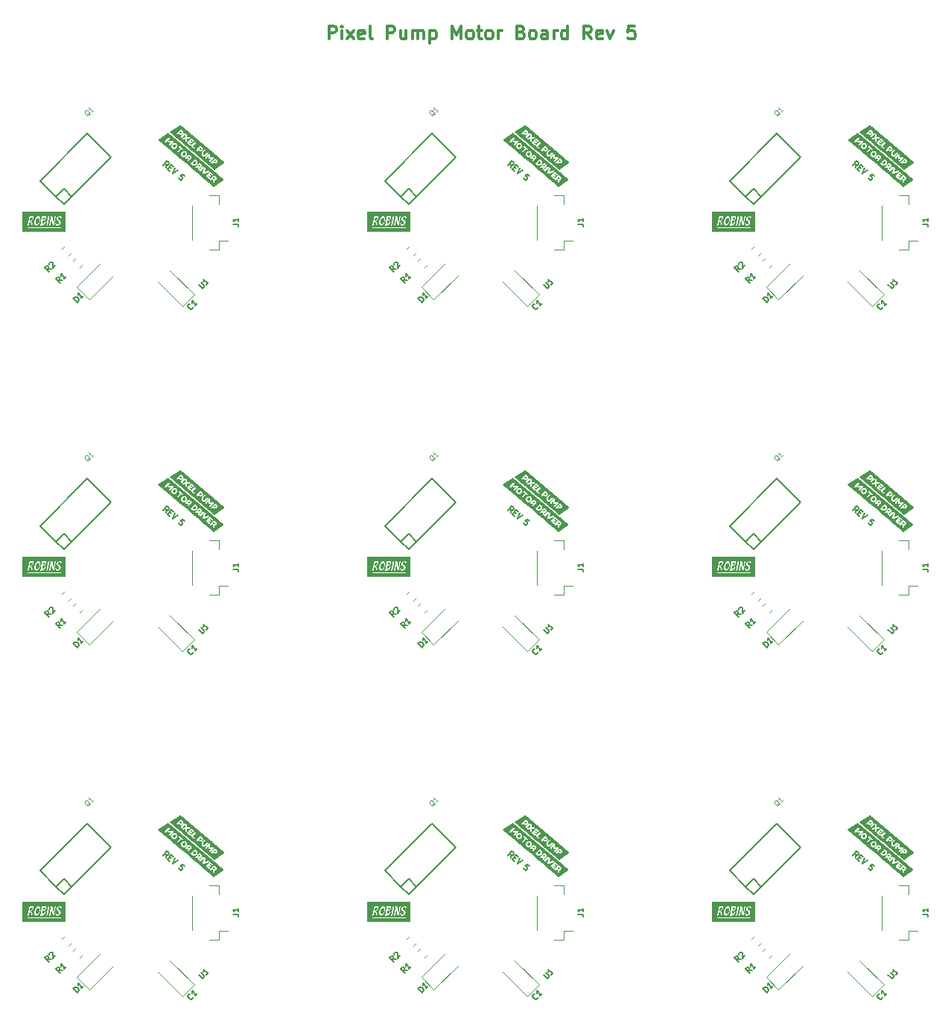
<source format=gto>
G04 #@! TF.GenerationSoftware,KiCad,Pcbnew,6.0.0-d3dd2cf0fa~116~ubuntu20.04.1*
G04 #@! TF.CreationDate,2023-02-24T20:43:10+00:00*
G04 #@! TF.ProjectId,pixel-pump-motor-board-panel,70697865-6c2d-4707-956d-702d6d6f746f,rev?*
G04 #@! TF.SameCoordinates,Original*
G04 #@! TF.FileFunction,Legend,Top*
G04 #@! TF.FilePolarity,Positive*
%FSLAX46Y46*%
G04 Gerber Fmt 4.6, Leading zero omitted, Abs format (unit mm)*
G04 Created by KiCad (PCBNEW 6.0.0-d3dd2cf0fa~116~ubuntu20.04.1) date 2023-02-24 20:43:10*
%MOMM*%
%LPD*%
G01*
G04 APERTURE LIST*
%ADD10C,0.005000*%
%ADD11C,0.130000*%
%ADD12C,0.300000*%
%ADD13C,0.015000*%
%ADD14C,0.120000*%
%ADD15C,0.127000*%
G04 APERTURE END LIST*
D10*
X13808244Y-25037783D02*
X13811647Y-25038015D01*
X13811647Y-25038015D02*
X13814988Y-25038339D01*
X13814988Y-25038339D02*
X13818267Y-25038756D01*
X13818267Y-25038756D02*
X13821484Y-25039265D01*
X13821484Y-25039265D02*
X13824640Y-25039867D01*
X13824640Y-25039867D02*
X13827734Y-25040562D01*
X13827734Y-25040562D02*
X13830766Y-25041349D01*
X13830766Y-25041349D02*
X13833737Y-25042229D01*
X13833737Y-25042229D02*
X13836645Y-25043202D01*
X13836645Y-25043202D02*
X13839492Y-25044267D01*
X13839492Y-25044267D02*
X13842277Y-25045425D01*
X13842277Y-25045425D02*
X13845001Y-25046675D01*
X13845001Y-25046675D02*
X13847662Y-25048019D01*
X13847662Y-25048019D02*
X13850262Y-25049454D01*
X13850262Y-25049454D02*
X13852800Y-25050983D01*
X13852800Y-25050983D02*
X13855277Y-25052604D01*
X13855277Y-25052604D02*
X13857691Y-25054317D01*
X13857691Y-25054317D02*
X13860044Y-25056124D01*
X13860044Y-25056124D02*
X13862335Y-25058023D01*
X13862335Y-25058023D02*
X13864564Y-25060014D01*
X13864564Y-25060014D02*
X13866732Y-25062098D01*
X13866732Y-25062098D02*
X13868838Y-25064275D01*
X13868838Y-25064275D02*
X13870882Y-25066545D01*
X13870882Y-25066545D02*
X13872864Y-25068907D01*
X13872864Y-25068907D02*
X13874784Y-25071361D01*
X13874784Y-25071361D02*
X13876643Y-25073909D01*
X13876643Y-25073909D02*
X13878440Y-25076549D01*
X13878440Y-25076549D02*
X13880175Y-25079281D01*
X13880175Y-25079281D02*
X13881848Y-25082106D01*
X13881848Y-25082106D02*
X13883460Y-25085024D01*
X13883460Y-25085024D02*
X13886715Y-25091033D01*
X13886715Y-25091033D02*
X13889759Y-25097202D01*
X13889759Y-25097202D02*
X13892594Y-25103532D01*
X13892594Y-25103532D02*
X13895219Y-25110022D01*
X13895219Y-25110022D02*
X13897633Y-25116673D01*
X13897633Y-25116673D02*
X13899838Y-25123485D01*
X13899838Y-25123485D02*
X13901832Y-25130457D01*
X13901832Y-25130457D02*
X13903617Y-25137589D01*
X13903617Y-25137589D02*
X13905191Y-25144883D01*
X13905191Y-25144883D02*
X13906556Y-25152336D01*
X13906556Y-25152336D02*
X13907711Y-25159951D01*
X13907711Y-25159951D02*
X13908655Y-25167725D01*
X13908655Y-25167725D02*
X13909390Y-25175660D01*
X13909390Y-25175660D02*
X13909915Y-25183756D01*
X13909915Y-25183756D02*
X13910230Y-25192012D01*
X13910230Y-25192012D02*
X13910335Y-25200429D01*
X13910335Y-25200429D02*
X13910038Y-25216361D01*
X13910038Y-25216361D02*
X13909149Y-25232540D01*
X13909149Y-25232540D02*
X13907667Y-25248966D01*
X13907667Y-25248966D02*
X13905592Y-25265640D01*
X13905592Y-25265640D02*
X13902924Y-25282560D01*
X13902924Y-25282560D02*
X13899664Y-25299728D01*
X13899664Y-25299728D02*
X13895810Y-25317143D01*
X13895810Y-25317143D02*
X13891364Y-25334804D01*
X13891364Y-25334804D02*
X13886375Y-25352046D01*
X13886375Y-25352046D02*
X13880892Y-25368991D01*
X13880892Y-25368991D02*
X13874914Y-25385640D01*
X13874914Y-25385640D02*
X13868443Y-25401992D01*
X13868443Y-25401992D02*
X13861478Y-25418047D01*
X13861478Y-25418047D02*
X13854018Y-25433806D01*
X13854018Y-25433806D02*
X13846063Y-25449269D01*
X13846063Y-25449269D02*
X13837614Y-25464437D01*
X13837614Y-25464437D02*
X13833212Y-25471674D01*
X13833212Y-25471674D02*
X13828698Y-25478763D01*
X13828698Y-25478763D02*
X13824073Y-25485704D01*
X13824073Y-25485704D02*
X13819337Y-25492497D01*
X13819337Y-25492497D02*
X13814489Y-25499142D01*
X13814489Y-25499142D02*
X13809531Y-25505638D01*
X13809531Y-25505638D02*
X13804461Y-25511987D01*
X13804461Y-25511987D02*
X13799280Y-25518187D01*
X13799280Y-25518187D02*
X13793988Y-25524239D01*
X13793988Y-25524239D02*
X13788584Y-25530143D01*
X13788584Y-25530143D02*
X13783070Y-25535898D01*
X13783070Y-25535898D02*
X13777444Y-25541505D01*
X13777444Y-25541505D02*
X13771707Y-25546964D01*
X13771707Y-25546964D02*
X13765858Y-25552275D01*
X13765858Y-25552275D02*
X13759898Y-25557438D01*
X13759898Y-25557438D02*
X13753827Y-25562452D01*
X13753827Y-25562452D02*
X13747665Y-25567237D01*
X13747665Y-25567237D02*
X13741428Y-25571714D01*
X13741428Y-25571714D02*
X13735117Y-25575882D01*
X13735117Y-25575882D02*
X13728732Y-25579742D01*
X13728732Y-25579742D02*
X13722273Y-25583292D01*
X13722273Y-25583292D02*
X13715740Y-25586534D01*
X13715740Y-25586534D02*
X13709132Y-25589468D01*
X13709132Y-25589468D02*
X13702451Y-25592092D01*
X13702451Y-25592092D02*
X13695695Y-25594408D01*
X13695695Y-25594408D02*
X13688865Y-25596415D01*
X13688865Y-25596415D02*
X13681961Y-25598114D01*
X13681961Y-25598114D02*
X13674983Y-25599503D01*
X13674983Y-25599503D02*
X13667930Y-25600584D01*
X13667930Y-25600584D02*
X13660803Y-25601356D01*
X13660803Y-25601356D02*
X13653602Y-25601819D01*
X13653602Y-25601819D02*
X13646327Y-25601974D01*
X13646327Y-25601974D02*
X13640893Y-25601832D01*
X13640893Y-25601832D02*
X13638250Y-25601654D01*
X13638250Y-25601654D02*
X13635657Y-25601406D01*
X13635657Y-25601406D02*
X13633113Y-25601086D01*
X13633113Y-25601086D02*
X13630618Y-25600696D01*
X13630618Y-25600696D02*
X13628172Y-25600234D01*
X13628172Y-25600234D02*
X13625776Y-25599701D01*
X13625776Y-25599701D02*
X13623430Y-25599098D01*
X13623430Y-25599098D02*
X13621133Y-25598423D01*
X13621133Y-25598423D02*
X13618885Y-25597678D01*
X13618885Y-25597678D02*
X13616686Y-25596861D01*
X13616686Y-25596861D02*
X13614537Y-25595973D01*
X13614537Y-25595973D02*
X13612438Y-25595015D01*
X13612438Y-25595015D02*
X13610387Y-25593985D01*
X13610387Y-25593985D02*
X13608387Y-25592884D01*
X13608387Y-25592884D02*
X13606435Y-25591713D01*
X13606435Y-25591713D02*
X13604533Y-25590470D01*
X13604533Y-25590470D02*
X13602680Y-25589156D01*
X13602680Y-25589156D02*
X13600877Y-25587771D01*
X13600877Y-25587771D02*
X13599123Y-25586316D01*
X13599123Y-25586316D02*
X13597419Y-25584789D01*
X13597419Y-25584789D02*
X13595764Y-25583191D01*
X13595764Y-25583191D02*
X13594158Y-25581522D01*
X13594158Y-25581522D02*
X13592602Y-25579782D01*
X13592602Y-25579782D02*
X13591095Y-25577971D01*
X13591095Y-25577971D02*
X13589638Y-25576089D01*
X13589638Y-25576089D02*
X13588230Y-25574136D01*
X13588230Y-25574136D02*
X13586871Y-25572112D01*
X13586871Y-25572112D02*
X13585562Y-25570017D01*
X13585562Y-25570017D02*
X13584302Y-25567851D01*
X13584302Y-25567851D02*
X13583092Y-25565613D01*
X13583092Y-25565613D02*
X13580794Y-25560982D01*
X13580794Y-25560982D02*
X13578645Y-25556177D01*
X13578645Y-25556177D02*
X13576645Y-25551199D01*
X13576645Y-25551199D02*
X13574792Y-25546049D01*
X13574792Y-25546049D02*
X13573088Y-25540725D01*
X13573088Y-25540725D02*
X13571531Y-25535229D01*
X13571531Y-25535229D02*
X13570123Y-25529560D01*
X13570123Y-25529560D02*
X13568864Y-25523718D01*
X13568864Y-25523718D02*
X13567752Y-25517704D01*
X13567752Y-25517704D02*
X13566789Y-25511516D01*
X13566789Y-25511516D02*
X13565974Y-25505155D01*
X13565974Y-25505155D02*
X13565307Y-25498622D01*
X13565307Y-25498622D02*
X13564788Y-25491916D01*
X13564788Y-25491916D02*
X13564417Y-25485037D01*
X13564417Y-25485037D02*
X13564195Y-25477985D01*
X13564195Y-25477985D02*
X13564121Y-25470760D01*
X13564121Y-25470760D02*
X13564442Y-25454754D01*
X13564442Y-25454754D02*
X13565406Y-25438353D01*
X13565406Y-25438353D02*
X13567012Y-25421556D01*
X13567012Y-25421556D02*
X13569260Y-25404364D01*
X13569260Y-25404364D02*
X13572150Y-25386776D01*
X13572150Y-25386776D02*
X13575682Y-25368793D01*
X13575682Y-25368793D02*
X13579856Y-25350415D01*
X13579856Y-25350415D02*
X13584673Y-25331642D01*
X13584673Y-25331642D02*
X13589985Y-25312845D01*
X13589985Y-25312845D02*
X13595642Y-25294393D01*
X13595642Y-25294393D02*
X13601645Y-25276287D01*
X13601645Y-25276287D02*
X13607994Y-25258527D01*
X13607994Y-25258527D02*
X13614688Y-25241113D01*
X13614688Y-25241113D02*
X13621727Y-25224044D01*
X13621727Y-25224044D02*
X13629112Y-25207321D01*
X13629112Y-25207321D02*
X13636842Y-25190943D01*
X13636842Y-25190943D02*
X13641029Y-25182736D01*
X13641029Y-25182736D02*
X13645290Y-25174715D01*
X13645290Y-25174715D02*
X13649625Y-25166878D01*
X13649625Y-25166878D02*
X13654034Y-25159227D01*
X13654034Y-25159227D02*
X13658517Y-25151761D01*
X13658517Y-25151761D02*
X13663075Y-25144480D01*
X13663075Y-25144480D02*
X13667706Y-25137385D01*
X13667706Y-25137385D02*
X13672412Y-25130475D01*
X13672412Y-25130475D02*
X13677191Y-25123750D01*
X13677191Y-25123750D02*
X13682045Y-25117210D01*
X13682045Y-25117210D02*
X13686973Y-25110856D01*
X13686973Y-25110856D02*
X13691975Y-25104686D01*
X13691975Y-25104686D02*
X13697051Y-25098703D01*
X13697051Y-25098703D02*
X13702201Y-25092904D01*
X13702201Y-25092904D02*
X13707426Y-25087291D01*
X13707426Y-25087291D02*
X13712724Y-25081862D01*
X13712724Y-25081862D02*
X13718072Y-25076503D01*
X13718072Y-25076503D02*
X13723445Y-25071489D01*
X13723445Y-25071489D02*
X13728842Y-25066820D01*
X13728842Y-25066820D02*
X13734264Y-25062498D01*
X13734264Y-25062498D02*
X13739711Y-25058521D01*
X13739711Y-25058521D02*
X13745183Y-25054890D01*
X13745183Y-25054890D02*
X13750679Y-25051604D01*
X13750679Y-25051604D02*
X13756200Y-25048665D01*
X13756200Y-25048665D02*
X13761746Y-25046071D01*
X13761746Y-25046071D02*
X13767316Y-25043823D01*
X13767316Y-25043823D02*
X13772911Y-25041921D01*
X13772911Y-25041921D02*
X13778531Y-25040365D01*
X13778531Y-25040365D02*
X13784175Y-25039154D01*
X13784175Y-25039154D02*
X13789843Y-25038289D01*
X13789843Y-25038289D02*
X13795536Y-25037771D01*
X13795536Y-25037771D02*
X13801254Y-25037598D01*
X13801254Y-25037598D02*
X13808244Y-25037783D01*
G36*
X13808244Y-25037783D02*
G01*
X13811647Y-25038015D01*
X13814988Y-25038339D01*
X13818267Y-25038756D01*
X13821484Y-25039265D01*
X13824640Y-25039867D01*
X13827734Y-25040562D01*
X13830766Y-25041349D01*
X13833737Y-25042229D01*
X13836645Y-25043202D01*
X13839492Y-25044267D01*
X13842277Y-25045425D01*
X13845001Y-25046675D01*
X13847662Y-25048019D01*
X13850262Y-25049454D01*
X13852800Y-25050983D01*
X13855277Y-25052604D01*
X13857691Y-25054317D01*
X13860044Y-25056124D01*
X13862335Y-25058023D01*
X13864564Y-25060014D01*
X13866732Y-25062098D01*
X13868838Y-25064275D01*
X13870882Y-25066545D01*
X13872864Y-25068907D01*
X13874784Y-25071361D01*
X13876643Y-25073909D01*
X13878440Y-25076549D01*
X13880175Y-25079281D01*
X13881848Y-25082106D01*
X13883460Y-25085024D01*
X13886715Y-25091033D01*
X13889759Y-25097202D01*
X13892594Y-25103532D01*
X13895219Y-25110022D01*
X13897633Y-25116673D01*
X13899838Y-25123485D01*
X13901832Y-25130457D01*
X13903617Y-25137589D01*
X13905191Y-25144883D01*
X13906556Y-25152336D01*
X13907711Y-25159951D01*
X13908655Y-25167725D01*
X13909390Y-25175660D01*
X13909915Y-25183756D01*
X13910230Y-25192012D01*
X13910335Y-25200429D01*
X13910038Y-25216361D01*
X13909149Y-25232540D01*
X13907667Y-25248966D01*
X13905592Y-25265640D01*
X13902924Y-25282560D01*
X13899664Y-25299728D01*
X13895810Y-25317143D01*
X13891364Y-25334804D01*
X13886375Y-25352046D01*
X13880892Y-25368991D01*
X13874914Y-25385640D01*
X13868443Y-25401992D01*
X13861478Y-25418047D01*
X13854018Y-25433806D01*
X13846063Y-25449269D01*
X13837614Y-25464437D01*
X13833212Y-25471674D01*
X13828698Y-25478763D01*
X13824073Y-25485704D01*
X13819337Y-25492497D01*
X13814489Y-25499142D01*
X13809531Y-25505638D01*
X13804461Y-25511987D01*
X13799280Y-25518187D01*
X13793988Y-25524239D01*
X13788584Y-25530143D01*
X13783070Y-25535898D01*
X13777444Y-25541505D01*
X13771707Y-25546964D01*
X13765858Y-25552275D01*
X13759898Y-25557438D01*
X13753827Y-25562452D01*
X13747665Y-25567237D01*
X13741428Y-25571714D01*
X13735117Y-25575882D01*
X13728732Y-25579742D01*
X13722273Y-25583292D01*
X13715740Y-25586534D01*
X13709132Y-25589468D01*
X13702451Y-25592092D01*
X13695695Y-25594408D01*
X13688865Y-25596415D01*
X13681961Y-25598114D01*
X13674983Y-25599503D01*
X13667930Y-25600584D01*
X13660803Y-25601356D01*
X13653602Y-25601819D01*
X13646327Y-25601974D01*
X13640893Y-25601832D01*
X13638250Y-25601654D01*
X13635657Y-25601406D01*
X13633113Y-25601086D01*
X13630618Y-25600696D01*
X13628172Y-25600234D01*
X13625776Y-25599701D01*
X13623430Y-25599098D01*
X13621133Y-25598423D01*
X13618885Y-25597678D01*
X13616686Y-25596861D01*
X13614537Y-25595973D01*
X13612438Y-25595015D01*
X13610387Y-25593985D01*
X13608387Y-25592884D01*
X13606435Y-25591713D01*
X13604533Y-25590470D01*
X13602680Y-25589156D01*
X13600877Y-25587771D01*
X13599123Y-25586316D01*
X13597419Y-25584789D01*
X13595764Y-25583191D01*
X13594158Y-25581522D01*
X13592602Y-25579782D01*
X13591095Y-25577971D01*
X13589638Y-25576089D01*
X13588230Y-25574136D01*
X13586871Y-25572112D01*
X13585562Y-25570017D01*
X13584302Y-25567851D01*
X13583092Y-25565613D01*
X13580794Y-25560982D01*
X13578645Y-25556177D01*
X13576645Y-25551199D01*
X13574792Y-25546049D01*
X13573088Y-25540725D01*
X13571531Y-25535229D01*
X13570123Y-25529560D01*
X13568864Y-25523718D01*
X13567752Y-25517704D01*
X13566789Y-25511516D01*
X13565974Y-25505155D01*
X13565307Y-25498622D01*
X13564788Y-25491916D01*
X13564417Y-25485037D01*
X13564195Y-25477985D01*
X13564121Y-25470760D01*
X13564442Y-25454754D01*
X13565406Y-25438353D01*
X13567012Y-25421556D01*
X13569260Y-25404364D01*
X13572150Y-25386776D01*
X13575682Y-25368793D01*
X13579856Y-25350415D01*
X13584673Y-25331642D01*
X13589985Y-25312845D01*
X13595642Y-25294393D01*
X13601645Y-25276287D01*
X13607994Y-25258527D01*
X13614688Y-25241113D01*
X13621727Y-25224044D01*
X13629112Y-25207321D01*
X13636842Y-25190943D01*
X13641029Y-25182736D01*
X13645290Y-25174715D01*
X13649625Y-25166878D01*
X13654034Y-25159227D01*
X13658517Y-25151761D01*
X13663075Y-25144480D01*
X13667706Y-25137385D01*
X13672412Y-25130475D01*
X13677191Y-25123750D01*
X13682045Y-25117210D01*
X13686973Y-25110856D01*
X13691975Y-25104686D01*
X13697051Y-25098703D01*
X13702201Y-25092904D01*
X13707426Y-25087291D01*
X13712724Y-25081862D01*
X13718072Y-25076503D01*
X13723445Y-25071489D01*
X13728842Y-25066820D01*
X13734264Y-25062498D01*
X13739711Y-25058521D01*
X13745183Y-25054890D01*
X13750679Y-25051604D01*
X13756200Y-25048665D01*
X13761746Y-25046071D01*
X13767316Y-25043823D01*
X13772911Y-25041921D01*
X13778531Y-25040365D01*
X13784175Y-25039154D01*
X13789843Y-25038289D01*
X13795536Y-25037771D01*
X13801254Y-25037598D01*
X13808244Y-25037783D01*
G37*
X13808244Y-25037783D02*
X13811647Y-25038015D01*
X13814988Y-25038339D01*
X13818267Y-25038756D01*
X13821484Y-25039265D01*
X13824640Y-25039867D01*
X13827734Y-25040562D01*
X13830766Y-25041349D01*
X13833737Y-25042229D01*
X13836645Y-25043202D01*
X13839492Y-25044267D01*
X13842277Y-25045425D01*
X13845001Y-25046675D01*
X13847662Y-25048019D01*
X13850262Y-25049454D01*
X13852800Y-25050983D01*
X13855277Y-25052604D01*
X13857691Y-25054317D01*
X13860044Y-25056124D01*
X13862335Y-25058023D01*
X13864564Y-25060014D01*
X13866732Y-25062098D01*
X13868838Y-25064275D01*
X13870882Y-25066545D01*
X13872864Y-25068907D01*
X13874784Y-25071361D01*
X13876643Y-25073909D01*
X13878440Y-25076549D01*
X13880175Y-25079281D01*
X13881848Y-25082106D01*
X13883460Y-25085024D01*
X13886715Y-25091033D01*
X13889759Y-25097202D01*
X13892594Y-25103532D01*
X13895219Y-25110022D01*
X13897633Y-25116673D01*
X13899838Y-25123485D01*
X13901832Y-25130457D01*
X13903617Y-25137589D01*
X13905191Y-25144883D01*
X13906556Y-25152336D01*
X13907711Y-25159951D01*
X13908655Y-25167725D01*
X13909390Y-25175660D01*
X13909915Y-25183756D01*
X13910230Y-25192012D01*
X13910335Y-25200429D01*
X13910038Y-25216361D01*
X13909149Y-25232540D01*
X13907667Y-25248966D01*
X13905592Y-25265640D01*
X13902924Y-25282560D01*
X13899664Y-25299728D01*
X13895810Y-25317143D01*
X13891364Y-25334804D01*
X13886375Y-25352046D01*
X13880892Y-25368991D01*
X13874914Y-25385640D01*
X13868443Y-25401992D01*
X13861478Y-25418047D01*
X13854018Y-25433806D01*
X13846063Y-25449269D01*
X13837614Y-25464437D01*
X13833212Y-25471674D01*
X13828698Y-25478763D01*
X13824073Y-25485704D01*
X13819337Y-25492497D01*
X13814489Y-25499142D01*
X13809531Y-25505638D01*
X13804461Y-25511987D01*
X13799280Y-25518187D01*
X13793988Y-25524239D01*
X13788584Y-25530143D01*
X13783070Y-25535898D01*
X13777444Y-25541505D01*
X13771707Y-25546964D01*
X13765858Y-25552275D01*
X13759898Y-25557438D01*
X13753827Y-25562452D01*
X13747665Y-25567237D01*
X13741428Y-25571714D01*
X13735117Y-25575882D01*
X13728732Y-25579742D01*
X13722273Y-25583292D01*
X13715740Y-25586534D01*
X13709132Y-25589468D01*
X13702451Y-25592092D01*
X13695695Y-25594408D01*
X13688865Y-25596415D01*
X13681961Y-25598114D01*
X13674983Y-25599503D01*
X13667930Y-25600584D01*
X13660803Y-25601356D01*
X13653602Y-25601819D01*
X13646327Y-25601974D01*
X13640893Y-25601832D01*
X13638250Y-25601654D01*
X13635657Y-25601406D01*
X13633113Y-25601086D01*
X13630618Y-25600696D01*
X13628172Y-25600234D01*
X13625776Y-25599701D01*
X13623430Y-25599098D01*
X13621133Y-25598423D01*
X13618885Y-25597678D01*
X13616686Y-25596861D01*
X13614537Y-25595973D01*
X13612438Y-25595015D01*
X13610387Y-25593985D01*
X13608387Y-25592884D01*
X13606435Y-25591713D01*
X13604533Y-25590470D01*
X13602680Y-25589156D01*
X13600877Y-25587771D01*
X13599123Y-25586316D01*
X13597419Y-25584789D01*
X13595764Y-25583191D01*
X13594158Y-25581522D01*
X13592602Y-25579782D01*
X13591095Y-25577971D01*
X13589638Y-25576089D01*
X13588230Y-25574136D01*
X13586871Y-25572112D01*
X13585562Y-25570017D01*
X13584302Y-25567851D01*
X13583092Y-25565613D01*
X13580794Y-25560982D01*
X13578645Y-25556177D01*
X13576645Y-25551199D01*
X13574792Y-25546049D01*
X13573088Y-25540725D01*
X13571531Y-25535229D01*
X13570123Y-25529560D01*
X13568864Y-25523718D01*
X13567752Y-25517704D01*
X13566789Y-25511516D01*
X13565974Y-25505155D01*
X13565307Y-25498622D01*
X13564788Y-25491916D01*
X13564417Y-25485037D01*
X13564195Y-25477985D01*
X13564121Y-25470760D01*
X13564442Y-25454754D01*
X13565406Y-25438353D01*
X13567012Y-25421556D01*
X13569260Y-25404364D01*
X13572150Y-25386776D01*
X13575682Y-25368793D01*
X13579856Y-25350415D01*
X13584673Y-25331642D01*
X13589985Y-25312845D01*
X13595642Y-25294393D01*
X13601645Y-25276287D01*
X13607994Y-25258527D01*
X13614688Y-25241113D01*
X13621727Y-25224044D01*
X13629112Y-25207321D01*
X13636842Y-25190943D01*
X13641029Y-25182736D01*
X13645290Y-25174715D01*
X13649625Y-25166878D01*
X13654034Y-25159227D01*
X13658517Y-25151761D01*
X13663075Y-25144480D01*
X13667706Y-25137385D01*
X13672412Y-25130475D01*
X13677191Y-25123750D01*
X13682045Y-25117210D01*
X13686973Y-25110856D01*
X13691975Y-25104686D01*
X13697051Y-25098703D01*
X13702201Y-25092904D01*
X13707426Y-25087291D01*
X13712724Y-25081862D01*
X13718072Y-25076503D01*
X13723445Y-25071489D01*
X13728842Y-25066820D01*
X13734264Y-25062498D01*
X13739711Y-25058521D01*
X13745183Y-25054890D01*
X13750679Y-25051604D01*
X13756200Y-25048665D01*
X13761746Y-25046071D01*
X13767316Y-25043823D01*
X13772911Y-25041921D01*
X13778531Y-25040365D01*
X13784175Y-25039154D01*
X13789843Y-25038289D01*
X13795536Y-25037771D01*
X13801254Y-25037598D01*
X13808244Y-25037783D01*
X53008244Y-25037783D02*
X53011647Y-25038015D01*
X53011647Y-25038015D02*
X53014988Y-25038339D01*
X53014988Y-25038339D02*
X53018267Y-25038756D01*
X53018267Y-25038756D02*
X53021484Y-25039265D01*
X53021484Y-25039265D02*
X53024640Y-25039867D01*
X53024640Y-25039867D02*
X53027734Y-25040562D01*
X53027734Y-25040562D02*
X53030766Y-25041349D01*
X53030766Y-25041349D02*
X53033737Y-25042229D01*
X53033737Y-25042229D02*
X53036645Y-25043202D01*
X53036645Y-25043202D02*
X53039492Y-25044267D01*
X53039492Y-25044267D02*
X53042277Y-25045425D01*
X53042277Y-25045425D02*
X53045001Y-25046675D01*
X53045001Y-25046675D02*
X53047662Y-25048019D01*
X53047662Y-25048019D02*
X53050262Y-25049454D01*
X53050262Y-25049454D02*
X53052800Y-25050983D01*
X53052800Y-25050983D02*
X53055277Y-25052604D01*
X53055277Y-25052604D02*
X53057691Y-25054317D01*
X53057691Y-25054317D02*
X53060044Y-25056124D01*
X53060044Y-25056124D02*
X53062335Y-25058023D01*
X53062335Y-25058023D02*
X53064564Y-25060014D01*
X53064564Y-25060014D02*
X53066732Y-25062098D01*
X53066732Y-25062098D02*
X53068838Y-25064275D01*
X53068838Y-25064275D02*
X53070882Y-25066545D01*
X53070882Y-25066545D02*
X53072864Y-25068907D01*
X53072864Y-25068907D02*
X53074784Y-25071361D01*
X53074784Y-25071361D02*
X53076643Y-25073909D01*
X53076643Y-25073909D02*
X53078440Y-25076549D01*
X53078440Y-25076549D02*
X53080175Y-25079281D01*
X53080175Y-25079281D02*
X53081848Y-25082106D01*
X53081848Y-25082106D02*
X53083460Y-25085024D01*
X53083460Y-25085024D02*
X53086715Y-25091033D01*
X53086715Y-25091033D02*
X53089759Y-25097202D01*
X53089759Y-25097202D02*
X53092594Y-25103532D01*
X53092594Y-25103532D02*
X53095219Y-25110022D01*
X53095219Y-25110022D02*
X53097633Y-25116673D01*
X53097633Y-25116673D02*
X53099838Y-25123485D01*
X53099838Y-25123485D02*
X53101832Y-25130457D01*
X53101832Y-25130457D02*
X53103617Y-25137589D01*
X53103617Y-25137589D02*
X53105191Y-25144883D01*
X53105191Y-25144883D02*
X53106556Y-25152336D01*
X53106556Y-25152336D02*
X53107711Y-25159951D01*
X53107711Y-25159951D02*
X53108655Y-25167725D01*
X53108655Y-25167725D02*
X53109390Y-25175660D01*
X53109390Y-25175660D02*
X53109915Y-25183756D01*
X53109915Y-25183756D02*
X53110230Y-25192012D01*
X53110230Y-25192012D02*
X53110335Y-25200429D01*
X53110335Y-25200429D02*
X53110038Y-25216361D01*
X53110038Y-25216361D02*
X53109149Y-25232540D01*
X53109149Y-25232540D02*
X53107667Y-25248966D01*
X53107667Y-25248966D02*
X53105592Y-25265640D01*
X53105592Y-25265640D02*
X53102924Y-25282560D01*
X53102924Y-25282560D02*
X53099664Y-25299728D01*
X53099664Y-25299728D02*
X53095810Y-25317143D01*
X53095810Y-25317143D02*
X53091364Y-25334804D01*
X53091364Y-25334804D02*
X53086375Y-25352046D01*
X53086375Y-25352046D02*
X53080892Y-25368991D01*
X53080892Y-25368991D02*
X53074914Y-25385640D01*
X53074914Y-25385640D02*
X53068443Y-25401992D01*
X53068443Y-25401992D02*
X53061478Y-25418047D01*
X53061478Y-25418047D02*
X53054018Y-25433806D01*
X53054018Y-25433806D02*
X53046063Y-25449269D01*
X53046063Y-25449269D02*
X53037614Y-25464437D01*
X53037614Y-25464437D02*
X53033212Y-25471674D01*
X53033212Y-25471674D02*
X53028698Y-25478763D01*
X53028698Y-25478763D02*
X53024073Y-25485704D01*
X53024073Y-25485704D02*
X53019337Y-25492497D01*
X53019337Y-25492497D02*
X53014489Y-25499142D01*
X53014489Y-25499142D02*
X53009531Y-25505638D01*
X53009531Y-25505638D02*
X53004461Y-25511987D01*
X53004461Y-25511987D02*
X52999280Y-25518187D01*
X52999280Y-25518187D02*
X52993988Y-25524239D01*
X52993988Y-25524239D02*
X52988584Y-25530143D01*
X52988584Y-25530143D02*
X52983070Y-25535898D01*
X52983070Y-25535898D02*
X52977444Y-25541505D01*
X52977444Y-25541505D02*
X52971707Y-25546964D01*
X52971707Y-25546964D02*
X52965858Y-25552275D01*
X52965858Y-25552275D02*
X52959898Y-25557438D01*
X52959898Y-25557438D02*
X52953827Y-25562452D01*
X52953827Y-25562452D02*
X52947665Y-25567237D01*
X52947665Y-25567237D02*
X52941428Y-25571714D01*
X52941428Y-25571714D02*
X52935117Y-25575882D01*
X52935117Y-25575882D02*
X52928732Y-25579742D01*
X52928732Y-25579742D02*
X52922273Y-25583292D01*
X52922273Y-25583292D02*
X52915740Y-25586534D01*
X52915740Y-25586534D02*
X52909132Y-25589468D01*
X52909132Y-25589468D02*
X52902451Y-25592092D01*
X52902451Y-25592092D02*
X52895695Y-25594408D01*
X52895695Y-25594408D02*
X52888865Y-25596415D01*
X52888865Y-25596415D02*
X52881961Y-25598114D01*
X52881961Y-25598114D02*
X52874983Y-25599503D01*
X52874983Y-25599503D02*
X52867930Y-25600584D01*
X52867930Y-25600584D02*
X52860803Y-25601356D01*
X52860803Y-25601356D02*
X52853602Y-25601819D01*
X52853602Y-25601819D02*
X52846327Y-25601974D01*
X52846327Y-25601974D02*
X52840893Y-25601832D01*
X52840893Y-25601832D02*
X52838250Y-25601654D01*
X52838250Y-25601654D02*
X52835657Y-25601406D01*
X52835657Y-25601406D02*
X52833113Y-25601086D01*
X52833113Y-25601086D02*
X52830618Y-25600696D01*
X52830618Y-25600696D02*
X52828172Y-25600234D01*
X52828172Y-25600234D02*
X52825776Y-25599701D01*
X52825776Y-25599701D02*
X52823430Y-25599098D01*
X52823430Y-25599098D02*
X52821133Y-25598423D01*
X52821133Y-25598423D02*
X52818885Y-25597678D01*
X52818885Y-25597678D02*
X52816686Y-25596861D01*
X52816686Y-25596861D02*
X52814537Y-25595973D01*
X52814537Y-25595973D02*
X52812438Y-25595015D01*
X52812438Y-25595015D02*
X52810387Y-25593985D01*
X52810387Y-25593985D02*
X52808387Y-25592884D01*
X52808387Y-25592884D02*
X52806435Y-25591713D01*
X52806435Y-25591713D02*
X52804533Y-25590470D01*
X52804533Y-25590470D02*
X52802680Y-25589156D01*
X52802680Y-25589156D02*
X52800877Y-25587771D01*
X52800877Y-25587771D02*
X52799123Y-25586316D01*
X52799123Y-25586316D02*
X52797419Y-25584789D01*
X52797419Y-25584789D02*
X52795764Y-25583191D01*
X52795764Y-25583191D02*
X52794158Y-25581522D01*
X52794158Y-25581522D02*
X52792602Y-25579782D01*
X52792602Y-25579782D02*
X52791095Y-25577971D01*
X52791095Y-25577971D02*
X52789638Y-25576089D01*
X52789638Y-25576089D02*
X52788230Y-25574136D01*
X52788230Y-25574136D02*
X52786871Y-25572112D01*
X52786871Y-25572112D02*
X52785562Y-25570017D01*
X52785562Y-25570017D02*
X52784302Y-25567851D01*
X52784302Y-25567851D02*
X52783092Y-25565613D01*
X52783092Y-25565613D02*
X52780794Y-25560982D01*
X52780794Y-25560982D02*
X52778645Y-25556177D01*
X52778645Y-25556177D02*
X52776645Y-25551199D01*
X52776645Y-25551199D02*
X52774792Y-25546049D01*
X52774792Y-25546049D02*
X52773088Y-25540725D01*
X52773088Y-25540725D02*
X52771531Y-25535229D01*
X52771531Y-25535229D02*
X52770123Y-25529560D01*
X52770123Y-25529560D02*
X52768864Y-25523718D01*
X52768864Y-25523718D02*
X52767752Y-25517704D01*
X52767752Y-25517704D02*
X52766789Y-25511516D01*
X52766789Y-25511516D02*
X52765974Y-25505155D01*
X52765974Y-25505155D02*
X52765307Y-25498622D01*
X52765307Y-25498622D02*
X52764788Y-25491916D01*
X52764788Y-25491916D02*
X52764417Y-25485037D01*
X52764417Y-25485037D02*
X52764195Y-25477985D01*
X52764195Y-25477985D02*
X52764121Y-25470760D01*
X52764121Y-25470760D02*
X52764442Y-25454754D01*
X52764442Y-25454754D02*
X52765406Y-25438353D01*
X52765406Y-25438353D02*
X52767012Y-25421556D01*
X52767012Y-25421556D02*
X52769260Y-25404364D01*
X52769260Y-25404364D02*
X52772150Y-25386776D01*
X52772150Y-25386776D02*
X52775682Y-25368793D01*
X52775682Y-25368793D02*
X52779856Y-25350415D01*
X52779856Y-25350415D02*
X52784673Y-25331642D01*
X52784673Y-25331642D02*
X52789985Y-25312845D01*
X52789985Y-25312845D02*
X52795642Y-25294393D01*
X52795642Y-25294393D02*
X52801645Y-25276287D01*
X52801645Y-25276287D02*
X52807994Y-25258527D01*
X52807994Y-25258527D02*
X52814688Y-25241113D01*
X52814688Y-25241113D02*
X52821727Y-25224044D01*
X52821727Y-25224044D02*
X52829112Y-25207321D01*
X52829112Y-25207321D02*
X52836842Y-25190943D01*
X52836842Y-25190943D02*
X52841029Y-25182736D01*
X52841029Y-25182736D02*
X52845290Y-25174715D01*
X52845290Y-25174715D02*
X52849625Y-25166878D01*
X52849625Y-25166878D02*
X52854034Y-25159227D01*
X52854034Y-25159227D02*
X52858517Y-25151761D01*
X52858517Y-25151761D02*
X52863075Y-25144480D01*
X52863075Y-25144480D02*
X52867706Y-25137385D01*
X52867706Y-25137385D02*
X52872412Y-25130475D01*
X52872412Y-25130475D02*
X52877191Y-25123750D01*
X52877191Y-25123750D02*
X52882045Y-25117210D01*
X52882045Y-25117210D02*
X52886973Y-25110856D01*
X52886973Y-25110856D02*
X52891975Y-25104686D01*
X52891975Y-25104686D02*
X52897051Y-25098703D01*
X52897051Y-25098703D02*
X52902201Y-25092904D01*
X52902201Y-25092904D02*
X52907426Y-25087291D01*
X52907426Y-25087291D02*
X52912724Y-25081862D01*
X52912724Y-25081862D02*
X52918072Y-25076503D01*
X52918072Y-25076503D02*
X52923445Y-25071489D01*
X52923445Y-25071489D02*
X52928842Y-25066820D01*
X52928842Y-25066820D02*
X52934264Y-25062498D01*
X52934264Y-25062498D02*
X52939711Y-25058521D01*
X52939711Y-25058521D02*
X52945183Y-25054890D01*
X52945183Y-25054890D02*
X52950679Y-25051604D01*
X52950679Y-25051604D02*
X52956200Y-25048665D01*
X52956200Y-25048665D02*
X52961746Y-25046071D01*
X52961746Y-25046071D02*
X52967316Y-25043823D01*
X52967316Y-25043823D02*
X52972911Y-25041921D01*
X52972911Y-25041921D02*
X52978531Y-25040365D01*
X52978531Y-25040365D02*
X52984175Y-25039154D01*
X52984175Y-25039154D02*
X52989843Y-25038289D01*
X52989843Y-25038289D02*
X52995536Y-25037771D01*
X52995536Y-25037771D02*
X53001254Y-25037598D01*
X53001254Y-25037598D02*
X53008244Y-25037783D01*
G36*
X53008244Y-25037783D02*
G01*
X53011647Y-25038015D01*
X53014988Y-25038339D01*
X53018267Y-25038756D01*
X53021484Y-25039265D01*
X53024640Y-25039867D01*
X53027734Y-25040562D01*
X53030766Y-25041349D01*
X53033737Y-25042229D01*
X53036645Y-25043202D01*
X53039492Y-25044267D01*
X53042277Y-25045425D01*
X53045001Y-25046675D01*
X53047662Y-25048019D01*
X53050262Y-25049454D01*
X53052800Y-25050983D01*
X53055277Y-25052604D01*
X53057691Y-25054317D01*
X53060044Y-25056124D01*
X53062335Y-25058023D01*
X53064564Y-25060014D01*
X53066732Y-25062098D01*
X53068838Y-25064275D01*
X53070882Y-25066545D01*
X53072864Y-25068907D01*
X53074784Y-25071361D01*
X53076643Y-25073909D01*
X53078440Y-25076549D01*
X53080175Y-25079281D01*
X53081848Y-25082106D01*
X53083460Y-25085024D01*
X53086715Y-25091033D01*
X53089759Y-25097202D01*
X53092594Y-25103532D01*
X53095219Y-25110022D01*
X53097633Y-25116673D01*
X53099838Y-25123485D01*
X53101832Y-25130457D01*
X53103617Y-25137589D01*
X53105191Y-25144883D01*
X53106556Y-25152336D01*
X53107711Y-25159951D01*
X53108655Y-25167725D01*
X53109390Y-25175660D01*
X53109915Y-25183756D01*
X53110230Y-25192012D01*
X53110335Y-25200429D01*
X53110038Y-25216361D01*
X53109149Y-25232540D01*
X53107667Y-25248966D01*
X53105592Y-25265640D01*
X53102924Y-25282560D01*
X53099664Y-25299728D01*
X53095810Y-25317143D01*
X53091364Y-25334804D01*
X53086375Y-25352046D01*
X53080892Y-25368991D01*
X53074914Y-25385640D01*
X53068443Y-25401992D01*
X53061478Y-25418047D01*
X53054018Y-25433806D01*
X53046063Y-25449269D01*
X53037614Y-25464437D01*
X53033212Y-25471674D01*
X53028698Y-25478763D01*
X53024073Y-25485704D01*
X53019337Y-25492497D01*
X53014489Y-25499142D01*
X53009531Y-25505638D01*
X53004461Y-25511987D01*
X52999280Y-25518187D01*
X52993988Y-25524239D01*
X52988584Y-25530143D01*
X52983070Y-25535898D01*
X52977444Y-25541505D01*
X52971707Y-25546964D01*
X52965858Y-25552275D01*
X52959898Y-25557438D01*
X52953827Y-25562452D01*
X52947665Y-25567237D01*
X52941428Y-25571714D01*
X52935117Y-25575882D01*
X52928732Y-25579742D01*
X52922273Y-25583292D01*
X52915740Y-25586534D01*
X52909132Y-25589468D01*
X52902451Y-25592092D01*
X52895695Y-25594408D01*
X52888865Y-25596415D01*
X52881961Y-25598114D01*
X52874983Y-25599503D01*
X52867930Y-25600584D01*
X52860803Y-25601356D01*
X52853602Y-25601819D01*
X52846327Y-25601974D01*
X52840893Y-25601832D01*
X52838250Y-25601654D01*
X52835657Y-25601406D01*
X52833113Y-25601086D01*
X52830618Y-25600696D01*
X52828172Y-25600234D01*
X52825776Y-25599701D01*
X52823430Y-25599098D01*
X52821133Y-25598423D01*
X52818885Y-25597678D01*
X52816686Y-25596861D01*
X52814537Y-25595973D01*
X52812438Y-25595015D01*
X52810387Y-25593985D01*
X52808387Y-25592884D01*
X52806435Y-25591713D01*
X52804533Y-25590470D01*
X52802680Y-25589156D01*
X52800877Y-25587771D01*
X52799123Y-25586316D01*
X52797419Y-25584789D01*
X52795764Y-25583191D01*
X52794158Y-25581522D01*
X52792602Y-25579782D01*
X52791095Y-25577971D01*
X52789638Y-25576089D01*
X52788230Y-25574136D01*
X52786871Y-25572112D01*
X52785562Y-25570017D01*
X52784302Y-25567851D01*
X52783092Y-25565613D01*
X52780794Y-25560982D01*
X52778645Y-25556177D01*
X52776645Y-25551199D01*
X52774792Y-25546049D01*
X52773088Y-25540725D01*
X52771531Y-25535229D01*
X52770123Y-25529560D01*
X52768864Y-25523718D01*
X52767752Y-25517704D01*
X52766789Y-25511516D01*
X52765974Y-25505155D01*
X52765307Y-25498622D01*
X52764788Y-25491916D01*
X52764417Y-25485037D01*
X52764195Y-25477985D01*
X52764121Y-25470760D01*
X52764442Y-25454754D01*
X52765406Y-25438353D01*
X52767012Y-25421556D01*
X52769260Y-25404364D01*
X52772150Y-25386776D01*
X52775682Y-25368793D01*
X52779856Y-25350415D01*
X52784673Y-25331642D01*
X52789985Y-25312845D01*
X52795642Y-25294393D01*
X52801645Y-25276287D01*
X52807994Y-25258527D01*
X52814688Y-25241113D01*
X52821727Y-25224044D01*
X52829112Y-25207321D01*
X52836842Y-25190943D01*
X52841029Y-25182736D01*
X52845290Y-25174715D01*
X52849625Y-25166878D01*
X52854034Y-25159227D01*
X52858517Y-25151761D01*
X52863075Y-25144480D01*
X52867706Y-25137385D01*
X52872412Y-25130475D01*
X52877191Y-25123750D01*
X52882045Y-25117210D01*
X52886973Y-25110856D01*
X52891975Y-25104686D01*
X52897051Y-25098703D01*
X52902201Y-25092904D01*
X52907426Y-25087291D01*
X52912724Y-25081862D01*
X52918072Y-25076503D01*
X52923445Y-25071489D01*
X52928842Y-25066820D01*
X52934264Y-25062498D01*
X52939711Y-25058521D01*
X52945183Y-25054890D01*
X52950679Y-25051604D01*
X52956200Y-25048665D01*
X52961746Y-25046071D01*
X52967316Y-25043823D01*
X52972911Y-25041921D01*
X52978531Y-25040365D01*
X52984175Y-25039154D01*
X52989843Y-25038289D01*
X52995536Y-25037771D01*
X53001254Y-25037598D01*
X53008244Y-25037783D01*
G37*
X53008244Y-25037783D02*
X53011647Y-25038015D01*
X53014988Y-25038339D01*
X53018267Y-25038756D01*
X53021484Y-25039265D01*
X53024640Y-25039867D01*
X53027734Y-25040562D01*
X53030766Y-25041349D01*
X53033737Y-25042229D01*
X53036645Y-25043202D01*
X53039492Y-25044267D01*
X53042277Y-25045425D01*
X53045001Y-25046675D01*
X53047662Y-25048019D01*
X53050262Y-25049454D01*
X53052800Y-25050983D01*
X53055277Y-25052604D01*
X53057691Y-25054317D01*
X53060044Y-25056124D01*
X53062335Y-25058023D01*
X53064564Y-25060014D01*
X53066732Y-25062098D01*
X53068838Y-25064275D01*
X53070882Y-25066545D01*
X53072864Y-25068907D01*
X53074784Y-25071361D01*
X53076643Y-25073909D01*
X53078440Y-25076549D01*
X53080175Y-25079281D01*
X53081848Y-25082106D01*
X53083460Y-25085024D01*
X53086715Y-25091033D01*
X53089759Y-25097202D01*
X53092594Y-25103532D01*
X53095219Y-25110022D01*
X53097633Y-25116673D01*
X53099838Y-25123485D01*
X53101832Y-25130457D01*
X53103617Y-25137589D01*
X53105191Y-25144883D01*
X53106556Y-25152336D01*
X53107711Y-25159951D01*
X53108655Y-25167725D01*
X53109390Y-25175660D01*
X53109915Y-25183756D01*
X53110230Y-25192012D01*
X53110335Y-25200429D01*
X53110038Y-25216361D01*
X53109149Y-25232540D01*
X53107667Y-25248966D01*
X53105592Y-25265640D01*
X53102924Y-25282560D01*
X53099664Y-25299728D01*
X53095810Y-25317143D01*
X53091364Y-25334804D01*
X53086375Y-25352046D01*
X53080892Y-25368991D01*
X53074914Y-25385640D01*
X53068443Y-25401992D01*
X53061478Y-25418047D01*
X53054018Y-25433806D01*
X53046063Y-25449269D01*
X53037614Y-25464437D01*
X53033212Y-25471674D01*
X53028698Y-25478763D01*
X53024073Y-25485704D01*
X53019337Y-25492497D01*
X53014489Y-25499142D01*
X53009531Y-25505638D01*
X53004461Y-25511987D01*
X52999280Y-25518187D01*
X52993988Y-25524239D01*
X52988584Y-25530143D01*
X52983070Y-25535898D01*
X52977444Y-25541505D01*
X52971707Y-25546964D01*
X52965858Y-25552275D01*
X52959898Y-25557438D01*
X52953827Y-25562452D01*
X52947665Y-25567237D01*
X52941428Y-25571714D01*
X52935117Y-25575882D01*
X52928732Y-25579742D01*
X52922273Y-25583292D01*
X52915740Y-25586534D01*
X52909132Y-25589468D01*
X52902451Y-25592092D01*
X52895695Y-25594408D01*
X52888865Y-25596415D01*
X52881961Y-25598114D01*
X52874983Y-25599503D01*
X52867930Y-25600584D01*
X52860803Y-25601356D01*
X52853602Y-25601819D01*
X52846327Y-25601974D01*
X52840893Y-25601832D01*
X52838250Y-25601654D01*
X52835657Y-25601406D01*
X52833113Y-25601086D01*
X52830618Y-25600696D01*
X52828172Y-25600234D01*
X52825776Y-25599701D01*
X52823430Y-25599098D01*
X52821133Y-25598423D01*
X52818885Y-25597678D01*
X52816686Y-25596861D01*
X52814537Y-25595973D01*
X52812438Y-25595015D01*
X52810387Y-25593985D01*
X52808387Y-25592884D01*
X52806435Y-25591713D01*
X52804533Y-25590470D01*
X52802680Y-25589156D01*
X52800877Y-25587771D01*
X52799123Y-25586316D01*
X52797419Y-25584789D01*
X52795764Y-25583191D01*
X52794158Y-25581522D01*
X52792602Y-25579782D01*
X52791095Y-25577971D01*
X52789638Y-25576089D01*
X52788230Y-25574136D01*
X52786871Y-25572112D01*
X52785562Y-25570017D01*
X52784302Y-25567851D01*
X52783092Y-25565613D01*
X52780794Y-25560982D01*
X52778645Y-25556177D01*
X52776645Y-25551199D01*
X52774792Y-25546049D01*
X52773088Y-25540725D01*
X52771531Y-25535229D01*
X52770123Y-25529560D01*
X52768864Y-25523718D01*
X52767752Y-25517704D01*
X52766789Y-25511516D01*
X52765974Y-25505155D01*
X52765307Y-25498622D01*
X52764788Y-25491916D01*
X52764417Y-25485037D01*
X52764195Y-25477985D01*
X52764121Y-25470760D01*
X52764442Y-25454754D01*
X52765406Y-25438353D01*
X52767012Y-25421556D01*
X52769260Y-25404364D01*
X52772150Y-25386776D01*
X52775682Y-25368793D01*
X52779856Y-25350415D01*
X52784673Y-25331642D01*
X52789985Y-25312845D01*
X52795642Y-25294393D01*
X52801645Y-25276287D01*
X52807994Y-25258527D01*
X52814688Y-25241113D01*
X52821727Y-25224044D01*
X52829112Y-25207321D01*
X52836842Y-25190943D01*
X52841029Y-25182736D01*
X52845290Y-25174715D01*
X52849625Y-25166878D01*
X52854034Y-25159227D01*
X52858517Y-25151761D01*
X52863075Y-25144480D01*
X52867706Y-25137385D01*
X52872412Y-25130475D01*
X52877191Y-25123750D01*
X52882045Y-25117210D01*
X52886973Y-25110856D01*
X52891975Y-25104686D01*
X52897051Y-25098703D01*
X52902201Y-25092904D01*
X52907426Y-25087291D01*
X52912724Y-25081862D01*
X52918072Y-25076503D01*
X52923445Y-25071489D01*
X52928842Y-25066820D01*
X52934264Y-25062498D01*
X52939711Y-25058521D01*
X52945183Y-25054890D01*
X52950679Y-25051604D01*
X52956200Y-25048665D01*
X52961746Y-25046071D01*
X52967316Y-25043823D01*
X52972911Y-25041921D01*
X52978531Y-25040365D01*
X52984175Y-25039154D01*
X52989843Y-25038289D01*
X52995536Y-25037771D01*
X53001254Y-25037598D01*
X53008244Y-25037783D01*
X92208244Y-25037783D02*
X92211647Y-25038015D01*
X92211647Y-25038015D02*
X92214988Y-25038339D01*
X92214988Y-25038339D02*
X92218267Y-25038756D01*
X92218267Y-25038756D02*
X92221484Y-25039265D01*
X92221484Y-25039265D02*
X92224640Y-25039867D01*
X92224640Y-25039867D02*
X92227734Y-25040562D01*
X92227734Y-25040562D02*
X92230766Y-25041349D01*
X92230766Y-25041349D02*
X92233737Y-25042229D01*
X92233737Y-25042229D02*
X92236645Y-25043202D01*
X92236645Y-25043202D02*
X92239492Y-25044267D01*
X92239492Y-25044267D02*
X92242277Y-25045425D01*
X92242277Y-25045425D02*
X92245001Y-25046675D01*
X92245001Y-25046675D02*
X92247662Y-25048019D01*
X92247662Y-25048019D02*
X92250262Y-25049454D01*
X92250262Y-25049454D02*
X92252800Y-25050983D01*
X92252800Y-25050983D02*
X92255277Y-25052604D01*
X92255277Y-25052604D02*
X92257691Y-25054317D01*
X92257691Y-25054317D02*
X92260044Y-25056124D01*
X92260044Y-25056124D02*
X92262335Y-25058023D01*
X92262335Y-25058023D02*
X92264564Y-25060014D01*
X92264564Y-25060014D02*
X92266732Y-25062098D01*
X92266732Y-25062098D02*
X92268838Y-25064275D01*
X92268838Y-25064275D02*
X92270882Y-25066545D01*
X92270882Y-25066545D02*
X92272864Y-25068907D01*
X92272864Y-25068907D02*
X92274784Y-25071361D01*
X92274784Y-25071361D02*
X92276643Y-25073909D01*
X92276643Y-25073909D02*
X92278440Y-25076549D01*
X92278440Y-25076549D02*
X92280175Y-25079281D01*
X92280175Y-25079281D02*
X92281848Y-25082106D01*
X92281848Y-25082106D02*
X92283460Y-25085024D01*
X92283460Y-25085024D02*
X92286715Y-25091033D01*
X92286715Y-25091033D02*
X92289759Y-25097202D01*
X92289759Y-25097202D02*
X92292594Y-25103532D01*
X92292594Y-25103532D02*
X92295219Y-25110022D01*
X92295219Y-25110022D02*
X92297633Y-25116673D01*
X92297633Y-25116673D02*
X92299838Y-25123485D01*
X92299838Y-25123485D02*
X92301832Y-25130457D01*
X92301832Y-25130457D02*
X92303617Y-25137589D01*
X92303617Y-25137589D02*
X92305191Y-25144883D01*
X92305191Y-25144883D02*
X92306556Y-25152336D01*
X92306556Y-25152336D02*
X92307711Y-25159951D01*
X92307711Y-25159951D02*
X92308655Y-25167725D01*
X92308655Y-25167725D02*
X92309390Y-25175660D01*
X92309390Y-25175660D02*
X92309915Y-25183756D01*
X92309915Y-25183756D02*
X92310230Y-25192012D01*
X92310230Y-25192012D02*
X92310335Y-25200429D01*
X92310335Y-25200429D02*
X92310038Y-25216361D01*
X92310038Y-25216361D02*
X92309149Y-25232540D01*
X92309149Y-25232540D02*
X92307667Y-25248966D01*
X92307667Y-25248966D02*
X92305592Y-25265640D01*
X92305592Y-25265640D02*
X92302924Y-25282560D01*
X92302924Y-25282560D02*
X92299664Y-25299728D01*
X92299664Y-25299728D02*
X92295810Y-25317143D01*
X92295810Y-25317143D02*
X92291364Y-25334804D01*
X92291364Y-25334804D02*
X92286375Y-25352046D01*
X92286375Y-25352046D02*
X92280892Y-25368991D01*
X92280892Y-25368991D02*
X92274914Y-25385640D01*
X92274914Y-25385640D02*
X92268443Y-25401992D01*
X92268443Y-25401992D02*
X92261478Y-25418047D01*
X92261478Y-25418047D02*
X92254018Y-25433806D01*
X92254018Y-25433806D02*
X92246063Y-25449269D01*
X92246063Y-25449269D02*
X92237614Y-25464437D01*
X92237614Y-25464437D02*
X92233212Y-25471674D01*
X92233212Y-25471674D02*
X92228698Y-25478763D01*
X92228698Y-25478763D02*
X92224073Y-25485704D01*
X92224073Y-25485704D02*
X92219337Y-25492497D01*
X92219337Y-25492497D02*
X92214489Y-25499142D01*
X92214489Y-25499142D02*
X92209531Y-25505638D01*
X92209531Y-25505638D02*
X92204461Y-25511987D01*
X92204461Y-25511987D02*
X92199280Y-25518187D01*
X92199280Y-25518187D02*
X92193988Y-25524239D01*
X92193988Y-25524239D02*
X92188584Y-25530143D01*
X92188584Y-25530143D02*
X92183070Y-25535898D01*
X92183070Y-25535898D02*
X92177444Y-25541505D01*
X92177444Y-25541505D02*
X92171707Y-25546964D01*
X92171707Y-25546964D02*
X92165858Y-25552275D01*
X92165858Y-25552275D02*
X92159898Y-25557438D01*
X92159898Y-25557438D02*
X92153827Y-25562452D01*
X92153827Y-25562452D02*
X92147665Y-25567237D01*
X92147665Y-25567237D02*
X92141428Y-25571714D01*
X92141428Y-25571714D02*
X92135117Y-25575882D01*
X92135117Y-25575882D02*
X92128732Y-25579742D01*
X92128732Y-25579742D02*
X92122273Y-25583292D01*
X92122273Y-25583292D02*
X92115740Y-25586534D01*
X92115740Y-25586534D02*
X92109132Y-25589468D01*
X92109132Y-25589468D02*
X92102451Y-25592092D01*
X92102451Y-25592092D02*
X92095695Y-25594408D01*
X92095695Y-25594408D02*
X92088865Y-25596415D01*
X92088865Y-25596415D02*
X92081961Y-25598114D01*
X92081961Y-25598114D02*
X92074983Y-25599503D01*
X92074983Y-25599503D02*
X92067930Y-25600584D01*
X92067930Y-25600584D02*
X92060803Y-25601356D01*
X92060803Y-25601356D02*
X92053602Y-25601819D01*
X92053602Y-25601819D02*
X92046327Y-25601974D01*
X92046327Y-25601974D02*
X92040893Y-25601832D01*
X92040893Y-25601832D02*
X92038250Y-25601654D01*
X92038250Y-25601654D02*
X92035657Y-25601406D01*
X92035657Y-25601406D02*
X92033113Y-25601086D01*
X92033113Y-25601086D02*
X92030618Y-25600696D01*
X92030618Y-25600696D02*
X92028172Y-25600234D01*
X92028172Y-25600234D02*
X92025776Y-25599701D01*
X92025776Y-25599701D02*
X92023430Y-25599098D01*
X92023430Y-25599098D02*
X92021133Y-25598423D01*
X92021133Y-25598423D02*
X92018885Y-25597678D01*
X92018885Y-25597678D02*
X92016686Y-25596861D01*
X92016686Y-25596861D02*
X92014537Y-25595973D01*
X92014537Y-25595973D02*
X92012438Y-25595015D01*
X92012438Y-25595015D02*
X92010387Y-25593985D01*
X92010387Y-25593985D02*
X92008387Y-25592884D01*
X92008387Y-25592884D02*
X92006435Y-25591713D01*
X92006435Y-25591713D02*
X92004533Y-25590470D01*
X92004533Y-25590470D02*
X92002680Y-25589156D01*
X92002680Y-25589156D02*
X92000877Y-25587771D01*
X92000877Y-25587771D02*
X91999123Y-25586316D01*
X91999123Y-25586316D02*
X91997419Y-25584789D01*
X91997419Y-25584789D02*
X91995764Y-25583191D01*
X91995764Y-25583191D02*
X91994158Y-25581522D01*
X91994158Y-25581522D02*
X91992602Y-25579782D01*
X91992602Y-25579782D02*
X91991095Y-25577971D01*
X91991095Y-25577971D02*
X91989638Y-25576089D01*
X91989638Y-25576089D02*
X91988230Y-25574136D01*
X91988230Y-25574136D02*
X91986871Y-25572112D01*
X91986871Y-25572112D02*
X91985562Y-25570017D01*
X91985562Y-25570017D02*
X91984302Y-25567851D01*
X91984302Y-25567851D02*
X91983092Y-25565613D01*
X91983092Y-25565613D02*
X91980794Y-25560982D01*
X91980794Y-25560982D02*
X91978645Y-25556177D01*
X91978645Y-25556177D02*
X91976645Y-25551199D01*
X91976645Y-25551199D02*
X91974792Y-25546049D01*
X91974792Y-25546049D02*
X91973088Y-25540725D01*
X91973088Y-25540725D02*
X91971531Y-25535229D01*
X91971531Y-25535229D02*
X91970123Y-25529560D01*
X91970123Y-25529560D02*
X91968864Y-25523718D01*
X91968864Y-25523718D02*
X91967752Y-25517704D01*
X91967752Y-25517704D02*
X91966789Y-25511516D01*
X91966789Y-25511516D02*
X91965974Y-25505155D01*
X91965974Y-25505155D02*
X91965307Y-25498622D01*
X91965307Y-25498622D02*
X91964788Y-25491916D01*
X91964788Y-25491916D02*
X91964417Y-25485037D01*
X91964417Y-25485037D02*
X91964195Y-25477985D01*
X91964195Y-25477985D02*
X91964121Y-25470760D01*
X91964121Y-25470760D02*
X91964442Y-25454754D01*
X91964442Y-25454754D02*
X91965406Y-25438353D01*
X91965406Y-25438353D02*
X91967012Y-25421556D01*
X91967012Y-25421556D02*
X91969260Y-25404364D01*
X91969260Y-25404364D02*
X91972150Y-25386776D01*
X91972150Y-25386776D02*
X91975682Y-25368793D01*
X91975682Y-25368793D02*
X91979856Y-25350415D01*
X91979856Y-25350415D02*
X91984673Y-25331642D01*
X91984673Y-25331642D02*
X91989985Y-25312845D01*
X91989985Y-25312845D02*
X91995642Y-25294393D01*
X91995642Y-25294393D02*
X92001645Y-25276287D01*
X92001645Y-25276287D02*
X92007994Y-25258527D01*
X92007994Y-25258527D02*
X92014688Y-25241113D01*
X92014688Y-25241113D02*
X92021727Y-25224044D01*
X92021727Y-25224044D02*
X92029112Y-25207321D01*
X92029112Y-25207321D02*
X92036842Y-25190943D01*
X92036842Y-25190943D02*
X92041029Y-25182736D01*
X92041029Y-25182736D02*
X92045290Y-25174715D01*
X92045290Y-25174715D02*
X92049625Y-25166878D01*
X92049625Y-25166878D02*
X92054034Y-25159227D01*
X92054034Y-25159227D02*
X92058517Y-25151761D01*
X92058517Y-25151761D02*
X92063075Y-25144480D01*
X92063075Y-25144480D02*
X92067706Y-25137385D01*
X92067706Y-25137385D02*
X92072412Y-25130475D01*
X92072412Y-25130475D02*
X92077191Y-25123750D01*
X92077191Y-25123750D02*
X92082045Y-25117210D01*
X92082045Y-25117210D02*
X92086973Y-25110856D01*
X92086973Y-25110856D02*
X92091975Y-25104686D01*
X92091975Y-25104686D02*
X92097051Y-25098703D01*
X92097051Y-25098703D02*
X92102201Y-25092904D01*
X92102201Y-25092904D02*
X92107426Y-25087291D01*
X92107426Y-25087291D02*
X92112724Y-25081862D01*
X92112724Y-25081862D02*
X92118072Y-25076503D01*
X92118072Y-25076503D02*
X92123445Y-25071489D01*
X92123445Y-25071489D02*
X92128842Y-25066820D01*
X92128842Y-25066820D02*
X92134264Y-25062498D01*
X92134264Y-25062498D02*
X92139711Y-25058521D01*
X92139711Y-25058521D02*
X92145183Y-25054890D01*
X92145183Y-25054890D02*
X92150679Y-25051604D01*
X92150679Y-25051604D02*
X92156200Y-25048665D01*
X92156200Y-25048665D02*
X92161746Y-25046071D01*
X92161746Y-25046071D02*
X92167316Y-25043823D01*
X92167316Y-25043823D02*
X92172911Y-25041921D01*
X92172911Y-25041921D02*
X92178531Y-25040365D01*
X92178531Y-25040365D02*
X92184175Y-25039154D01*
X92184175Y-25039154D02*
X92189843Y-25038289D01*
X92189843Y-25038289D02*
X92195536Y-25037771D01*
X92195536Y-25037771D02*
X92201254Y-25037598D01*
X92201254Y-25037598D02*
X92208244Y-25037783D01*
G36*
X92208244Y-25037783D02*
G01*
X92211647Y-25038015D01*
X92214988Y-25038339D01*
X92218267Y-25038756D01*
X92221484Y-25039265D01*
X92224640Y-25039867D01*
X92227734Y-25040562D01*
X92230766Y-25041349D01*
X92233737Y-25042229D01*
X92236645Y-25043202D01*
X92239492Y-25044267D01*
X92242277Y-25045425D01*
X92245001Y-25046675D01*
X92247662Y-25048019D01*
X92250262Y-25049454D01*
X92252800Y-25050983D01*
X92255277Y-25052604D01*
X92257691Y-25054317D01*
X92260044Y-25056124D01*
X92262335Y-25058023D01*
X92264564Y-25060014D01*
X92266732Y-25062098D01*
X92268838Y-25064275D01*
X92270882Y-25066545D01*
X92272864Y-25068907D01*
X92274784Y-25071361D01*
X92276643Y-25073909D01*
X92278440Y-25076549D01*
X92280175Y-25079281D01*
X92281848Y-25082106D01*
X92283460Y-25085024D01*
X92286715Y-25091033D01*
X92289759Y-25097202D01*
X92292594Y-25103532D01*
X92295219Y-25110022D01*
X92297633Y-25116673D01*
X92299838Y-25123485D01*
X92301832Y-25130457D01*
X92303617Y-25137589D01*
X92305191Y-25144883D01*
X92306556Y-25152336D01*
X92307711Y-25159951D01*
X92308655Y-25167725D01*
X92309390Y-25175660D01*
X92309915Y-25183756D01*
X92310230Y-25192012D01*
X92310335Y-25200429D01*
X92310038Y-25216361D01*
X92309149Y-25232540D01*
X92307667Y-25248966D01*
X92305592Y-25265640D01*
X92302924Y-25282560D01*
X92299664Y-25299728D01*
X92295810Y-25317143D01*
X92291364Y-25334804D01*
X92286375Y-25352046D01*
X92280892Y-25368991D01*
X92274914Y-25385640D01*
X92268443Y-25401992D01*
X92261478Y-25418047D01*
X92254018Y-25433806D01*
X92246063Y-25449269D01*
X92237614Y-25464437D01*
X92233212Y-25471674D01*
X92228698Y-25478763D01*
X92224073Y-25485704D01*
X92219337Y-25492497D01*
X92214489Y-25499142D01*
X92209531Y-25505638D01*
X92204461Y-25511987D01*
X92199280Y-25518187D01*
X92193988Y-25524239D01*
X92188584Y-25530143D01*
X92183070Y-25535898D01*
X92177444Y-25541505D01*
X92171707Y-25546964D01*
X92165858Y-25552275D01*
X92159898Y-25557438D01*
X92153827Y-25562452D01*
X92147665Y-25567237D01*
X92141428Y-25571714D01*
X92135117Y-25575882D01*
X92128732Y-25579742D01*
X92122273Y-25583292D01*
X92115740Y-25586534D01*
X92109132Y-25589468D01*
X92102451Y-25592092D01*
X92095695Y-25594408D01*
X92088865Y-25596415D01*
X92081961Y-25598114D01*
X92074983Y-25599503D01*
X92067930Y-25600584D01*
X92060803Y-25601356D01*
X92053602Y-25601819D01*
X92046327Y-25601974D01*
X92040893Y-25601832D01*
X92038250Y-25601654D01*
X92035657Y-25601406D01*
X92033113Y-25601086D01*
X92030618Y-25600696D01*
X92028172Y-25600234D01*
X92025776Y-25599701D01*
X92023430Y-25599098D01*
X92021133Y-25598423D01*
X92018885Y-25597678D01*
X92016686Y-25596861D01*
X92014537Y-25595973D01*
X92012438Y-25595015D01*
X92010387Y-25593985D01*
X92008387Y-25592884D01*
X92006435Y-25591713D01*
X92004533Y-25590470D01*
X92002680Y-25589156D01*
X92000877Y-25587771D01*
X91999123Y-25586316D01*
X91997419Y-25584789D01*
X91995764Y-25583191D01*
X91994158Y-25581522D01*
X91992602Y-25579782D01*
X91991095Y-25577971D01*
X91989638Y-25576089D01*
X91988230Y-25574136D01*
X91986871Y-25572112D01*
X91985562Y-25570017D01*
X91984302Y-25567851D01*
X91983092Y-25565613D01*
X91980794Y-25560982D01*
X91978645Y-25556177D01*
X91976645Y-25551199D01*
X91974792Y-25546049D01*
X91973088Y-25540725D01*
X91971531Y-25535229D01*
X91970123Y-25529560D01*
X91968864Y-25523718D01*
X91967752Y-25517704D01*
X91966789Y-25511516D01*
X91965974Y-25505155D01*
X91965307Y-25498622D01*
X91964788Y-25491916D01*
X91964417Y-25485037D01*
X91964195Y-25477985D01*
X91964121Y-25470760D01*
X91964442Y-25454754D01*
X91965406Y-25438353D01*
X91967012Y-25421556D01*
X91969260Y-25404364D01*
X91972150Y-25386776D01*
X91975682Y-25368793D01*
X91979856Y-25350415D01*
X91984673Y-25331642D01*
X91989985Y-25312845D01*
X91995642Y-25294393D01*
X92001645Y-25276287D01*
X92007994Y-25258527D01*
X92014688Y-25241113D01*
X92021727Y-25224044D01*
X92029112Y-25207321D01*
X92036842Y-25190943D01*
X92041029Y-25182736D01*
X92045290Y-25174715D01*
X92049625Y-25166878D01*
X92054034Y-25159227D01*
X92058517Y-25151761D01*
X92063075Y-25144480D01*
X92067706Y-25137385D01*
X92072412Y-25130475D01*
X92077191Y-25123750D01*
X92082045Y-25117210D01*
X92086973Y-25110856D01*
X92091975Y-25104686D01*
X92097051Y-25098703D01*
X92102201Y-25092904D01*
X92107426Y-25087291D01*
X92112724Y-25081862D01*
X92118072Y-25076503D01*
X92123445Y-25071489D01*
X92128842Y-25066820D01*
X92134264Y-25062498D01*
X92139711Y-25058521D01*
X92145183Y-25054890D01*
X92150679Y-25051604D01*
X92156200Y-25048665D01*
X92161746Y-25046071D01*
X92167316Y-25043823D01*
X92172911Y-25041921D01*
X92178531Y-25040365D01*
X92184175Y-25039154D01*
X92189843Y-25038289D01*
X92195536Y-25037771D01*
X92201254Y-25037598D01*
X92208244Y-25037783D01*
G37*
X92208244Y-25037783D02*
X92211647Y-25038015D01*
X92214988Y-25038339D01*
X92218267Y-25038756D01*
X92221484Y-25039265D01*
X92224640Y-25039867D01*
X92227734Y-25040562D01*
X92230766Y-25041349D01*
X92233737Y-25042229D01*
X92236645Y-25043202D01*
X92239492Y-25044267D01*
X92242277Y-25045425D01*
X92245001Y-25046675D01*
X92247662Y-25048019D01*
X92250262Y-25049454D01*
X92252800Y-25050983D01*
X92255277Y-25052604D01*
X92257691Y-25054317D01*
X92260044Y-25056124D01*
X92262335Y-25058023D01*
X92264564Y-25060014D01*
X92266732Y-25062098D01*
X92268838Y-25064275D01*
X92270882Y-25066545D01*
X92272864Y-25068907D01*
X92274784Y-25071361D01*
X92276643Y-25073909D01*
X92278440Y-25076549D01*
X92280175Y-25079281D01*
X92281848Y-25082106D01*
X92283460Y-25085024D01*
X92286715Y-25091033D01*
X92289759Y-25097202D01*
X92292594Y-25103532D01*
X92295219Y-25110022D01*
X92297633Y-25116673D01*
X92299838Y-25123485D01*
X92301832Y-25130457D01*
X92303617Y-25137589D01*
X92305191Y-25144883D01*
X92306556Y-25152336D01*
X92307711Y-25159951D01*
X92308655Y-25167725D01*
X92309390Y-25175660D01*
X92309915Y-25183756D01*
X92310230Y-25192012D01*
X92310335Y-25200429D01*
X92310038Y-25216361D01*
X92309149Y-25232540D01*
X92307667Y-25248966D01*
X92305592Y-25265640D01*
X92302924Y-25282560D01*
X92299664Y-25299728D01*
X92295810Y-25317143D01*
X92291364Y-25334804D01*
X92286375Y-25352046D01*
X92280892Y-25368991D01*
X92274914Y-25385640D01*
X92268443Y-25401992D01*
X92261478Y-25418047D01*
X92254018Y-25433806D01*
X92246063Y-25449269D01*
X92237614Y-25464437D01*
X92233212Y-25471674D01*
X92228698Y-25478763D01*
X92224073Y-25485704D01*
X92219337Y-25492497D01*
X92214489Y-25499142D01*
X92209531Y-25505638D01*
X92204461Y-25511987D01*
X92199280Y-25518187D01*
X92193988Y-25524239D01*
X92188584Y-25530143D01*
X92183070Y-25535898D01*
X92177444Y-25541505D01*
X92171707Y-25546964D01*
X92165858Y-25552275D01*
X92159898Y-25557438D01*
X92153827Y-25562452D01*
X92147665Y-25567237D01*
X92141428Y-25571714D01*
X92135117Y-25575882D01*
X92128732Y-25579742D01*
X92122273Y-25583292D01*
X92115740Y-25586534D01*
X92109132Y-25589468D01*
X92102451Y-25592092D01*
X92095695Y-25594408D01*
X92088865Y-25596415D01*
X92081961Y-25598114D01*
X92074983Y-25599503D01*
X92067930Y-25600584D01*
X92060803Y-25601356D01*
X92053602Y-25601819D01*
X92046327Y-25601974D01*
X92040893Y-25601832D01*
X92038250Y-25601654D01*
X92035657Y-25601406D01*
X92033113Y-25601086D01*
X92030618Y-25600696D01*
X92028172Y-25600234D01*
X92025776Y-25599701D01*
X92023430Y-25599098D01*
X92021133Y-25598423D01*
X92018885Y-25597678D01*
X92016686Y-25596861D01*
X92014537Y-25595973D01*
X92012438Y-25595015D01*
X92010387Y-25593985D01*
X92008387Y-25592884D01*
X92006435Y-25591713D01*
X92004533Y-25590470D01*
X92002680Y-25589156D01*
X92000877Y-25587771D01*
X91999123Y-25586316D01*
X91997419Y-25584789D01*
X91995764Y-25583191D01*
X91994158Y-25581522D01*
X91992602Y-25579782D01*
X91991095Y-25577971D01*
X91989638Y-25576089D01*
X91988230Y-25574136D01*
X91986871Y-25572112D01*
X91985562Y-25570017D01*
X91984302Y-25567851D01*
X91983092Y-25565613D01*
X91980794Y-25560982D01*
X91978645Y-25556177D01*
X91976645Y-25551199D01*
X91974792Y-25546049D01*
X91973088Y-25540725D01*
X91971531Y-25535229D01*
X91970123Y-25529560D01*
X91968864Y-25523718D01*
X91967752Y-25517704D01*
X91966789Y-25511516D01*
X91965974Y-25505155D01*
X91965307Y-25498622D01*
X91964788Y-25491916D01*
X91964417Y-25485037D01*
X91964195Y-25477985D01*
X91964121Y-25470760D01*
X91964442Y-25454754D01*
X91965406Y-25438353D01*
X91967012Y-25421556D01*
X91969260Y-25404364D01*
X91972150Y-25386776D01*
X91975682Y-25368793D01*
X91979856Y-25350415D01*
X91984673Y-25331642D01*
X91989985Y-25312845D01*
X91995642Y-25294393D01*
X92001645Y-25276287D01*
X92007994Y-25258527D01*
X92014688Y-25241113D01*
X92021727Y-25224044D01*
X92029112Y-25207321D01*
X92036842Y-25190943D01*
X92041029Y-25182736D01*
X92045290Y-25174715D01*
X92049625Y-25166878D01*
X92054034Y-25159227D01*
X92058517Y-25151761D01*
X92063075Y-25144480D01*
X92067706Y-25137385D01*
X92072412Y-25130475D01*
X92077191Y-25123750D01*
X92082045Y-25117210D01*
X92086973Y-25110856D01*
X92091975Y-25104686D01*
X92097051Y-25098703D01*
X92102201Y-25092904D01*
X92107426Y-25087291D01*
X92112724Y-25081862D01*
X92118072Y-25076503D01*
X92123445Y-25071489D01*
X92128842Y-25066820D01*
X92134264Y-25062498D01*
X92139711Y-25058521D01*
X92145183Y-25054890D01*
X92150679Y-25051604D01*
X92156200Y-25048665D01*
X92161746Y-25046071D01*
X92167316Y-25043823D01*
X92172911Y-25041921D01*
X92178531Y-25040365D01*
X92184175Y-25039154D01*
X92189843Y-25038289D01*
X92195536Y-25037771D01*
X92201254Y-25037598D01*
X92208244Y-25037783D01*
X13808244Y-64237783D02*
X13811647Y-64238015D01*
X13811647Y-64238015D02*
X13814988Y-64238339D01*
X13814988Y-64238339D02*
X13818267Y-64238756D01*
X13818267Y-64238756D02*
X13821484Y-64239265D01*
X13821484Y-64239265D02*
X13824640Y-64239867D01*
X13824640Y-64239867D02*
X13827734Y-64240562D01*
X13827734Y-64240562D02*
X13830766Y-64241349D01*
X13830766Y-64241349D02*
X13833737Y-64242229D01*
X13833737Y-64242229D02*
X13836645Y-64243202D01*
X13836645Y-64243202D02*
X13839492Y-64244267D01*
X13839492Y-64244267D02*
X13842277Y-64245425D01*
X13842277Y-64245425D02*
X13845001Y-64246675D01*
X13845001Y-64246675D02*
X13847662Y-64248019D01*
X13847662Y-64248019D02*
X13850262Y-64249454D01*
X13850262Y-64249454D02*
X13852800Y-64250983D01*
X13852800Y-64250983D02*
X13855277Y-64252604D01*
X13855277Y-64252604D02*
X13857691Y-64254317D01*
X13857691Y-64254317D02*
X13860044Y-64256124D01*
X13860044Y-64256124D02*
X13862335Y-64258023D01*
X13862335Y-64258023D02*
X13864564Y-64260014D01*
X13864564Y-64260014D02*
X13866732Y-64262098D01*
X13866732Y-64262098D02*
X13868838Y-64264275D01*
X13868838Y-64264275D02*
X13870882Y-64266545D01*
X13870882Y-64266545D02*
X13872864Y-64268907D01*
X13872864Y-64268907D02*
X13874784Y-64271361D01*
X13874784Y-64271361D02*
X13876643Y-64273909D01*
X13876643Y-64273909D02*
X13878440Y-64276549D01*
X13878440Y-64276549D02*
X13880175Y-64279281D01*
X13880175Y-64279281D02*
X13881848Y-64282106D01*
X13881848Y-64282106D02*
X13883460Y-64285024D01*
X13883460Y-64285024D02*
X13886715Y-64291033D01*
X13886715Y-64291033D02*
X13889759Y-64297202D01*
X13889759Y-64297202D02*
X13892594Y-64303532D01*
X13892594Y-64303532D02*
X13895219Y-64310022D01*
X13895219Y-64310022D02*
X13897633Y-64316673D01*
X13897633Y-64316673D02*
X13899838Y-64323485D01*
X13899838Y-64323485D02*
X13901832Y-64330457D01*
X13901832Y-64330457D02*
X13903617Y-64337589D01*
X13903617Y-64337589D02*
X13905191Y-64344883D01*
X13905191Y-64344883D02*
X13906556Y-64352336D01*
X13906556Y-64352336D02*
X13907711Y-64359951D01*
X13907711Y-64359951D02*
X13908655Y-64367725D01*
X13908655Y-64367725D02*
X13909390Y-64375660D01*
X13909390Y-64375660D02*
X13909915Y-64383756D01*
X13909915Y-64383756D02*
X13910230Y-64392012D01*
X13910230Y-64392012D02*
X13910335Y-64400429D01*
X13910335Y-64400429D02*
X13910038Y-64416361D01*
X13910038Y-64416361D02*
X13909149Y-64432540D01*
X13909149Y-64432540D02*
X13907667Y-64448966D01*
X13907667Y-64448966D02*
X13905592Y-64465640D01*
X13905592Y-64465640D02*
X13902924Y-64482560D01*
X13902924Y-64482560D02*
X13899664Y-64499728D01*
X13899664Y-64499728D02*
X13895810Y-64517143D01*
X13895810Y-64517143D02*
X13891364Y-64534804D01*
X13891364Y-64534804D02*
X13886375Y-64552046D01*
X13886375Y-64552046D02*
X13880892Y-64568991D01*
X13880892Y-64568991D02*
X13874914Y-64585640D01*
X13874914Y-64585640D02*
X13868443Y-64601992D01*
X13868443Y-64601992D02*
X13861478Y-64618047D01*
X13861478Y-64618047D02*
X13854018Y-64633806D01*
X13854018Y-64633806D02*
X13846063Y-64649269D01*
X13846063Y-64649269D02*
X13837614Y-64664437D01*
X13837614Y-64664437D02*
X13833212Y-64671674D01*
X13833212Y-64671674D02*
X13828698Y-64678763D01*
X13828698Y-64678763D02*
X13824073Y-64685704D01*
X13824073Y-64685704D02*
X13819337Y-64692497D01*
X13819337Y-64692497D02*
X13814489Y-64699142D01*
X13814489Y-64699142D02*
X13809531Y-64705638D01*
X13809531Y-64705638D02*
X13804461Y-64711987D01*
X13804461Y-64711987D02*
X13799280Y-64718187D01*
X13799280Y-64718187D02*
X13793988Y-64724239D01*
X13793988Y-64724239D02*
X13788584Y-64730143D01*
X13788584Y-64730143D02*
X13783070Y-64735898D01*
X13783070Y-64735898D02*
X13777444Y-64741505D01*
X13777444Y-64741505D02*
X13771707Y-64746964D01*
X13771707Y-64746964D02*
X13765858Y-64752275D01*
X13765858Y-64752275D02*
X13759898Y-64757438D01*
X13759898Y-64757438D02*
X13753827Y-64762452D01*
X13753827Y-64762452D02*
X13747665Y-64767237D01*
X13747665Y-64767237D02*
X13741428Y-64771714D01*
X13741428Y-64771714D02*
X13735117Y-64775882D01*
X13735117Y-64775882D02*
X13728732Y-64779742D01*
X13728732Y-64779742D02*
X13722273Y-64783292D01*
X13722273Y-64783292D02*
X13715740Y-64786534D01*
X13715740Y-64786534D02*
X13709132Y-64789468D01*
X13709132Y-64789468D02*
X13702451Y-64792092D01*
X13702451Y-64792092D02*
X13695695Y-64794408D01*
X13695695Y-64794408D02*
X13688865Y-64796415D01*
X13688865Y-64796415D02*
X13681961Y-64798114D01*
X13681961Y-64798114D02*
X13674983Y-64799503D01*
X13674983Y-64799503D02*
X13667930Y-64800584D01*
X13667930Y-64800584D02*
X13660803Y-64801356D01*
X13660803Y-64801356D02*
X13653602Y-64801819D01*
X13653602Y-64801819D02*
X13646327Y-64801974D01*
X13646327Y-64801974D02*
X13640893Y-64801832D01*
X13640893Y-64801832D02*
X13638250Y-64801654D01*
X13638250Y-64801654D02*
X13635657Y-64801406D01*
X13635657Y-64801406D02*
X13633113Y-64801086D01*
X13633113Y-64801086D02*
X13630618Y-64800696D01*
X13630618Y-64800696D02*
X13628172Y-64800234D01*
X13628172Y-64800234D02*
X13625776Y-64799701D01*
X13625776Y-64799701D02*
X13623430Y-64799098D01*
X13623430Y-64799098D02*
X13621133Y-64798423D01*
X13621133Y-64798423D02*
X13618885Y-64797678D01*
X13618885Y-64797678D02*
X13616686Y-64796861D01*
X13616686Y-64796861D02*
X13614537Y-64795973D01*
X13614537Y-64795973D02*
X13612438Y-64795015D01*
X13612438Y-64795015D02*
X13610387Y-64793985D01*
X13610387Y-64793985D02*
X13608387Y-64792884D01*
X13608387Y-64792884D02*
X13606435Y-64791713D01*
X13606435Y-64791713D02*
X13604533Y-64790470D01*
X13604533Y-64790470D02*
X13602680Y-64789156D01*
X13602680Y-64789156D02*
X13600877Y-64787771D01*
X13600877Y-64787771D02*
X13599123Y-64786316D01*
X13599123Y-64786316D02*
X13597419Y-64784789D01*
X13597419Y-64784789D02*
X13595764Y-64783191D01*
X13595764Y-64783191D02*
X13594158Y-64781522D01*
X13594158Y-64781522D02*
X13592602Y-64779782D01*
X13592602Y-64779782D02*
X13591095Y-64777971D01*
X13591095Y-64777971D02*
X13589638Y-64776089D01*
X13589638Y-64776089D02*
X13588230Y-64774136D01*
X13588230Y-64774136D02*
X13586871Y-64772112D01*
X13586871Y-64772112D02*
X13585562Y-64770017D01*
X13585562Y-64770017D02*
X13584302Y-64767851D01*
X13584302Y-64767851D02*
X13583092Y-64765613D01*
X13583092Y-64765613D02*
X13580794Y-64760982D01*
X13580794Y-64760982D02*
X13578645Y-64756177D01*
X13578645Y-64756177D02*
X13576645Y-64751199D01*
X13576645Y-64751199D02*
X13574792Y-64746049D01*
X13574792Y-64746049D02*
X13573088Y-64740725D01*
X13573088Y-64740725D02*
X13571531Y-64735229D01*
X13571531Y-64735229D02*
X13570123Y-64729560D01*
X13570123Y-64729560D02*
X13568864Y-64723718D01*
X13568864Y-64723718D02*
X13567752Y-64717704D01*
X13567752Y-64717704D02*
X13566789Y-64711516D01*
X13566789Y-64711516D02*
X13565974Y-64705155D01*
X13565974Y-64705155D02*
X13565307Y-64698622D01*
X13565307Y-64698622D02*
X13564788Y-64691916D01*
X13564788Y-64691916D02*
X13564417Y-64685037D01*
X13564417Y-64685037D02*
X13564195Y-64677985D01*
X13564195Y-64677985D02*
X13564121Y-64670760D01*
X13564121Y-64670760D02*
X13564442Y-64654754D01*
X13564442Y-64654754D02*
X13565406Y-64638353D01*
X13565406Y-64638353D02*
X13567012Y-64621556D01*
X13567012Y-64621556D02*
X13569260Y-64604364D01*
X13569260Y-64604364D02*
X13572150Y-64586776D01*
X13572150Y-64586776D02*
X13575682Y-64568793D01*
X13575682Y-64568793D02*
X13579856Y-64550415D01*
X13579856Y-64550415D02*
X13584673Y-64531642D01*
X13584673Y-64531642D02*
X13589985Y-64512845D01*
X13589985Y-64512845D02*
X13595642Y-64494393D01*
X13595642Y-64494393D02*
X13601645Y-64476287D01*
X13601645Y-64476287D02*
X13607994Y-64458527D01*
X13607994Y-64458527D02*
X13614688Y-64441113D01*
X13614688Y-64441113D02*
X13621727Y-64424044D01*
X13621727Y-64424044D02*
X13629112Y-64407321D01*
X13629112Y-64407321D02*
X13636842Y-64390943D01*
X13636842Y-64390943D02*
X13641029Y-64382736D01*
X13641029Y-64382736D02*
X13645290Y-64374715D01*
X13645290Y-64374715D02*
X13649625Y-64366878D01*
X13649625Y-64366878D02*
X13654034Y-64359227D01*
X13654034Y-64359227D02*
X13658517Y-64351761D01*
X13658517Y-64351761D02*
X13663075Y-64344480D01*
X13663075Y-64344480D02*
X13667706Y-64337385D01*
X13667706Y-64337385D02*
X13672412Y-64330475D01*
X13672412Y-64330475D02*
X13677191Y-64323750D01*
X13677191Y-64323750D02*
X13682045Y-64317210D01*
X13682045Y-64317210D02*
X13686973Y-64310856D01*
X13686973Y-64310856D02*
X13691975Y-64304686D01*
X13691975Y-64304686D02*
X13697051Y-64298703D01*
X13697051Y-64298703D02*
X13702201Y-64292904D01*
X13702201Y-64292904D02*
X13707426Y-64287291D01*
X13707426Y-64287291D02*
X13712724Y-64281862D01*
X13712724Y-64281862D02*
X13718072Y-64276503D01*
X13718072Y-64276503D02*
X13723445Y-64271489D01*
X13723445Y-64271489D02*
X13728842Y-64266820D01*
X13728842Y-64266820D02*
X13734264Y-64262498D01*
X13734264Y-64262498D02*
X13739711Y-64258521D01*
X13739711Y-64258521D02*
X13745183Y-64254890D01*
X13745183Y-64254890D02*
X13750679Y-64251604D01*
X13750679Y-64251604D02*
X13756200Y-64248665D01*
X13756200Y-64248665D02*
X13761746Y-64246071D01*
X13761746Y-64246071D02*
X13767316Y-64243823D01*
X13767316Y-64243823D02*
X13772911Y-64241921D01*
X13772911Y-64241921D02*
X13778531Y-64240365D01*
X13778531Y-64240365D02*
X13784175Y-64239154D01*
X13784175Y-64239154D02*
X13789843Y-64238289D01*
X13789843Y-64238289D02*
X13795536Y-64237771D01*
X13795536Y-64237771D02*
X13801254Y-64237598D01*
X13801254Y-64237598D02*
X13808244Y-64237783D01*
G36*
X13808244Y-64237783D02*
G01*
X13811647Y-64238015D01*
X13814988Y-64238339D01*
X13818267Y-64238756D01*
X13821484Y-64239265D01*
X13824640Y-64239867D01*
X13827734Y-64240562D01*
X13830766Y-64241349D01*
X13833737Y-64242229D01*
X13836645Y-64243202D01*
X13839492Y-64244267D01*
X13842277Y-64245425D01*
X13845001Y-64246675D01*
X13847662Y-64248019D01*
X13850262Y-64249454D01*
X13852800Y-64250983D01*
X13855277Y-64252604D01*
X13857691Y-64254317D01*
X13860044Y-64256124D01*
X13862335Y-64258023D01*
X13864564Y-64260014D01*
X13866732Y-64262098D01*
X13868838Y-64264275D01*
X13870882Y-64266545D01*
X13872864Y-64268907D01*
X13874784Y-64271361D01*
X13876643Y-64273909D01*
X13878440Y-64276549D01*
X13880175Y-64279281D01*
X13881848Y-64282106D01*
X13883460Y-64285024D01*
X13886715Y-64291033D01*
X13889759Y-64297202D01*
X13892594Y-64303532D01*
X13895219Y-64310022D01*
X13897633Y-64316673D01*
X13899838Y-64323485D01*
X13901832Y-64330457D01*
X13903617Y-64337589D01*
X13905191Y-64344883D01*
X13906556Y-64352336D01*
X13907711Y-64359951D01*
X13908655Y-64367725D01*
X13909390Y-64375660D01*
X13909915Y-64383756D01*
X13910230Y-64392012D01*
X13910335Y-64400429D01*
X13910038Y-64416361D01*
X13909149Y-64432540D01*
X13907667Y-64448966D01*
X13905592Y-64465640D01*
X13902924Y-64482560D01*
X13899664Y-64499728D01*
X13895810Y-64517143D01*
X13891364Y-64534804D01*
X13886375Y-64552046D01*
X13880892Y-64568991D01*
X13874914Y-64585640D01*
X13868443Y-64601992D01*
X13861478Y-64618047D01*
X13854018Y-64633806D01*
X13846063Y-64649269D01*
X13837614Y-64664437D01*
X13833212Y-64671674D01*
X13828698Y-64678763D01*
X13824073Y-64685704D01*
X13819337Y-64692497D01*
X13814489Y-64699142D01*
X13809531Y-64705638D01*
X13804461Y-64711987D01*
X13799280Y-64718187D01*
X13793988Y-64724239D01*
X13788584Y-64730143D01*
X13783070Y-64735898D01*
X13777444Y-64741505D01*
X13771707Y-64746964D01*
X13765858Y-64752275D01*
X13759898Y-64757438D01*
X13753827Y-64762452D01*
X13747665Y-64767237D01*
X13741428Y-64771714D01*
X13735117Y-64775882D01*
X13728732Y-64779742D01*
X13722273Y-64783292D01*
X13715740Y-64786534D01*
X13709132Y-64789468D01*
X13702451Y-64792092D01*
X13695695Y-64794408D01*
X13688865Y-64796415D01*
X13681961Y-64798114D01*
X13674983Y-64799503D01*
X13667930Y-64800584D01*
X13660803Y-64801356D01*
X13653602Y-64801819D01*
X13646327Y-64801974D01*
X13640893Y-64801832D01*
X13638250Y-64801654D01*
X13635657Y-64801406D01*
X13633113Y-64801086D01*
X13630618Y-64800696D01*
X13628172Y-64800234D01*
X13625776Y-64799701D01*
X13623430Y-64799098D01*
X13621133Y-64798423D01*
X13618885Y-64797678D01*
X13616686Y-64796861D01*
X13614537Y-64795973D01*
X13612438Y-64795015D01*
X13610387Y-64793985D01*
X13608387Y-64792884D01*
X13606435Y-64791713D01*
X13604533Y-64790470D01*
X13602680Y-64789156D01*
X13600877Y-64787771D01*
X13599123Y-64786316D01*
X13597419Y-64784789D01*
X13595764Y-64783191D01*
X13594158Y-64781522D01*
X13592602Y-64779782D01*
X13591095Y-64777971D01*
X13589638Y-64776089D01*
X13588230Y-64774136D01*
X13586871Y-64772112D01*
X13585562Y-64770017D01*
X13584302Y-64767851D01*
X13583092Y-64765613D01*
X13580794Y-64760982D01*
X13578645Y-64756177D01*
X13576645Y-64751199D01*
X13574792Y-64746049D01*
X13573088Y-64740725D01*
X13571531Y-64735229D01*
X13570123Y-64729560D01*
X13568864Y-64723718D01*
X13567752Y-64717704D01*
X13566789Y-64711516D01*
X13565974Y-64705155D01*
X13565307Y-64698622D01*
X13564788Y-64691916D01*
X13564417Y-64685037D01*
X13564195Y-64677985D01*
X13564121Y-64670760D01*
X13564442Y-64654754D01*
X13565406Y-64638353D01*
X13567012Y-64621556D01*
X13569260Y-64604364D01*
X13572150Y-64586776D01*
X13575682Y-64568793D01*
X13579856Y-64550415D01*
X13584673Y-64531642D01*
X13589985Y-64512845D01*
X13595642Y-64494393D01*
X13601645Y-64476287D01*
X13607994Y-64458527D01*
X13614688Y-64441113D01*
X13621727Y-64424044D01*
X13629112Y-64407321D01*
X13636842Y-64390943D01*
X13641029Y-64382736D01*
X13645290Y-64374715D01*
X13649625Y-64366878D01*
X13654034Y-64359227D01*
X13658517Y-64351761D01*
X13663075Y-64344480D01*
X13667706Y-64337385D01*
X13672412Y-64330475D01*
X13677191Y-64323750D01*
X13682045Y-64317210D01*
X13686973Y-64310856D01*
X13691975Y-64304686D01*
X13697051Y-64298703D01*
X13702201Y-64292904D01*
X13707426Y-64287291D01*
X13712724Y-64281862D01*
X13718072Y-64276503D01*
X13723445Y-64271489D01*
X13728842Y-64266820D01*
X13734264Y-64262498D01*
X13739711Y-64258521D01*
X13745183Y-64254890D01*
X13750679Y-64251604D01*
X13756200Y-64248665D01*
X13761746Y-64246071D01*
X13767316Y-64243823D01*
X13772911Y-64241921D01*
X13778531Y-64240365D01*
X13784175Y-64239154D01*
X13789843Y-64238289D01*
X13795536Y-64237771D01*
X13801254Y-64237598D01*
X13808244Y-64237783D01*
G37*
X13808244Y-64237783D02*
X13811647Y-64238015D01*
X13814988Y-64238339D01*
X13818267Y-64238756D01*
X13821484Y-64239265D01*
X13824640Y-64239867D01*
X13827734Y-64240562D01*
X13830766Y-64241349D01*
X13833737Y-64242229D01*
X13836645Y-64243202D01*
X13839492Y-64244267D01*
X13842277Y-64245425D01*
X13845001Y-64246675D01*
X13847662Y-64248019D01*
X13850262Y-64249454D01*
X13852800Y-64250983D01*
X13855277Y-64252604D01*
X13857691Y-64254317D01*
X13860044Y-64256124D01*
X13862335Y-64258023D01*
X13864564Y-64260014D01*
X13866732Y-64262098D01*
X13868838Y-64264275D01*
X13870882Y-64266545D01*
X13872864Y-64268907D01*
X13874784Y-64271361D01*
X13876643Y-64273909D01*
X13878440Y-64276549D01*
X13880175Y-64279281D01*
X13881848Y-64282106D01*
X13883460Y-64285024D01*
X13886715Y-64291033D01*
X13889759Y-64297202D01*
X13892594Y-64303532D01*
X13895219Y-64310022D01*
X13897633Y-64316673D01*
X13899838Y-64323485D01*
X13901832Y-64330457D01*
X13903617Y-64337589D01*
X13905191Y-64344883D01*
X13906556Y-64352336D01*
X13907711Y-64359951D01*
X13908655Y-64367725D01*
X13909390Y-64375660D01*
X13909915Y-64383756D01*
X13910230Y-64392012D01*
X13910335Y-64400429D01*
X13910038Y-64416361D01*
X13909149Y-64432540D01*
X13907667Y-64448966D01*
X13905592Y-64465640D01*
X13902924Y-64482560D01*
X13899664Y-64499728D01*
X13895810Y-64517143D01*
X13891364Y-64534804D01*
X13886375Y-64552046D01*
X13880892Y-64568991D01*
X13874914Y-64585640D01*
X13868443Y-64601992D01*
X13861478Y-64618047D01*
X13854018Y-64633806D01*
X13846063Y-64649269D01*
X13837614Y-64664437D01*
X13833212Y-64671674D01*
X13828698Y-64678763D01*
X13824073Y-64685704D01*
X13819337Y-64692497D01*
X13814489Y-64699142D01*
X13809531Y-64705638D01*
X13804461Y-64711987D01*
X13799280Y-64718187D01*
X13793988Y-64724239D01*
X13788584Y-64730143D01*
X13783070Y-64735898D01*
X13777444Y-64741505D01*
X13771707Y-64746964D01*
X13765858Y-64752275D01*
X13759898Y-64757438D01*
X13753827Y-64762452D01*
X13747665Y-64767237D01*
X13741428Y-64771714D01*
X13735117Y-64775882D01*
X13728732Y-64779742D01*
X13722273Y-64783292D01*
X13715740Y-64786534D01*
X13709132Y-64789468D01*
X13702451Y-64792092D01*
X13695695Y-64794408D01*
X13688865Y-64796415D01*
X13681961Y-64798114D01*
X13674983Y-64799503D01*
X13667930Y-64800584D01*
X13660803Y-64801356D01*
X13653602Y-64801819D01*
X13646327Y-64801974D01*
X13640893Y-64801832D01*
X13638250Y-64801654D01*
X13635657Y-64801406D01*
X13633113Y-64801086D01*
X13630618Y-64800696D01*
X13628172Y-64800234D01*
X13625776Y-64799701D01*
X13623430Y-64799098D01*
X13621133Y-64798423D01*
X13618885Y-64797678D01*
X13616686Y-64796861D01*
X13614537Y-64795973D01*
X13612438Y-64795015D01*
X13610387Y-64793985D01*
X13608387Y-64792884D01*
X13606435Y-64791713D01*
X13604533Y-64790470D01*
X13602680Y-64789156D01*
X13600877Y-64787771D01*
X13599123Y-64786316D01*
X13597419Y-64784789D01*
X13595764Y-64783191D01*
X13594158Y-64781522D01*
X13592602Y-64779782D01*
X13591095Y-64777971D01*
X13589638Y-64776089D01*
X13588230Y-64774136D01*
X13586871Y-64772112D01*
X13585562Y-64770017D01*
X13584302Y-64767851D01*
X13583092Y-64765613D01*
X13580794Y-64760982D01*
X13578645Y-64756177D01*
X13576645Y-64751199D01*
X13574792Y-64746049D01*
X13573088Y-64740725D01*
X13571531Y-64735229D01*
X13570123Y-64729560D01*
X13568864Y-64723718D01*
X13567752Y-64717704D01*
X13566789Y-64711516D01*
X13565974Y-64705155D01*
X13565307Y-64698622D01*
X13564788Y-64691916D01*
X13564417Y-64685037D01*
X13564195Y-64677985D01*
X13564121Y-64670760D01*
X13564442Y-64654754D01*
X13565406Y-64638353D01*
X13567012Y-64621556D01*
X13569260Y-64604364D01*
X13572150Y-64586776D01*
X13575682Y-64568793D01*
X13579856Y-64550415D01*
X13584673Y-64531642D01*
X13589985Y-64512845D01*
X13595642Y-64494393D01*
X13601645Y-64476287D01*
X13607994Y-64458527D01*
X13614688Y-64441113D01*
X13621727Y-64424044D01*
X13629112Y-64407321D01*
X13636842Y-64390943D01*
X13641029Y-64382736D01*
X13645290Y-64374715D01*
X13649625Y-64366878D01*
X13654034Y-64359227D01*
X13658517Y-64351761D01*
X13663075Y-64344480D01*
X13667706Y-64337385D01*
X13672412Y-64330475D01*
X13677191Y-64323750D01*
X13682045Y-64317210D01*
X13686973Y-64310856D01*
X13691975Y-64304686D01*
X13697051Y-64298703D01*
X13702201Y-64292904D01*
X13707426Y-64287291D01*
X13712724Y-64281862D01*
X13718072Y-64276503D01*
X13723445Y-64271489D01*
X13728842Y-64266820D01*
X13734264Y-64262498D01*
X13739711Y-64258521D01*
X13745183Y-64254890D01*
X13750679Y-64251604D01*
X13756200Y-64248665D01*
X13761746Y-64246071D01*
X13767316Y-64243823D01*
X13772911Y-64241921D01*
X13778531Y-64240365D01*
X13784175Y-64239154D01*
X13789843Y-64238289D01*
X13795536Y-64237771D01*
X13801254Y-64237598D01*
X13808244Y-64237783D01*
X53008244Y-64237783D02*
X53011647Y-64238015D01*
X53011647Y-64238015D02*
X53014988Y-64238339D01*
X53014988Y-64238339D02*
X53018267Y-64238756D01*
X53018267Y-64238756D02*
X53021484Y-64239265D01*
X53021484Y-64239265D02*
X53024640Y-64239867D01*
X53024640Y-64239867D02*
X53027734Y-64240562D01*
X53027734Y-64240562D02*
X53030766Y-64241349D01*
X53030766Y-64241349D02*
X53033737Y-64242229D01*
X53033737Y-64242229D02*
X53036645Y-64243202D01*
X53036645Y-64243202D02*
X53039492Y-64244267D01*
X53039492Y-64244267D02*
X53042277Y-64245425D01*
X53042277Y-64245425D02*
X53045001Y-64246675D01*
X53045001Y-64246675D02*
X53047662Y-64248019D01*
X53047662Y-64248019D02*
X53050262Y-64249454D01*
X53050262Y-64249454D02*
X53052800Y-64250983D01*
X53052800Y-64250983D02*
X53055277Y-64252604D01*
X53055277Y-64252604D02*
X53057691Y-64254317D01*
X53057691Y-64254317D02*
X53060044Y-64256124D01*
X53060044Y-64256124D02*
X53062335Y-64258023D01*
X53062335Y-64258023D02*
X53064564Y-64260014D01*
X53064564Y-64260014D02*
X53066732Y-64262098D01*
X53066732Y-64262098D02*
X53068838Y-64264275D01*
X53068838Y-64264275D02*
X53070882Y-64266545D01*
X53070882Y-64266545D02*
X53072864Y-64268907D01*
X53072864Y-64268907D02*
X53074784Y-64271361D01*
X53074784Y-64271361D02*
X53076643Y-64273909D01*
X53076643Y-64273909D02*
X53078440Y-64276549D01*
X53078440Y-64276549D02*
X53080175Y-64279281D01*
X53080175Y-64279281D02*
X53081848Y-64282106D01*
X53081848Y-64282106D02*
X53083460Y-64285024D01*
X53083460Y-64285024D02*
X53086715Y-64291033D01*
X53086715Y-64291033D02*
X53089759Y-64297202D01*
X53089759Y-64297202D02*
X53092594Y-64303532D01*
X53092594Y-64303532D02*
X53095219Y-64310022D01*
X53095219Y-64310022D02*
X53097633Y-64316673D01*
X53097633Y-64316673D02*
X53099838Y-64323485D01*
X53099838Y-64323485D02*
X53101832Y-64330457D01*
X53101832Y-64330457D02*
X53103617Y-64337589D01*
X53103617Y-64337589D02*
X53105191Y-64344883D01*
X53105191Y-64344883D02*
X53106556Y-64352336D01*
X53106556Y-64352336D02*
X53107711Y-64359951D01*
X53107711Y-64359951D02*
X53108655Y-64367725D01*
X53108655Y-64367725D02*
X53109390Y-64375660D01*
X53109390Y-64375660D02*
X53109915Y-64383756D01*
X53109915Y-64383756D02*
X53110230Y-64392012D01*
X53110230Y-64392012D02*
X53110335Y-64400429D01*
X53110335Y-64400429D02*
X53110038Y-64416361D01*
X53110038Y-64416361D02*
X53109149Y-64432540D01*
X53109149Y-64432540D02*
X53107667Y-64448966D01*
X53107667Y-64448966D02*
X53105592Y-64465640D01*
X53105592Y-64465640D02*
X53102924Y-64482560D01*
X53102924Y-64482560D02*
X53099664Y-64499728D01*
X53099664Y-64499728D02*
X53095810Y-64517143D01*
X53095810Y-64517143D02*
X53091364Y-64534804D01*
X53091364Y-64534804D02*
X53086375Y-64552046D01*
X53086375Y-64552046D02*
X53080892Y-64568991D01*
X53080892Y-64568991D02*
X53074914Y-64585640D01*
X53074914Y-64585640D02*
X53068443Y-64601992D01*
X53068443Y-64601992D02*
X53061478Y-64618047D01*
X53061478Y-64618047D02*
X53054018Y-64633806D01*
X53054018Y-64633806D02*
X53046063Y-64649269D01*
X53046063Y-64649269D02*
X53037614Y-64664437D01*
X53037614Y-64664437D02*
X53033212Y-64671674D01*
X53033212Y-64671674D02*
X53028698Y-64678763D01*
X53028698Y-64678763D02*
X53024073Y-64685704D01*
X53024073Y-64685704D02*
X53019337Y-64692497D01*
X53019337Y-64692497D02*
X53014489Y-64699142D01*
X53014489Y-64699142D02*
X53009531Y-64705638D01*
X53009531Y-64705638D02*
X53004461Y-64711987D01*
X53004461Y-64711987D02*
X52999280Y-64718187D01*
X52999280Y-64718187D02*
X52993988Y-64724239D01*
X52993988Y-64724239D02*
X52988584Y-64730143D01*
X52988584Y-64730143D02*
X52983070Y-64735898D01*
X52983070Y-64735898D02*
X52977444Y-64741505D01*
X52977444Y-64741505D02*
X52971707Y-64746964D01*
X52971707Y-64746964D02*
X52965858Y-64752275D01*
X52965858Y-64752275D02*
X52959898Y-64757438D01*
X52959898Y-64757438D02*
X52953827Y-64762452D01*
X52953827Y-64762452D02*
X52947665Y-64767237D01*
X52947665Y-64767237D02*
X52941428Y-64771714D01*
X52941428Y-64771714D02*
X52935117Y-64775882D01*
X52935117Y-64775882D02*
X52928732Y-64779742D01*
X52928732Y-64779742D02*
X52922273Y-64783292D01*
X52922273Y-64783292D02*
X52915740Y-64786534D01*
X52915740Y-64786534D02*
X52909132Y-64789468D01*
X52909132Y-64789468D02*
X52902451Y-64792092D01*
X52902451Y-64792092D02*
X52895695Y-64794408D01*
X52895695Y-64794408D02*
X52888865Y-64796415D01*
X52888865Y-64796415D02*
X52881961Y-64798114D01*
X52881961Y-64798114D02*
X52874983Y-64799503D01*
X52874983Y-64799503D02*
X52867930Y-64800584D01*
X52867930Y-64800584D02*
X52860803Y-64801356D01*
X52860803Y-64801356D02*
X52853602Y-64801819D01*
X52853602Y-64801819D02*
X52846327Y-64801974D01*
X52846327Y-64801974D02*
X52840893Y-64801832D01*
X52840893Y-64801832D02*
X52838250Y-64801654D01*
X52838250Y-64801654D02*
X52835657Y-64801406D01*
X52835657Y-64801406D02*
X52833113Y-64801086D01*
X52833113Y-64801086D02*
X52830618Y-64800696D01*
X52830618Y-64800696D02*
X52828172Y-64800234D01*
X52828172Y-64800234D02*
X52825776Y-64799701D01*
X52825776Y-64799701D02*
X52823430Y-64799098D01*
X52823430Y-64799098D02*
X52821133Y-64798423D01*
X52821133Y-64798423D02*
X52818885Y-64797678D01*
X52818885Y-64797678D02*
X52816686Y-64796861D01*
X52816686Y-64796861D02*
X52814537Y-64795973D01*
X52814537Y-64795973D02*
X52812438Y-64795015D01*
X52812438Y-64795015D02*
X52810387Y-64793985D01*
X52810387Y-64793985D02*
X52808387Y-64792884D01*
X52808387Y-64792884D02*
X52806435Y-64791713D01*
X52806435Y-64791713D02*
X52804533Y-64790470D01*
X52804533Y-64790470D02*
X52802680Y-64789156D01*
X52802680Y-64789156D02*
X52800877Y-64787771D01*
X52800877Y-64787771D02*
X52799123Y-64786316D01*
X52799123Y-64786316D02*
X52797419Y-64784789D01*
X52797419Y-64784789D02*
X52795764Y-64783191D01*
X52795764Y-64783191D02*
X52794158Y-64781522D01*
X52794158Y-64781522D02*
X52792602Y-64779782D01*
X52792602Y-64779782D02*
X52791095Y-64777971D01*
X52791095Y-64777971D02*
X52789638Y-64776089D01*
X52789638Y-64776089D02*
X52788230Y-64774136D01*
X52788230Y-64774136D02*
X52786871Y-64772112D01*
X52786871Y-64772112D02*
X52785562Y-64770017D01*
X52785562Y-64770017D02*
X52784302Y-64767851D01*
X52784302Y-64767851D02*
X52783092Y-64765613D01*
X52783092Y-64765613D02*
X52780794Y-64760982D01*
X52780794Y-64760982D02*
X52778645Y-64756177D01*
X52778645Y-64756177D02*
X52776645Y-64751199D01*
X52776645Y-64751199D02*
X52774792Y-64746049D01*
X52774792Y-64746049D02*
X52773088Y-64740725D01*
X52773088Y-64740725D02*
X52771531Y-64735229D01*
X52771531Y-64735229D02*
X52770123Y-64729560D01*
X52770123Y-64729560D02*
X52768864Y-64723718D01*
X52768864Y-64723718D02*
X52767752Y-64717704D01*
X52767752Y-64717704D02*
X52766789Y-64711516D01*
X52766789Y-64711516D02*
X52765974Y-64705155D01*
X52765974Y-64705155D02*
X52765307Y-64698622D01*
X52765307Y-64698622D02*
X52764788Y-64691916D01*
X52764788Y-64691916D02*
X52764417Y-64685037D01*
X52764417Y-64685037D02*
X52764195Y-64677985D01*
X52764195Y-64677985D02*
X52764121Y-64670760D01*
X52764121Y-64670760D02*
X52764442Y-64654754D01*
X52764442Y-64654754D02*
X52765406Y-64638353D01*
X52765406Y-64638353D02*
X52767012Y-64621556D01*
X52767012Y-64621556D02*
X52769260Y-64604364D01*
X52769260Y-64604364D02*
X52772150Y-64586776D01*
X52772150Y-64586776D02*
X52775682Y-64568793D01*
X52775682Y-64568793D02*
X52779856Y-64550415D01*
X52779856Y-64550415D02*
X52784673Y-64531642D01*
X52784673Y-64531642D02*
X52789985Y-64512845D01*
X52789985Y-64512845D02*
X52795642Y-64494393D01*
X52795642Y-64494393D02*
X52801645Y-64476287D01*
X52801645Y-64476287D02*
X52807994Y-64458527D01*
X52807994Y-64458527D02*
X52814688Y-64441113D01*
X52814688Y-64441113D02*
X52821727Y-64424044D01*
X52821727Y-64424044D02*
X52829112Y-64407321D01*
X52829112Y-64407321D02*
X52836842Y-64390943D01*
X52836842Y-64390943D02*
X52841029Y-64382736D01*
X52841029Y-64382736D02*
X52845290Y-64374715D01*
X52845290Y-64374715D02*
X52849625Y-64366878D01*
X52849625Y-64366878D02*
X52854034Y-64359227D01*
X52854034Y-64359227D02*
X52858517Y-64351761D01*
X52858517Y-64351761D02*
X52863075Y-64344480D01*
X52863075Y-64344480D02*
X52867706Y-64337385D01*
X52867706Y-64337385D02*
X52872412Y-64330475D01*
X52872412Y-64330475D02*
X52877191Y-64323750D01*
X52877191Y-64323750D02*
X52882045Y-64317210D01*
X52882045Y-64317210D02*
X52886973Y-64310856D01*
X52886973Y-64310856D02*
X52891975Y-64304686D01*
X52891975Y-64304686D02*
X52897051Y-64298703D01*
X52897051Y-64298703D02*
X52902201Y-64292904D01*
X52902201Y-64292904D02*
X52907426Y-64287291D01*
X52907426Y-64287291D02*
X52912724Y-64281862D01*
X52912724Y-64281862D02*
X52918072Y-64276503D01*
X52918072Y-64276503D02*
X52923445Y-64271489D01*
X52923445Y-64271489D02*
X52928842Y-64266820D01*
X52928842Y-64266820D02*
X52934264Y-64262498D01*
X52934264Y-64262498D02*
X52939711Y-64258521D01*
X52939711Y-64258521D02*
X52945183Y-64254890D01*
X52945183Y-64254890D02*
X52950679Y-64251604D01*
X52950679Y-64251604D02*
X52956200Y-64248665D01*
X52956200Y-64248665D02*
X52961746Y-64246071D01*
X52961746Y-64246071D02*
X52967316Y-64243823D01*
X52967316Y-64243823D02*
X52972911Y-64241921D01*
X52972911Y-64241921D02*
X52978531Y-64240365D01*
X52978531Y-64240365D02*
X52984175Y-64239154D01*
X52984175Y-64239154D02*
X52989843Y-64238289D01*
X52989843Y-64238289D02*
X52995536Y-64237771D01*
X52995536Y-64237771D02*
X53001254Y-64237598D01*
X53001254Y-64237598D02*
X53008244Y-64237783D01*
G36*
X53008244Y-64237783D02*
G01*
X53011647Y-64238015D01*
X53014988Y-64238339D01*
X53018267Y-64238756D01*
X53021484Y-64239265D01*
X53024640Y-64239867D01*
X53027734Y-64240562D01*
X53030766Y-64241349D01*
X53033737Y-64242229D01*
X53036645Y-64243202D01*
X53039492Y-64244267D01*
X53042277Y-64245425D01*
X53045001Y-64246675D01*
X53047662Y-64248019D01*
X53050262Y-64249454D01*
X53052800Y-64250983D01*
X53055277Y-64252604D01*
X53057691Y-64254317D01*
X53060044Y-64256124D01*
X53062335Y-64258023D01*
X53064564Y-64260014D01*
X53066732Y-64262098D01*
X53068838Y-64264275D01*
X53070882Y-64266545D01*
X53072864Y-64268907D01*
X53074784Y-64271361D01*
X53076643Y-64273909D01*
X53078440Y-64276549D01*
X53080175Y-64279281D01*
X53081848Y-64282106D01*
X53083460Y-64285024D01*
X53086715Y-64291033D01*
X53089759Y-64297202D01*
X53092594Y-64303532D01*
X53095219Y-64310022D01*
X53097633Y-64316673D01*
X53099838Y-64323485D01*
X53101832Y-64330457D01*
X53103617Y-64337589D01*
X53105191Y-64344883D01*
X53106556Y-64352336D01*
X53107711Y-64359951D01*
X53108655Y-64367725D01*
X53109390Y-64375660D01*
X53109915Y-64383756D01*
X53110230Y-64392012D01*
X53110335Y-64400429D01*
X53110038Y-64416361D01*
X53109149Y-64432540D01*
X53107667Y-64448966D01*
X53105592Y-64465640D01*
X53102924Y-64482560D01*
X53099664Y-64499728D01*
X53095810Y-64517143D01*
X53091364Y-64534804D01*
X53086375Y-64552046D01*
X53080892Y-64568991D01*
X53074914Y-64585640D01*
X53068443Y-64601992D01*
X53061478Y-64618047D01*
X53054018Y-64633806D01*
X53046063Y-64649269D01*
X53037614Y-64664437D01*
X53033212Y-64671674D01*
X53028698Y-64678763D01*
X53024073Y-64685704D01*
X53019337Y-64692497D01*
X53014489Y-64699142D01*
X53009531Y-64705638D01*
X53004461Y-64711987D01*
X52999280Y-64718187D01*
X52993988Y-64724239D01*
X52988584Y-64730143D01*
X52983070Y-64735898D01*
X52977444Y-64741505D01*
X52971707Y-64746964D01*
X52965858Y-64752275D01*
X52959898Y-64757438D01*
X52953827Y-64762452D01*
X52947665Y-64767237D01*
X52941428Y-64771714D01*
X52935117Y-64775882D01*
X52928732Y-64779742D01*
X52922273Y-64783292D01*
X52915740Y-64786534D01*
X52909132Y-64789468D01*
X52902451Y-64792092D01*
X52895695Y-64794408D01*
X52888865Y-64796415D01*
X52881961Y-64798114D01*
X52874983Y-64799503D01*
X52867930Y-64800584D01*
X52860803Y-64801356D01*
X52853602Y-64801819D01*
X52846327Y-64801974D01*
X52840893Y-64801832D01*
X52838250Y-64801654D01*
X52835657Y-64801406D01*
X52833113Y-64801086D01*
X52830618Y-64800696D01*
X52828172Y-64800234D01*
X52825776Y-64799701D01*
X52823430Y-64799098D01*
X52821133Y-64798423D01*
X52818885Y-64797678D01*
X52816686Y-64796861D01*
X52814537Y-64795973D01*
X52812438Y-64795015D01*
X52810387Y-64793985D01*
X52808387Y-64792884D01*
X52806435Y-64791713D01*
X52804533Y-64790470D01*
X52802680Y-64789156D01*
X52800877Y-64787771D01*
X52799123Y-64786316D01*
X52797419Y-64784789D01*
X52795764Y-64783191D01*
X52794158Y-64781522D01*
X52792602Y-64779782D01*
X52791095Y-64777971D01*
X52789638Y-64776089D01*
X52788230Y-64774136D01*
X52786871Y-64772112D01*
X52785562Y-64770017D01*
X52784302Y-64767851D01*
X52783092Y-64765613D01*
X52780794Y-64760982D01*
X52778645Y-64756177D01*
X52776645Y-64751199D01*
X52774792Y-64746049D01*
X52773088Y-64740725D01*
X52771531Y-64735229D01*
X52770123Y-64729560D01*
X52768864Y-64723718D01*
X52767752Y-64717704D01*
X52766789Y-64711516D01*
X52765974Y-64705155D01*
X52765307Y-64698622D01*
X52764788Y-64691916D01*
X52764417Y-64685037D01*
X52764195Y-64677985D01*
X52764121Y-64670760D01*
X52764442Y-64654754D01*
X52765406Y-64638353D01*
X52767012Y-64621556D01*
X52769260Y-64604364D01*
X52772150Y-64586776D01*
X52775682Y-64568793D01*
X52779856Y-64550415D01*
X52784673Y-64531642D01*
X52789985Y-64512845D01*
X52795642Y-64494393D01*
X52801645Y-64476287D01*
X52807994Y-64458527D01*
X52814688Y-64441113D01*
X52821727Y-64424044D01*
X52829112Y-64407321D01*
X52836842Y-64390943D01*
X52841029Y-64382736D01*
X52845290Y-64374715D01*
X52849625Y-64366878D01*
X52854034Y-64359227D01*
X52858517Y-64351761D01*
X52863075Y-64344480D01*
X52867706Y-64337385D01*
X52872412Y-64330475D01*
X52877191Y-64323750D01*
X52882045Y-64317210D01*
X52886973Y-64310856D01*
X52891975Y-64304686D01*
X52897051Y-64298703D01*
X52902201Y-64292904D01*
X52907426Y-64287291D01*
X52912724Y-64281862D01*
X52918072Y-64276503D01*
X52923445Y-64271489D01*
X52928842Y-64266820D01*
X52934264Y-64262498D01*
X52939711Y-64258521D01*
X52945183Y-64254890D01*
X52950679Y-64251604D01*
X52956200Y-64248665D01*
X52961746Y-64246071D01*
X52967316Y-64243823D01*
X52972911Y-64241921D01*
X52978531Y-64240365D01*
X52984175Y-64239154D01*
X52989843Y-64238289D01*
X52995536Y-64237771D01*
X53001254Y-64237598D01*
X53008244Y-64237783D01*
G37*
X53008244Y-64237783D02*
X53011647Y-64238015D01*
X53014988Y-64238339D01*
X53018267Y-64238756D01*
X53021484Y-64239265D01*
X53024640Y-64239867D01*
X53027734Y-64240562D01*
X53030766Y-64241349D01*
X53033737Y-64242229D01*
X53036645Y-64243202D01*
X53039492Y-64244267D01*
X53042277Y-64245425D01*
X53045001Y-64246675D01*
X53047662Y-64248019D01*
X53050262Y-64249454D01*
X53052800Y-64250983D01*
X53055277Y-64252604D01*
X53057691Y-64254317D01*
X53060044Y-64256124D01*
X53062335Y-64258023D01*
X53064564Y-64260014D01*
X53066732Y-64262098D01*
X53068838Y-64264275D01*
X53070882Y-64266545D01*
X53072864Y-64268907D01*
X53074784Y-64271361D01*
X53076643Y-64273909D01*
X53078440Y-64276549D01*
X53080175Y-64279281D01*
X53081848Y-64282106D01*
X53083460Y-64285024D01*
X53086715Y-64291033D01*
X53089759Y-64297202D01*
X53092594Y-64303532D01*
X53095219Y-64310022D01*
X53097633Y-64316673D01*
X53099838Y-64323485D01*
X53101832Y-64330457D01*
X53103617Y-64337589D01*
X53105191Y-64344883D01*
X53106556Y-64352336D01*
X53107711Y-64359951D01*
X53108655Y-64367725D01*
X53109390Y-64375660D01*
X53109915Y-64383756D01*
X53110230Y-64392012D01*
X53110335Y-64400429D01*
X53110038Y-64416361D01*
X53109149Y-64432540D01*
X53107667Y-64448966D01*
X53105592Y-64465640D01*
X53102924Y-64482560D01*
X53099664Y-64499728D01*
X53095810Y-64517143D01*
X53091364Y-64534804D01*
X53086375Y-64552046D01*
X53080892Y-64568991D01*
X53074914Y-64585640D01*
X53068443Y-64601992D01*
X53061478Y-64618047D01*
X53054018Y-64633806D01*
X53046063Y-64649269D01*
X53037614Y-64664437D01*
X53033212Y-64671674D01*
X53028698Y-64678763D01*
X53024073Y-64685704D01*
X53019337Y-64692497D01*
X53014489Y-64699142D01*
X53009531Y-64705638D01*
X53004461Y-64711987D01*
X52999280Y-64718187D01*
X52993988Y-64724239D01*
X52988584Y-64730143D01*
X52983070Y-64735898D01*
X52977444Y-64741505D01*
X52971707Y-64746964D01*
X52965858Y-64752275D01*
X52959898Y-64757438D01*
X52953827Y-64762452D01*
X52947665Y-64767237D01*
X52941428Y-64771714D01*
X52935117Y-64775882D01*
X52928732Y-64779742D01*
X52922273Y-64783292D01*
X52915740Y-64786534D01*
X52909132Y-64789468D01*
X52902451Y-64792092D01*
X52895695Y-64794408D01*
X52888865Y-64796415D01*
X52881961Y-64798114D01*
X52874983Y-64799503D01*
X52867930Y-64800584D01*
X52860803Y-64801356D01*
X52853602Y-64801819D01*
X52846327Y-64801974D01*
X52840893Y-64801832D01*
X52838250Y-64801654D01*
X52835657Y-64801406D01*
X52833113Y-64801086D01*
X52830618Y-64800696D01*
X52828172Y-64800234D01*
X52825776Y-64799701D01*
X52823430Y-64799098D01*
X52821133Y-64798423D01*
X52818885Y-64797678D01*
X52816686Y-64796861D01*
X52814537Y-64795973D01*
X52812438Y-64795015D01*
X52810387Y-64793985D01*
X52808387Y-64792884D01*
X52806435Y-64791713D01*
X52804533Y-64790470D01*
X52802680Y-64789156D01*
X52800877Y-64787771D01*
X52799123Y-64786316D01*
X52797419Y-64784789D01*
X52795764Y-64783191D01*
X52794158Y-64781522D01*
X52792602Y-64779782D01*
X52791095Y-64777971D01*
X52789638Y-64776089D01*
X52788230Y-64774136D01*
X52786871Y-64772112D01*
X52785562Y-64770017D01*
X52784302Y-64767851D01*
X52783092Y-64765613D01*
X52780794Y-64760982D01*
X52778645Y-64756177D01*
X52776645Y-64751199D01*
X52774792Y-64746049D01*
X52773088Y-64740725D01*
X52771531Y-64735229D01*
X52770123Y-64729560D01*
X52768864Y-64723718D01*
X52767752Y-64717704D01*
X52766789Y-64711516D01*
X52765974Y-64705155D01*
X52765307Y-64698622D01*
X52764788Y-64691916D01*
X52764417Y-64685037D01*
X52764195Y-64677985D01*
X52764121Y-64670760D01*
X52764442Y-64654754D01*
X52765406Y-64638353D01*
X52767012Y-64621556D01*
X52769260Y-64604364D01*
X52772150Y-64586776D01*
X52775682Y-64568793D01*
X52779856Y-64550415D01*
X52784673Y-64531642D01*
X52789985Y-64512845D01*
X52795642Y-64494393D01*
X52801645Y-64476287D01*
X52807994Y-64458527D01*
X52814688Y-64441113D01*
X52821727Y-64424044D01*
X52829112Y-64407321D01*
X52836842Y-64390943D01*
X52841029Y-64382736D01*
X52845290Y-64374715D01*
X52849625Y-64366878D01*
X52854034Y-64359227D01*
X52858517Y-64351761D01*
X52863075Y-64344480D01*
X52867706Y-64337385D01*
X52872412Y-64330475D01*
X52877191Y-64323750D01*
X52882045Y-64317210D01*
X52886973Y-64310856D01*
X52891975Y-64304686D01*
X52897051Y-64298703D01*
X52902201Y-64292904D01*
X52907426Y-64287291D01*
X52912724Y-64281862D01*
X52918072Y-64276503D01*
X52923445Y-64271489D01*
X52928842Y-64266820D01*
X52934264Y-64262498D01*
X52939711Y-64258521D01*
X52945183Y-64254890D01*
X52950679Y-64251604D01*
X52956200Y-64248665D01*
X52961746Y-64246071D01*
X52967316Y-64243823D01*
X52972911Y-64241921D01*
X52978531Y-64240365D01*
X52984175Y-64239154D01*
X52989843Y-64238289D01*
X52995536Y-64237771D01*
X53001254Y-64237598D01*
X53008244Y-64237783D01*
X92208244Y-64237783D02*
X92211647Y-64238015D01*
X92211647Y-64238015D02*
X92214988Y-64238339D01*
X92214988Y-64238339D02*
X92218267Y-64238756D01*
X92218267Y-64238756D02*
X92221484Y-64239265D01*
X92221484Y-64239265D02*
X92224640Y-64239867D01*
X92224640Y-64239867D02*
X92227734Y-64240562D01*
X92227734Y-64240562D02*
X92230766Y-64241349D01*
X92230766Y-64241349D02*
X92233737Y-64242229D01*
X92233737Y-64242229D02*
X92236645Y-64243202D01*
X92236645Y-64243202D02*
X92239492Y-64244267D01*
X92239492Y-64244267D02*
X92242277Y-64245425D01*
X92242277Y-64245425D02*
X92245001Y-64246675D01*
X92245001Y-64246675D02*
X92247662Y-64248019D01*
X92247662Y-64248019D02*
X92250262Y-64249454D01*
X92250262Y-64249454D02*
X92252800Y-64250983D01*
X92252800Y-64250983D02*
X92255277Y-64252604D01*
X92255277Y-64252604D02*
X92257691Y-64254317D01*
X92257691Y-64254317D02*
X92260044Y-64256124D01*
X92260044Y-64256124D02*
X92262335Y-64258023D01*
X92262335Y-64258023D02*
X92264564Y-64260014D01*
X92264564Y-64260014D02*
X92266732Y-64262098D01*
X92266732Y-64262098D02*
X92268838Y-64264275D01*
X92268838Y-64264275D02*
X92270882Y-64266545D01*
X92270882Y-64266545D02*
X92272864Y-64268907D01*
X92272864Y-64268907D02*
X92274784Y-64271361D01*
X92274784Y-64271361D02*
X92276643Y-64273909D01*
X92276643Y-64273909D02*
X92278440Y-64276549D01*
X92278440Y-64276549D02*
X92280175Y-64279281D01*
X92280175Y-64279281D02*
X92281848Y-64282106D01*
X92281848Y-64282106D02*
X92283460Y-64285024D01*
X92283460Y-64285024D02*
X92286715Y-64291033D01*
X92286715Y-64291033D02*
X92289759Y-64297202D01*
X92289759Y-64297202D02*
X92292594Y-64303532D01*
X92292594Y-64303532D02*
X92295219Y-64310022D01*
X92295219Y-64310022D02*
X92297633Y-64316673D01*
X92297633Y-64316673D02*
X92299838Y-64323485D01*
X92299838Y-64323485D02*
X92301832Y-64330457D01*
X92301832Y-64330457D02*
X92303617Y-64337589D01*
X92303617Y-64337589D02*
X92305191Y-64344883D01*
X92305191Y-64344883D02*
X92306556Y-64352336D01*
X92306556Y-64352336D02*
X92307711Y-64359951D01*
X92307711Y-64359951D02*
X92308655Y-64367725D01*
X92308655Y-64367725D02*
X92309390Y-64375660D01*
X92309390Y-64375660D02*
X92309915Y-64383756D01*
X92309915Y-64383756D02*
X92310230Y-64392012D01*
X92310230Y-64392012D02*
X92310335Y-64400429D01*
X92310335Y-64400429D02*
X92310038Y-64416361D01*
X92310038Y-64416361D02*
X92309149Y-64432540D01*
X92309149Y-64432540D02*
X92307667Y-64448966D01*
X92307667Y-64448966D02*
X92305592Y-64465640D01*
X92305592Y-64465640D02*
X92302924Y-64482560D01*
X92302924Y-64482560D02*
X92299664Y-64499728D01*
X92299664Y-64499728D02*
X92295810Y-64517143D01*
X92295810Y-64517143D02*
X92291364Y-64534804D01*
X92291364Y-64534804D02*
X92286375Y-64552046D01*
X92286375Y-64552046D02*
X92280892Y-64568991D01*
X92280892Y-64568991D02*
X92274914Y-64585640D01*
X92274914Y-64585640D02*
X92268443Y-64601992D01*
X92268443Y-64601992D02*
X92261478Y-64618047D01*
X92261478Y-64618047D02*
X92254018Y-64633806D01*
X92254018Y-64633806D02*
X92246063Y-64649269D01*
X92246063Y-64649269D02*
X92237614Y-64664437D01*
X92237614Y-64664437D02*
X92233212Y-64671674D01*
X92233212Y-64671674D02*
X92228698Y-64678763D01*
X92228698Y-64678763D02*
X92224073Y-64685704D01*
X92224073Y-64685704D02*
X92219337Y-64692497D01*
X92219337Y-64692497D02*
X92214489Y-64699142D01*
X92214489Y-64699142D02*
X92209531Y-64705638D01*
X92209531Y-64705638D02*
X92204461Y-64711987D01*
X92204461Y-64711987D02*
X92199280Y-64718187D01*
X92199280Y-64718187D02*
X92193988Y-64724239D01*
X92193988Y-64724239D02*
X92188584Y-64730143D01*
X92188584Y-64730143D02*
X92183070Y-64735898D01*
X92183070Y-64735898D02*
X92177444Y-64741505D01*
X92177444Y-64741505D02*
X92171707Y-64746964D01*
X92171707Y-64746964D02*
X92165858Y-64752275D01*
X92165858Y-64752275D02*
X92159898Y-64757438D01*
X92159898Y-64757438D02*
X92153827Y-64762452D01*
X92153827Y-64762452D02*
X92147665Y-64767237D01*
X92147665Y-64767237D02*
X92141428Y-64771714D01*
X92141428Y-64771714D02*
X92135117Y-64775882D01*
X92135117Y-64775882D02*
X92128732Y-64779742D01*
X92128732Y-64779742D02*
X92122273Y-64783292D01*
X92122273Y-64783292D02*
X92115740Y-64786534D01*
X92115740Y-64786534D02*
X92109132Y-64789468D01*
X92109132Y-64789468D02*
X92102451Y-64792092D01*
X92102451Y-64792092D02*
X92095695Y-64794408D01*
X92095695Y-64794408D02*
X92088865Y-64796415D01*
X92088865Y-64796415D02*
X92081961Y-64798114D01*
X92081961Y-64798114D02*
X92074983Y-64799503D01*
X92074983Y-64799503D02*
X92067930Y-64800584D01*
X92067930Y-64800584D02*
X92060803Y-64801356D01*
X92060803Y-64801356D02*
X92053602Y-64801819D01*
X92053602Y-64801819D02*
X92046327Y-64801974D01*
X92046327Y-64801974D02*
X92040893Y-64801832D01*
X92040893Y-64801832D02*
X92038250Y-64801654D01*
X92038250Y-64801654D02*
X92035657Y-64801406D01*
X92035657Y-64801406D02*
X92033113Y-64801086D01*
X92033113Y-64801086D02*
X92030618Y-64800696D01*
X92030618Y-64800696D02*
X92028172Y-64800234D01*
X92028172Y-64800234D02*
X92025776Y-64799701D01*
X92025776Y-64799701D02*
X92023430Y-64799098D01*
X92023430Y-64799098D02*
X92021133Y-64798423D01*
X92021133Y-64798423D02*
X92018885Y-64797678D01*
X92018885Y-64797678D02*
X92016686Y-64796861D01*
X92016686Y-64796861D02*
X92014537Y-64795973D01*
X92014537Y-64795973D02*
X92012438Y-64795015D01*
X92012438Y-64795015D02*
X92010387Y-64793985D01*
X92010387Y-64793985D02*
X92008387Y-64792884D01*
X92008387Y-64792884D02*
X92006435Y-64791713D01*
X92006435Y-64791713D02*
X92004533Y-64790470D01*
X92004533Y-64790470D02*
X92002680Y-64789156D01*
X92002680Y-64789156D02*
X92000877Y-64787771D01*
X92000877Y-64787771D02*
X91999123Y-64786316D01*
X91999123Y-64786316D02*
X91997419Y-64784789D01*
X91997419Y-64784789D02*
X91995764Y-64783191D01*
X91995764Y-64783191D02*
X91994158Y-64781522D01*
X91994158Y-64781522D02*
X91992602Y-64779782D01*
X91992602Y-64779782D02*
X91991095Y-64777971D01*
X91991095Y-64777971D02*
X91989638Y-64776089D01*
X91989638Y-64776089D02*
X91988230Y-64774136D01*
X91988230Y-64774136D02*
X91986871Y-64772112D01*
X91986871Y-64772112D02*
X91985562Y-64770017D01*
X91985562Y-64770017D02*
X91984302Y-64767851D01*
X91984302Y-64767851D02*
X91983092Y-64765613D01*
X91983092Y-64765613D02*
X91980794Y-64760982D01*
X91980794Y-64760982D02*
X91978645Y-64756177D01*
X91978645Y-64756177D02*
X91976645Y-64751199D01*
X91976645Y-64751199D02*
X91974792Y-64746049D01*
X91974792Y-64746049D02*
X91973088Y-64740725D01*
X91973088Y-64740725D02*
X91971531Y-64735229D01*
X91971531Y-64735229D02*
X91970123Y-64729560D01*
X91970123Y-64729560D02*
X91968864Y-64723718D01*
X91968864Y-64723718D02*
X91967752Y-64717704D01*
X91967752Y-64717704D02*
X91966789Y-64711516D01*
X91966789Y-64711516D02*
X91965974Y-64705155D01*
X91965974Y-64705155D02*
X91965307Y-64698622D01*
X91965307Y-64698622D02*
X91964788Y-64691916D01*
X91964788Y-64691916D02*
X91964417Y-64685037D01*
X91964417Y-64685037D02*
X91964195Y-64677985D01*
X91964195Y-64677985D02*
X91964121Y-64670760D01*
X91964121Y-64670760D02*
X91964442Y-64654754D01*
X91964442Y-64654754D02*
X91965406Y-64638353D01*
X91965406Y-64638353D02*
X91967012Y-64621556D01*
X91967012Y-64621556D02*
X91969260Y-64604364D01*
X91969260Y-64604364D02*
X91972150Y-64586776D01*
X91972150Y-64586776D02*
X91975682Y-64568793D01*
X91975682Y-64568793D02*
X91979856Y-64550415D01*
X91979856Y-64550415D02*
X91984673Y-64531642D01*
X91984673Y-64531642D02*
X91989985Y-64512845D01*
X91989985Y-64512845D02*
X91995642Y-64494393D01*
X91995642Y-64494393D02*
X92001645Y-64476287D01*
X92001645Y-64476287D02*
X92007994Y-64458527D01*
X92007994Y-64458527D02*
X92014688Y-64441113D01*
X92014688Y-64441113D02*
X92021727Y-64424044D01*
X92021727Y-64424044D02*
X92029112Y-64407321D01*
X92029112Y-64407321D02*
X92036842Y-64390943D01*
X92036842Y-64390943D02*
X92041029Y-64382736D01*
X92041029Y-64382736D02*
X92045290Y-64374715D01*
X92045290Y-64374715D02*
X92049625Y-64366878D01*
X92049625Y-64366878D02*
X92054034Y-64359227D01*
X92054034Y-64359227D02*
X92058517Y-64351761D01*
X92058517Y-64351761D02*
X92063075Y-64344480D01*
X92063075Y-64344480D02*
X92067706Y-64337385D01*
X92067706Y-64337385D02*
X92072412Y-64330475D01*
X92072412Y-64330475D02*
X92077191Y-64323750D01*
X92077191Y-64323750D02*
X92082045Y-64317210D01*
X92082045Y-64317210D02*
X92086973Y-64310856D01*
X92086973Y-64310856D02*
X92091975Y-64304686D01*
X92091975Y-64304686D02*
X92097051Y-64298703D01*
X92097051Y-64298703D02*
X92102201Y-64292904D01*
X92102201Y-64292904D02*
X92107426Y-64287291D01*
X92107426Y-64287291D02*
X92112724Y-64281862D01*
X92112724Y-64281862D02*
X92118072Y-64276503D01*
X92118072Y-64276503D02*
X92123445Y-64271489D01*
X92123445Y-64271489D02*
X92128842Y-64266820D01*
X92128842Y-64266820D02*
X92134264Y-64262498D01*
X92134264Y-64262498D02*
X92139711Y-64258521D01*
X92139711Y-64258521D02*
X92145183Y-64254890D01*
X92145183Y-64254890D02*
X92150679Y-64251604D01*
X92150679Y-64251604D02*
X92156200Y-64248665D01*
X92156200Y-64248665D02*
X92161746Y-64246071D01*
X92161746Y-64246071D02*
X92167316Y-64243823D01*
X92167316Y-64243823D02*
X92172911Y-64241921D01*
X92172911Y-64241921D02*
X92178531Y-64240365D01*
X92178531Y-64240365D02*
X92184175Y-64239154D01*
X92184175Y-64239154D02*
X92189843Y-64238289D01*
X92189843Y-64238289D02*
X92195536Y-64237771D01*
X92195536Y-64237771D02*
X92201254Y-64237598D01*
X92201254Y-64237598D02*
X92208244Y-64237783D01*
G36*
X92208244Y-64237783D02*
G01*
X92211647Y-64238015D01*
X92214988Y-64238339D01*
X92218267Y-64238756D01*
X92221484Y-64239265D01*
X92224640Y-64239867D01*
X92227734Y-64240562D01*
X92230766Y-64241349D01*
X92233737Y-64242229D01*
X92236645Y-64243202D01*
X92239492Y-64244267D01*
X92242277Y-64245425D01*
X92245001Y-64246675D01*
X92247662Y-64248019D01*
X92250262Y-64249454D01*
X92252800Y-64250983D01*
X92255277Y-64252604D01*
X92257691Y-64254317D01*
X92260044Y-64256124D01*
X92262335Y-64258023D01*
X92264564Y-64260014D01*
X92266732Y-64262098D01*
X92268838Y-64264275D01*
X92270882Y-64266545D01*
X92272864Y-64268907D01*
X92274784Y-64271361D01*
X92276643Y-64273909D01*
X92278440Y-64276549D01*
X92280175Y-64279281D01*
X92281848Y-64282106D01*
X92283460Y-64285024D01*
X92286715Y-64291033D01*
X92289759Y-64297202D01*
X92292594Y-64303532D01*
X92295219Y-64310022D01*
X92297633Y-64316673D01*
X92299838Y-64323485D01*
X92301832Y-64330457D01*
X92303617Y-64337589D01*
X92305191Y-64344883D01*
X92306556Y-64352336D01*
X92307711Y-64359951D01*
X92308655Y-64367725D01*
X92309390Y-64375660D01*
X92309915Y-64383756D01*
X92310230Y-64392012D01*
X92310335Y-64400429D01*
X92310038Y-64416361D01*
X92309149Y-64432540D01*
X92307667Y-64448966D01*
X92305592Y-64465640D01*
X92302924Y-64482560D01*
X92299664Y-64499728D01*
X92295810Y-64517143D01*
X92291364Y-64534804D01*
X92286375Y-64552046D01*
X92280892Y-64568991D01*
X92274914Y-64585640D01*
X92268443Y-64601992D01*
X92261478Y-64618047D01*
X92254018Y-64633806D01*
X92246063Y-64649269D01*
X92237614Y-64664437D01*
X92233212Y-64671674D01*
X92228698Y-64678763D01*
X92224073Y-64685704D01*
X92219337Y-64692497D01*
X92214489Y-64699142D01*
X92209531Y-64705638D01*
X92204461Y-64711987D01*
X92199280Y-64718187D01*
X92193988Y-64724239D01*
X92188584Y-64730143D01*
X92183070Y-64735898D01*
X92177444Y-64741505D01*
X92171707Y-64746964D01*
X92165858Y-64752275D01*
X92159898Y-64757438D01*
X92153827Y-64762452D01*
X92147665Y-64767237D01*
X92141428Y-64771714D01*
X92135117Y-64775882D01*
X92128732Y-64779742D01*
X92122273Y-64783292D01*
X92115740Y-64786534D01*
X92109132Y-64789468D01*
X92102451Y-64792092D01*
X92095695Y-64794408D01*
X92088865Y-64796415D01*
X92081961Y-64798114D01*
X92074983Y-64799503D01*
X92067930Y-64800584D01*
X92060803Y-64801356D01*
X92053602Y-64801819D01*
X92046327Y-64801974D01*
X92040893Y-64801832D01*
X92038250Y-64801654D01*
X92035657Y-64801406D01*
X92033113Y-64801086D01*
X92030618Y-64800696D01*
X92028172Y-64800234D01*
X92025776Y-64799701D01*
X92023430Y-64799098D01*
X92021133Y-64798423D01*
X92018885Y-64797678D01*
X92016686Y-64796861D01*
X92014537Y-64795973D01*
X92012438Y-64795015D01*
X92010387Y-64793985D01*
X92008387Y-64792884D01*
X92006435Y-64791713D01*
X92004533Y-64790470D01*
X92002680Y-64789156D01*
X92000877Y-64787771D01*
X91999123Y-64786316D01*
X91997419Y-64784789D01*
X91995764Y-64783191D01*
X91994158Y-64781522D01*
X91992602Y-64779782D01*
X91991095Y-64777971D01*
X91989638Y-64776089D01*
X91988230Y-64774136D01*
X91986871Y-64772112D01*
X91985562Y-64770017D01*
X91984302Y-64767851D01*
X91983092Y-64765613D01*
X91980794Y-64760982D01*
X91978645Y-64756177D01*
X91976645Y-64751199D01*
X91974792Y-64746049D01*
X91973088Y-64740725D01*
X91971531Y-64735229D01*
X91970123Y-64729560D01*
X91968864Y-64723718D01*
X91967752Y-64717704D01*
X91966789Y-64711516D01*
X91965974Y-64705155D01*
X91965307Y-64698622D01*
X91964788Y-64691916D01*
X91964417Y-64685037D01*
X91964195Y-64677985D01*
X91964121Y-64670760D01*
X91964442Y-64654754D01*
X91965406Y-64638353D01*
X91967012Y-64621556D01*
X91969260Y-64604364D01*
X91972150Y-64586776D01*
X91975682Y-64568793D01*
X91979856Y-64550415D01*
X91984673Y-64531642D01*
X91989985Y-64512845D01*
X91995642Y-64494393D01*
X92001645Y-64476287D01*
X92007994Y-64458527D01*
X92014688Y-64441113D01*
X92021727Y-64424044D01*
X92029112Y-64407321D01*
X92036842Y-64390943D01*
X92041029Y-64382736D01*
X92045290Y-64374715D01*
X92049625Y-64366878D01*
X92054034Y-64359227D01*
X92058517Y-64351761D01*
X92063075Y-64344480D01*
X92067706Y-64337385D01*
X92072412Y-64330475D01*
X92077191Y-64323750D01*
X92082045Y-64317210D01*
X92086973Y-64310856D01*
X92091975Y-64304686D01*
X92097051Y-64298703D01*
X92102201Y-64292904D01*
X92107426Y-64287291D01*
X92112724Y-64281862D01*
X92118072Y-64276503D01*
X92123445Y-64271489D01*
X92128842Y-64266820D01*
X92134264Y-64262498D01*
X92139711Y-64258521D01*
X92145183Y-64254890D01*
X92150679Y-64251604D01*
X92156200Y-64248665D01*
X92161746Y-64246071D01*
X92167316Y-64243823D01*
X92172911Y-64241921D01*
X92178531Y-64240365D01*
X92184175Y-64239154D01*
X92189843Y-64238289D01*
X92195536Y-64237771D01*
X92201254Y-64237598D01*
X92208244Y-64237783D01*
G37*
X92208244Y-64237783D02*
X92211647Y-64238015D01*
X92214988Y-64238339D01*
X92218267Y-64238756D01*
X92221484Y-64239265D01*
X92224640Y-64239867D01*
X92227734Y-64240562D01*
X92230766Y-64241349D01*
X92233737Y-64242229D01*
X92236645Y-64243202D01*
X92239492Y-64244267D01*
X92242277Y-64245425D01*
X92245001Y-64246675D01*
X92247662Y-64248019D01*
X92250262Y-64249454D01*
X92252800Y-64250983D01*
X92255277Y-64252604D01*
X92257691Y-64254317D01*
X92260044Y-64256124D01*
X92262335Y-64258023D01*
X92264564Y-64260014D01*
X92266732Y-64262098D01*
X92268838Y-64264275D01*
X92270882Y-64266545D01*
X92272864Y-64268907D01*
X92274784Y-64271361D01*
X92276643Y-64273909D01*
X92278440Y-64276549D01*
X92280175Y-64279281D01*
X92281848Y-64282106D01*
X92283460Y-64285024D01*
X92286715Y-64291033D01*
X92289759Y-64297202D01*
X92292594Y-64303532D01*
X92295219Y-64310022D01*
X92297633Y-64316673D01*
X92299838Y-64323485D01*
X92301832Y-64330457D01*
X92303617Y-64337589D01*
X92305191Y-64344883D01*
X92306556Y-64352336D01*
X92307711Y-64359951D01*
X92308655Y-64367725D01*
X92309390Y-64375660D01*
X92309915Y-64383756D01*
X92310230Y-64392012D01*
X92310335Y-64400429D01*
X92310038Y-64416361D01*
X92309149Y-64432540D01*
X92307667Y-64448966D01*
X92305592Y-64465640D01*
X92302924Y-64482560D01*
X92299664Y-64499728D01*
X92295810Y-64517143D01*
X92291364Y-64534804D01*
X92286375Y-64552046D01*
X92280892Y-64568991D01*
X92274914Y-64585640D01*
X92268443Y-64601992D01*
X92261478Y-64618047D01*
X92254018Y-64633806D01*
X92246063Y-64649269D01*
X92237614Y-64664437D01*
X92233212Y-64671674D01*
X92228698Y-64678763D01*
X92224073Y-64685704D01*
X92219337Y-64692497D01*
X92214489Y-64699142D01*
X92209531Y-64705638D01*
X92204461Y-64711987D01*
X92199280Y-64718187D01*
X92193988Y-64724239D01*
X92188584Y-64730143D01*
X92183070Y-64735898D01*
X92177444Y-64741505D01*
X92171707Y-64746964D01*
X92165858Y-64752275D01*
X92159898Y-64757438D01*
X92153827Y-64762452D01*
X92147665Y-64767237D01*
X92141428Y-64771714D01*
X92135117Y-64775882D01*
X92128732Y-64779742D01*
X92122273Y-64783292D01*
X92115740Y-64786534D01*
X92109132Y-64789468D01*
X92102451Y-64792092D01*
X92095695Y-64794408D01*
X92088865Y-64796415D01*
X92081961Y-64798114D01*
X92074983Y-64799503D01*
X92067930Y-64800584D01*
X92060803Y-64801356D01*
X92053602Y-64801819D01*
X92046327Y-64801974D01*
X92040893Y-64801832D01*
X92038250Y-64801654D01*
X92035657Y-64801406D01*
X92033113Y-64801086D01*
X92030618Y-64800696D01*
X92028172Y-64800234D01*
X92025776Y-64799701D01*
X92023430Y-64799098D01*
X92021133Y-64798423D01*
X92018885Y-64797678D01*
X92016686Y-64796861D01*
X92014537Y-64795973D01*
X92012438Y-64795015D01*
X92010387Y-64793985D01*
X92008387Y-64792884D01*
X92006435Y-64791713D01*
X92004533Y-64790470D01*
X92002680Y-64789156D01*
X92000877Y-64787771D01*
X91999123Y-64786316D01*
X91997419Y-64784789D01*
X91995764Y-64783191D01*
X91994158Y-64781522D01*
X91992602Y-64779782D01*
X91991095Y-64777971D01*
X91989638Y-64776089D01*
X91988230Y-64774136D01*
X91986871Y-64772112D01*
X91985562Y-64770017D01*
X91984302Y-64767851D01*
X91983092Y-64765613D01*
X91980794Y-64760982D01*
X91978645Y-64756177D01*
X91976645Y-64751199D01*
X91974792Y-64746049D01*
X91973088Y-64740725D01*
X91971531Y-64735229D01*
X91970123Y-64729560D01*
X91968864Y-64723718D01*
X91967752Y-64717704D01*
X91966789Y-64711516D01*
X91965974Y-64705155D01*
X91965307Y-64698622D01*
X91964788Y-64691916D01*
X91964417Y-64685037D01*
X91964195Y-64677985D01*
X91964121Y-64670760D01*
X91964442Y-64654754D01*
X91965406Y-64638353D01*
X91967012Y-64621556D01*
X91969260Y-64604364D01*
X91972150Y-64586776D01*
X91975682Y-64568793D01*
X91979856Y-64550415D01*
X91984673Y-64531642D01*
X91989985Y-64512845D01*
X91995642Y-64494393D01*
X92001645Y-64476287D01*
X92007994Y-64458527D01*
X92014688Y-64441113D01*
X92021727Y-64424044D01*
X92029112Y-64407321D01*
X92036842Y-64390943D01*
X92041029Y-64382736D01*
X92045290Y-64374715D01*
X92049625Y-64366878D01*
X92054034Y-64359227D01*
X92058517Y-64351761D01*
X92063075Y-64344480D01*
X92067706Y-64337385D01*
X92072412Y-64330475D01*
X92077191Y-64323750D01*
X92082045Y-64317210D01*
X92086973Y-64310856D01*
X92091975Y-64304686D01*
X92097051Y-64298703D01*
X92102201Y-64292904D01*
X92107426Y-64287291D01*
X92112724Y-64281862D01*
X92118072Y-64276503D01*
X92123445Y-64271489D01*
X92128842Y-64266820D01*
X92134264Y-64262498D01*
X92139711Y-64258521D01*
X92145183Y-64254890D01*
X92150679Y-64251604D01*
X92156200Y-64248665D01*
X92161746Y-64246071D01*
X92167316Y-64243823D01*
X92172911Y-64241921D01*
X92178531Y-64240365D01*
X92184175Y-64239154D01*
X92189843Y-64238289D01*
X92195536Y-64237771D01*
X92201254Y-64237598D01*
X92208244Y-64237783D01*
X13808244Y-103437783D02*
X13811647Y-103438015D01*
X13811647Y-103438015D02*
X13814988Y-103438339D01*
X13814988Y-103438339D02*
X13818267Y-103438756D01*
X13818267Y-103438756D02*
X13821484Y-103439265D01*
X13821484Y-103439265D02*
X13824640Y-103439867D01*
X13824640Y-103439867D02*
X13827734Y-103440562D01*
X13827734Y-103440562D02*
X13830766Y-103441349D01*
X13830766Y-103441349D02*
X13833737Y-103442229D01*
X13833737Y-103442229D02*
X13836645Y-103443202D01*
X13836645Y-103443202D02*
X13839492Y-103444267D01*
X13839492Y-103444267D02*
X13842277Y-103445425D01*
X13842277Y-103445425D02*
X13845001Y-103446675D01*
X13845001Y-103446675D02*
X13847662Y-103448019D01*
X13847662Y-103448019D02*
X13850262Y-103449454D01*
X13850262Y-103449454D02*
X13852800Y-103450983D01*
X13852800Y-103450983D02*
X13855277Y-103452604D01*
X13855277Y-103452604D02*
X13857691Y-103454317D01*
X13857691Y-103454317D02*
X13860044Y-103456124D01*
X13860044Y-103456124D02*
X13862335Y-103458023D01*
X13862335Y-103458023D02*
X13864564Y-103460014D01*
X13864564Y-103460014D02*
X13866732Y-103462098D01*
X13866732Y-103462098D02*
X13868838Y-103464275D01*
X13868838Y-103464275D02*
X13870882Y-103466545D01*
X13870882Y-103466545D02*
X13872864Y-103468907D01*
X13872864Y-103468907D02*
X13874784Y-103471361D01*
X13874784Y-103471361D02*
X13876643Y-103473909D01*
X13876643Y-103473909D02*
X13878440Y-103476549D01*
X13878440Y-103476549D02*
X13880175Y-103479281D01*
X13880175Y-103479281D02*
X13881848Y-103482106D01*
X13881848Y-103482106D02*
X13883460Y-103485024D01*
X13883460Y-103485024D02*
X13886715Y-103491033D01*
X13886715Y-103491033D02*
X13889759Y-103497202D01*
X13889759Y-103497202D02*
X13892594Y-103503532D01*
X13892594Y-103503532D02*
X13895219Y-103510022D01*
X13895219Y-103510022D02*
X13897633Y-103516673D01*
X13897633Y-103516673D02*
X13899838Y-103523485D01*
X13899838Y-103523485D02*
X13901832Y-103530457D01*
X13901832Y-103530457D02*
X13903617Y-103537589D01*
X13903617Y-103537589D02*
X13905191Y-103544883D01*
X13905191Y-103544883D02*
X13906556Y-103552336D01*
X13906556Y-103552336D02*
X13907711Y-103559951D01*
X13907711Y-103559951D02*
X13908655Y-103567725D01*
X13908655Y-103567725D02*
X13909390Y-103575660D01*
X13909390Y-103575660D02*
X13909915Y-103583756D01*
X13909915Y-103583756D02*
X13910230Y-103592012D01*
X13910230Y-103592012D02*
X13910335Y-103600429D01*
X13910335Y-103600429D02*
X13910038Y-103616361D01*
X13910038Y-103616361D02*
X13909149Y-103632540D01*
X13909149Y-103632540D02*
X13907667Y-103648966D01*
X13907667Y-103648966D02*
X13905592Y-103665640D01*
X13905592Y-103665640D02*
X13902924Y-103682560D01*
X13902924Y-103682560D02*
X13899664Y-103699728D01*
X13899664Y-103699728D02*
X13895810Y-103717143D01*
X13895810Y-103717143D02*
X13891364Y-103734804D01*
X13891364Y-103734804D02*
X13886375Y-103752046D01*
X13886375Y-103752046D02*
X13880892Y-103768991D01*
X13880892Y-103768991D02*
X13874914Y-103785640D01*
X13874914Y-103785640D02*
X13868443Y-103801992D01*
X13868443Y-103801992D02*
X13861478Y-103818047D01*
X13861478Y-103818047D02*
X13854018Y-103833806D01*
X13854018Y-103833806D02*
X13846063Y-103849269D01*
X13846063Y-103849269D02*
X13837614Y-103864437D01*
X13837614Y-103864437D02*
X13833212Y-103871674D01*
X13833212Y-103871674D02*
X13828698Y-103878763D01*
X13828698Y-103878763D02*
X13824073Y-103885704D01*
X13824073Y-103885704D02*
X13819337Y-103892497D01*
X13819337Y-103892497D02*
X13814489Y-103899142D01*
X13814489Y-103899142D02*
X13809531Y-103905638D01*
X13809531Y-103905638D02*
X13804461Y-103911987D01*
X13804461Y-103911987D02*
X13799280Y-103918187D01*
X13799280Y-103918187D02*
X13793988Y-103924239D01*
X13793988Y-103924239D02*
X13788584Y-103930143D01*
X13788584Y-103930143D02*
X13783070Y-103935898D01*
X13783070Y-103935898D02*
X13777444Y-103941505D01*
X13777444Y-103941505D02*
X13771707Y-103946964D01*
X13771707Y-103946964D02*
X13765858Y-103952275D01*
X13765858Y-103952275D02*
X13759898Y-103957438D01*
X13759898Y-103957438D02*
X13753827Y-103962452D01*
X13753827Y-103962452D02*
X13747665Y-103967237D01*
X13747665Y-103967237D02*
X13741428Y-103971714D01*
X13741428Y-103971714D02*
X13735117Y-103975882D01*
X13735117Y-103975882D02*
X13728732Y-103979742D01*
X13728732Y-103979742D02*
X13722273Y-103983292D01*
X13722273Y-103983292D02*
X13715740Y-103986534D01*
X13715740Y-103986534D02*
X13709132Y-103989468D01*
X13709132Y-103989468D02*
X13702451Y-103992092D01*
X13702451Y-103992092D02*
X13695695Y-103994408D01*
X13695695Y-103994408D02*
X13688865Y-103996415D01*
X13688865Y-103996415D02*
X13681961Y-103998114D01*
X13681961Y-103998114D02*
X13674983Y-103999503D01*
X13674983Y-103999503D02*
X13667930Y-104000584D01*
X13667930Y-104000584D02*
X13660803Y-104001356D01*
X13660803Y-104001356D02*
X13653602Y-104001819D01*
X13653602Y-104001819D02*
X13646327Y-104001974D01*
X13646327Y-104001974D02*
X13640893Y-104001832D01*
X13640893Y-104001832D02*
X13638250Y-104001654D01*
X13638250Y-104001654D02*
X13635657Y-104001406D01*
X13635657Y-104001406D02*
X13633113Y-104001086D01*
X13633113Y-104001086D02*
X13630618Y-104000696D01*
X13630618Y-104000696D02*
X13628172Y-104000234D01*
X13628172Y-104000234D02*
X13625776Y-103999701D01*
X13625776Y-103999701D02*
X13623430Y-103999098D01*
X13623430Y-103999098D02*
X13621133Y-103998423D01*
X13621133Y-103998423D02*
X13618885Y-103997678D01*
X13618885Y-103997678D02*
X13616686Y-103996861D01*
X13616686Y-103996861D02*
X13614537Y-103995973D01*
X13614537Y-103995973D02*
X13612438Y-103995015D01*
X13612438Y-103995015D02*
X13610387Y-103993985D01*
X13610387Y-103993985D02*
X13608387Y-103992884D01*
X13608387Y-103992884D02*
X13606435Y-103991713D01*
X13606435Y-103991713D02*
X13604533Y-103990470D01*
X13604533Y-103990470D02*
X13602680Y-103989156D01*
X13602680Y-103989156D02*
X13600877Y-103987771D01*
X13600877Y-103987771D02*
X13599123Y-103986316D01*
X13599123Y-103986316D02*
X13597419Y-103984789D01*
X13597419Y-103984789D02*
X13595764Y-103983191D01*
X13595764Y-103983191D02*
X13594158Y-103981522D01*
X13594158Y-103981522D02*
X13592602Y-103979782D01*
X13592602Y-103979782D02*
X13591095Y-103977971D01*
X13591095Y-103977971D02*
X13589638Y-103976089D01*
X13589638Y-103976089D02*
X13588230Y-103974136D01*
X13588230Y-103974136D02*
X13586871Y-103972112D01*
X13586871Y-103972112D02*
X13585562Y-103970017D01*
X13585562Y-103970017D02*
X13584302Y-103967851D01*
X13584302Y-103967851D02*
X13583092Y-103965613D01*
X13583092Y-103965613D02*
X13580794Y-103960982D01*
X13580794Y-103960982D02*
X13578645Y-103956177D01*
X13578645Y-103956177D02*
X13576645Y-103951199D01*
X13576645Y-103951199D02*
X13574792Y-103946049D01*
X13574792Y-103946049D02*
X13573088Y-103940725D01*
X13573088Y-103940725D02*
X13571531Y-103935229D01*
X13571531Y-103935229D02*
X13570123Y-103929560D01*
X13570123Y-103929560D02*
X13568864Y-103923718D01*
X13568864Y-103923718D02*
X13567752Y-103917704D01*
X13567752Y-103917704D02*
X13566789Y-103911516D01*
X13566789Y-103911516D02*
X13565974Y-103905155D01*
X13565974Y-103905155D02*
X13565307Y-103898622D01*
X13565307Y-103898622D02*
X13564788Y-103891916D01*
X13564788Y-103891916D02*
X13564417Y-103885037D01*
X13564417Y-103885037D02*
X13564195Y-103877985D01*
X13564195Y-103877985D02*
X13564121Y-103870760D01*
X13564121Y-103870760D02*
X13564442Y-103854754D01*
X13564442Y-103854754D02*
X13565406Y-103838353D01*
X13565406Y-103838353D02*
X13567012Y-103821556D01*
X13567012Y-103821556D02*
X13569260Y-103804364D01*
X13569260Y-103804364D02*
X13572150Y-103786776D01*
X13572150Y-103786776D02*
X13575682Y-103768793D01*
X13575682Y-103768793D02*
X13579856Y-103750415D01*
X13579856Y-103750415D02*
X13584673Y-103731642D01*
X13584673Y-103731642D02*
X13589985Y-103712845D01*
X13589985Y-103712845D02*
X13595642Y-103694393D01*
X13595642Y-103694393D02*
X13601645Y-103676287D01*
X13601645Y-103676287D02*
X13607994Y-103658527D01*
X13607994Y-103658527D02*
X13614688Y-103641113D01*
X13614688Y-103641113D02*
X13621727Y-103624044D01*
X13621727Y-103624044D02*
X13629112Y-103607321D01*
X13629112Y-103607321D02*
X13636842Y-103590943D01*
X13636842Y-103590943D02*
X13641029Y-103582736D01*
X13641029Y-103582736D02*
X13645290Y-103574715D01*
X13645290Y-103574715D02*
X13649625Y-103566878D01*
X13649625Y-103566878D02*
X13654034Y-103559227D01*
X13654034Y-103559227D02*
X13658517Y-103551761D01*
X13658517Y-103551761D02*
X13663075Y-103544480D01*
X13663075Y-103544480D02*
X13667706Y-103537385D01*
X13667706Y-103537385D02*
X13672412Y-103530475D01*
X13672412Y-103530475D02*
X13677191Y-103523750D01*
X13677191Y-103523750D02*
X13682045Y-103517210D01*
X13682045Y-103517210D02*
X13686973Y-103510856D01*
X13686973Y-103510856D02*
X13691975Y-103504686D01*
X13691975Y-103504686D02*
X13697051Y-103498703D01*
X13697051Y-103498703D02*
X13702201Y-103492904D01*
X13702201Y-103492904D02*
X13707426Y-103487291D01*
X13707426Y-103487291D02*
X13712724Y-103481862D01*
X13712724Y-103481862D02*
X13718072Y-103476503D01*
X13718072Y-103476503D02*
X13723445Y-103471489D01*
X13723445Y-103471489D02*
X13728842Y-103466820D01*
X13728842Y-103466820D02*
X13734264Y-103462498D01*
X13734264Y-103462498D02*
X13739711Y-103458521D01*
X13739711Y-103458521D02*
X13745183Y-103454890D01*
X13745183Y-103454890D02*
X13750679Y-103451604D01*
X13750679Y-103451604D02*
X13756200Y-103448665D01*
X13756200Y-103448665D02*
X13761746Y-103446071D01*
X13761746Y-103446071D02*
X13767316Y-103443823D01*
X13767316Y-103443823D02*
X13772911Y-103441921D01*
X13772911Y-103441921D02*
X13778531Y-103440365D01*
X13778531Y-103440365D02*
X13784175Y-103439154D01*
X13784175Y-103439154D02*
X13789843Y-103438289D01*
X13789843Y-103438289D02*
X13795536Y-103437771D01*
X13795536Y-103437771D02*
X13801254Y-103437598D01*
X13801254Y-103437598D02*
X13808244Y-103437783D01*
G36*
X13808244Y-103437783D02*
G01*
X13811647Y-103438015D01*
X13814988Y-103438339D01*
X13818267Y-103438756D01*
X13821484Y-103439265D01*
X13824640Y-103439867D01*
X13827734Y-103440562D01*
X13830766Y-103441349D01*
X13833737Y-103442229D01*
X13836645Y-103443202D01*
X13839492Y-103444267D01*
X13842277Y-103445425D01*
X13845001Y-103446675D01*
X13847662Y-103448019D01*
X13850262Y-103449454D01*
X13852800Y-103450983D01*
X13855277Y-103452604D01*
X13857691Y-103454317D01*
X13860044Y-103456124D01*
X13862335Y-103458023D01*
X13864564Y-103460014D01*
X13866732Y-103462098D01*
X13868838Y-103464275D01*
X13870882Y-103466545D01*
X13872864Y-103468907D01*
X13874784Y-103471361D01*
X13876643Y-103473909D01*
X13878440Y-103476549D01*
X13880175Y-103479281D01*
X13881848Y-103482106D01*
X13883460Y-103485024D01*
X13886715Y-103491033D01*
X13889759Y-103497202D01*
X13892594Y-103503532D01*
X13895219Y-103510022D01*
X13897633Y-103516673D01*
X13899838Y-103523485D01*
X13901832Y-103530457D01*
X13903617Y-103537589D01*
X13905191Y-103544883D01*
X13906556Y-103552336D01*
X13907711Y-103559951D01*
X13908655Y-103567725D01*
X13909390Y-103575660D01*
X13909915Y-103583756D01*
X13910230Y-103592012D01*
X13910335Y-103600429D01*
X13910038Y-103616361D01*
X13909149Y-103632540D01*
X13907667Y-103648966D01*
X13905592Y-103665640D01*
X13902924Y-103682560D01*
X13899664Y-103699728D01*
X13895810Y-103717143D01*
X13891364Y-103734804D01*
X13886375Y-103752046D01*
X13880892Y-103768991D01*
X13874914Y-103785640D01*
X13868443Y-103801992D01*
X13861478Y-103818047D01*
X13854018Y-103833806D01*
X13846063Y-103849269D01*
X13837614Y-103864437D01*
X13833212Y-103871674D01*
X13828698Y-103878763D01*
X13824073Y-103885704D01*
X13819337Y-103892497D01*
X13814489Y-103899142D01*
X13809531Y-103905638D01*
X13804461Y-103911987D01*
X13799280Y-103918187D01*
X13793988Y-103924239D01*
X13788584Y-103930143D01*
X13783070Y-103935898D01*
X13777444Y-103941505D01*
X13771707Y-103946964D01*
X13765858Y-103952275D01*
X13759898Y-103957438D01*
X13753827Y-103962452D01*
X13747665Y-103967237D01*
X13741428Y-103971714D01*
X13735117Y-103975882D01*
X13728732Y-103979742D01*
X13722273Y-103983292D01*
X13715740Y-103986534D01*
X13709132Y-103989468D01*
X13702451Y-103992092D01*
X13695695Y-103994408D01*
X13688865Y-103996415D01*
X13681961Y-103998114D01*
X13674983Y-103999503D01*
X13667930Y-104000584D01*
X13660803Y-104001356D01*
X13653602Y-104001819D01*
X13646327Y-104001974D01*
X13640893Y-104001832D01*
X13638250Y-104001654D01*
X13635657Y-104001406D01*
X13633113Y-104001086D01*
X13630618Y-104000696D01*
X13628172Y-104000234D01*
X13625776Y-103999701D01*
X13623430Y-103999098D01*
X13621133Y-103998423D01*
X13618885Y-103997678D01*
X13616686Y-103996861D01*
X13614537Y-103995973D01*
X13612438Y-103995015D01*
X13610387Y-103993985D01*
X13608387Y-103992884D01*
X13606435Y-103991713D01*
X13604533Y-103990470D01*
X13602680Y-103989156D01*
X13600877Y-103987771D01*
X13599123Y-103986316D01*
X13597419Y-103984789D01*
X13595764Y-103983191D01*
X13594158Y-103981522D01*
X13592602Y-103979782D01*
X13591095Y-103977971D01*
X13589638Y-103976089D01*
X13588230Y-103974136D01*
X13586871Y-103972112D01*
X13585562Y-103970017D01*
X13584302Y-103967851D01*
X13583092Y-103965613D01*
X13580794Y-103960982D01*
X13578645Y-103956177D01*
X13576645Y-103951199D01*
X13574792Y-103946049D01*
X13573088Y-103940725D01*
X13571531Y-103935229D01*
X13570123Y-103929560D01*
X13568864Y-103923718D01*
X13567752Y-103917704D01*
X13566789Y-103911516D01*
X13565974Y-103905155D01*
X13565307Y-103898622D01*
X13564788Y-103891916D01*
X13564417Y-103885037D01*
X13564195Y-103877985D01*
X13564121Y-103870760D01*
X13564442Y-103854754D01*
X13565406Y-103838353D01*
X13567012Y-103821556D01*
X13569260Y-103804364D01*
X13572150Y-103786776D01*
X13575682Y-103768793D01*
X13579856Y-103750415D01*
X13584673Y-103731642D01*
X13589985Y-103712845D01*
X13595642Y-103694393D01*
X13601645Y-103676287D01*
X13607994Y-103658527D01*
X13614688Y-103641113D01*
X13621727Y-103624044D01*
X13629112Y-103607321D01*
X13636842Y-103590943D01*
X13641029Y-103582736D01*
X13645290Y-103574715D01*
X13649625Y-103566878D01*
X13654034Y-103559227D01*
X13658517Y-103551761D01*
X13663075Y-103544480D01*
X13667706Y-103537385D01*
X13672412Y-103530475D01*
X13677191Y-103523750D01*
X13682045Y-103517210D01*
X13686973Y-103510856D01*
X13691975Y-103504686D01*
X13697051Y-103498703D01*
X13702201Y-103492904D01*
X13707426Y-103487291D01*
X13712724Y-103481862D01*
X13718072Y-103476503D01*
X13723445Y-103471489D01*
X13728842Y-103466820D01*
X13734264Y-103462498D01*
X13739711Y-103458521D01*
X13745183Y-103454890D01*
X13750679Y-103451604D01*
X13756200Y-103448665D01*
X13761746Y-103446071D01*
X13767316Y-103443823D01*
X13772911Y-103441921D01*
X13778531Y-103440365D01*
X13784175Y-103439154D01*
X13789843Y-103438289D01*
X13795536Y-103437771D01*
X13801254Y-103437598D01*
X13808244Y-103437783D01*
G37*
X13808244Y-103437783D02*
X13811647Y-103438015D01*
X13814988Y-103438339D01*
X13818267Y-103438756D01*
X13821484Y-103439265D01*
X13824640Y-103439867D01*
X13827734Y-103440562D01*
X13830766Y-103441349D01*
X13833737Y-103442229D01*
X13836645Y-103443202D01*
X13839492Y-103444267D01*
X13842277Y-103445425D01*
X13845001Y-103446675D01*
X13847662Y-103448019D01*
X13850262Y-103449454D01*
X13852800Y-103450983D01*
X13855277Y-103452604D01*
X13857691Y-103454317D01*
X13860044Y-103456124D01*
X13862335Y-103458023D01*
X13864564Y-103460014D01*
X13866732Y-103462098D01*
X13868838Y-103464275D01*
X13870882Y-103466545D01*
X13872864Y-103468907D01*
X13874784Y-103471361D01*
X13876643Y-103473909D01*
X13878440Y-103476549D01*
X13880175Y-103479281D01*
X13881848Y-103482106D01*
X13883460Y-103485024D01*
X13886715Y-103491033D01*
X13889759Y-103497202D01*
X13892594Y-103503532D01*
X13895219Y-103510022D01*
X13897633Y-103516673D01*
X13899838Y-103523485D01*
X13901832Y-103530457D01*
X13903617Y-103537589D01*
X13905191Y-103544883D01*
X13906556Y-103552336D01*
X13907711Y-103559951D01*
X13908655Y-103567725D01*
X13909390Y-103575660D01*
X13909915Y-103583756D01*
X13910230Y-103592012D01*
X13910335Y-103600429D01*
X13910038Y-103616361D01*
X13909149Y-103632540D01*
X13907667Y-103648966D01*
X13905592Y-103665640D01*
X13902924Y-103682560D01*
X13899664Y-103699728D01*
X13895810Y-103717143D01*
X13891364Y-103734804D01*
X13886375Y-103752046D01*
X13880892Y-103768991D01*
X13874914Y-103785640D01*
X13868443Y-103801992D01*
X13861478Y-103818047D01*
X13854018Y-103833806D01*
X13846063Y-103849269D01*
X13837614Y-103864437D01*
X13833212Y-103871674D01*
X13828698Y-103878763D01*
X13824073Y-103885704D01*
X13819337Y-103892497D01*
X13814489Y-103899142D01*
X13809531Y-103905638D01*
X13804461Y-103911987D01*
X13799280Y-103918187D01*
X13793988Y-103924239D01*
X13788584Y-103930143D01*
X13783070Y-103935898D01*
X13777444Y-103941505D01*
X13771707Y-103946964D01*
X13765858Y-103952275D01*
X13759898Y-103957438D01*
X13753827Y-103962452D01*
X13747665Y-103967237D01*
X13741428Y-103971714D01*
X13735117Y-103975882D01*
X13728732Y-103979742D01*
X13722273Y-103983292D01*
X13715740Y-103986534D01*
X13709132Y-103989468D01*
X13702451Y-103992092D01*
X13695695Y-103994408D01*
X13688865Y-103996415D01*
X13681961Y-103998114D01*
X13674983Y-103999503D01*
X13667930Y-104000584D01*
X13660803Y-104001356D01*
X13653602Y-104001819D01*
X13646327Y-104001974D01*
X13640893Y-104001832D01*
X13638250Y-104001654D01*
X13635657Y-104001406D01*
X13633113Y-104001086D01*
X13630618Y-104000696D01*
X13628172Y-104000234D01*
X13625776Y-103999701D01*
X13623430Y-103999098D01*
X13621133Y-103998423D01*
X13618885Y-103997678D01*
X13616686Y-103996861D01*
X13614537Y-103995973D01*
X13612438Y-103995015D01*
X13610387Y-103993985D01*
X13608387Y-103992884D01*
X13606435Y-103991713D01*
X13604533Y-103990470D01*
X13602680Y-103989156D01*
X13600877Y-103987771D01*
X13599123Y-103986316D01*
X13597419Y-103984789D01*
X13595764Y-103983191D01*
X13594158Y-103981522D01*
X13592602Y-103979782D01*
X13591095Y-103977971D01*
X13589638Y-103976089D01*
X13588230Y-103974136D01*
X13586871Y-103972112D01*
X13585562Y-103970017D01*
X13584302Y-103967851D01*
X13583092Y-103965613D01*
X13580794Y-103960982D01*
X13578645Y-103956177D01*
X13576645Y-103951199D01*
X13574792Y-103946049D01*
X13573088Y-103940725D01*
X13571531Y-103935229D01*
X13570123Y-103929560D01*
X13568864Y-103923718D01*
X13567752Y-103917704D01*
X13566789Y-103911516D01*
X13565974Y-103905155D01*
X13565307Y-103898622D01*
X13564788Y-103891916D01*
X13564417Y-103885037D01*
X13564195Y-103877985D01*
X13564121Y-103870760D01*
X13564442Y-103854754D01*
X13565406Y-103838353D01*
X13567012Y-103821556D01*
X13569260Y-103804364D01*
X13572150Y-103786776D01*
X13575682Y-103768793D01*
X13579856Y-103750415D01*
X13584673Y-103731642D01*
X13589985Y-103712845D01*
X13595642Y-103694393D01*
X13601645Y-103676287D01*
X13607994Y-103658527D01*
X13614688Y-103641113D01*
X13621727Y-103624044D01*
X13629112Y-103607321D01*
X13636842Y-103590943D01*
X13641029Y-103582736D01*
X13645290Y-103574715D01*
X13649625Y-103566878D01*
X13654034Y-103559227D01*
X13658517Y-103551761D01*
X13663075Y-103544480D01*
X13667706Y-103537385D01*
X13672412Y-103530475D01*
X13677191Y-103523750D01*
X13682045Y-103517210D01*
X13686973Y-103510856D01*
X13691975Y-103504686D01*
X13697051Y-103498703D01*
X13702201Y-103492904D01*
X13707426Y-103487291D01*
X13712724Y-103481862D01*
X13718072Y-103476503D01*
X13723445Y-103471489D01*
X13728842Y-103466820D01*
X13734264Y-103462498D01*
X13739711Y-103458521D01*
X13745183Y-103454890D01*
X13750679Y-103451604D01*
X13756200Y-103448665D01*
X13761746Y-103446071D01*
X13767316Y-103443823D01*
X13772911Y-103441921D01*
X13778531Y-103440365D01*
X13784175Y-103439154D01*
X13789843Y-103438289D01*
X13795536Y-103437771D01*
X13801254Y-103437598D01*
X13808244Y-103437783D01*
X53008244Y-103437783D02*
X53011647Y-103438015D01*
X53011647Y-103438015D02*
X53014988Y-103438339D01*
X53014988Y-103438339D02*
X53018267Y-103438756D01*
X53018267Y-103438756D02*
X53021484Y-103439265D01*
X53021484Y-103439265D02*
X53024640Y-103439867D01*
X53024640Y-103439867D02*
X53027734Y-103440562D01*
X53027734Y-103440562D02*
X53030766Y-103441349D01*
X53030766Y-103441349D02*
X53033737Y-103442229D01*
X53033737Y-103442229D02*
X53036645Y-103443202D01*
X53036645Y-103443202D02*
X53039492Y-103444267D01*
X53039492Y-103444267D02*
X53042277Y-103445425D01*
X53042277Y-103445425D02*
X53045001Y-103446675D01*
X53045001Y-103446675D02*
X53047662Y-103448019D01*
X53047662Y-103448019D02*
X53050262Y-103449454D01*
X53050262Y-103449454D02*
X53052800Y-103450983D01*
X53052800Y-103450983D02*
X53055277Y-103452604D01*
X53055277Y-103452604D02*
X53057691Y-103454317D01*
X53057691Y-103454317D02*
X53060044Y-103456124D01*
X53060044Y-103456124D02*
X53062335Y-103458023D01*
X53062335Y-103458023D02*
X53064564Y-103460014D01*
X53064564Y-103460014D02*
X53066732Y-103462098D01*
X53066732Y-103462098D02*
X53068838Y-103464275D01*
X53068838Y-103464275D02*
X53070882Y-103466545D01*
X53070882Y-103466545D02*
X53072864Y-103468907D01*
X53072864Y-103468907D02*
X53074784Y-103471361D01*
X53074784Y-103471361D02*
X53076643Y-103473909D01*
X53076643Y-103473909D02*
X53078440Y-103476549D01*
X53078440Y-103476549D02*
X53080175Y-103479281D01*
X53080175Y-103479281D02*
X53081848Y-103482106D01*
X53081848Y-103482106D02*
X53083460Y-103485024D01*
X53083460Y-103485024D02*
X53086715Y-103491033D01*
X53086715Y-103491033D02*
X53089759Y-103497202D01*
X53089759Y-103497202D02*
X53092594Y-103503532D01*
X53092594Y-103503532D02*
X53095219Y-103510022D01*
X53095219Y-103510022D02*
X53097633Y-103516673D01*
X53097633Y-103516673D02*
X53099838Y-103523485D01*
X53099838Y-103523485D02*
X53101832Y-103530457D01*
X53101832Y-103530457D02*
X53103617Y-103537589D01*
X53103617Y-103537589D02*
X53105191Y-103544883D01*
X53105191Y-103544883D02*
X53106556Y-103552336D01*
X53106556Y-103552336D02*
X53107711Y-103559951D01*
X53107711Y-103559951D02*
X53108655Y-103567725D01*
X53108655Y-103567725D02*
X53109390Y-103575660D01*
X53109390Y-103575660D02*
X53109915Y-103583756D01*
X53109915Y-103583756D02*
X53110230Y-103592012D01*
X53110230Y-103592012D02*
X53110335Y-103600429D01*
X53110335Y-103600429D02*
X53110038Y-103616361D01*
X53110038Y-103616361D02*
X53109149Y-103632540D01*
X53109149Y-103632540D02*
X53107667Y-103648966D01*
X53107667Y-103648966D02*
X53105592Y-103665640D01*
X53105592Y-103665640D02*
X53102924Y-103682560D01*
X53102924Y-103682560D02*
X53099664Y-103699728D01*
X53099664Y-103699728D02*
X53095810Y-103717143D01*
X53095810Y-103717143D02*
X53091364Y-103734804D01*
X53091364Y-103734804D02*
X53086375Y-103752046D01*
X53086375Y-103752046D02*
X53080892Y-103768991D01*
X53080892Y-103768991D02*
X53074914Y-103785640D01*
X53074914Y-103785640D02*
X53068443Y-103801992D01*
X53068443Y-103801992D02*
X53061478Y-103818047D01*
X53061478Y-103818047D02*
X53054018Y-103833806D01*
X53054018Y-103833806D02*
X53046063Y-103849269D01*
X53046063Y-103849269D02*
X53037614Y-103864437D01*
X53037614Y-103864437D02*
X53033212Y-103871674D01*
X53033212Y-103871674D02*
X53028698Y-103878763D01*
X53028698Y-103878763D02*
X53024073Y-103885704D01*
X53024073Y-103885704D02*
X53019337Y-103892497D01*
X53019337Y-103892497D02*
X53014489Y-103899142D01*
X53014489Y-103899142D02*
X53009531Y-103905638D01*
X53009531Y-103905638D02*
X53004461Y-103911987D01*
X53004461Y-103911987D02*
X52999280Y-103918187D01*
X52999280Y-103918187D02*
X52993988Y-103924239D01*
X52993988Y-103924239D02*
X52988584Y-103930143D01*
X52988584Y-103930143D02*
X52983070Y-103935898D01*
X52983070Y-103935898D02*
X52977444Y-103941505D01*
X52977444Y-103941505D02*
X52971707Y-103946964D01*
X52971707Y-103946964D02*
X52965858Y-103952275D01*
X52965858Y-103952275D02*
X52959898Y-103957438D01*
X52959898Y-103957438D02*
X52953827Y-103962452D01*
X52953827Y-103962452D02*
X52947665Y-103967237D01*
X52947665Y-103967237D02*
X52941428Y-103971714D01*
X52941428Y-103971714D02*
X52935117Y-103975882D01*
X52935117Y-103975882D02*
X52928732Y-103979742D01*
X52928732Y-103979742D02*
X52922273Y-103983292D01*
X52922273Y-103983292D02*
X52915740Y-103986534D01*
X52915740Y-103986534D02*
X52909132Y-103989468D01*
X52909132Y-103989468D02*
X52902451Y-103992092D01*
X52902451Y-103992092D02*
X52895695Y-103994408D01*
X52895695Y-103994408D02*
X52888865Y-103996415D01*
X52888865Y-103996415D02*
X52881961Y-103998114D01*
X52881961Y-103998114D02*
X52874983Y-103999503D01*
X52874983Y-103999503D02*
X52867930Y-104000584D01*
X52867930Y-104000584D02*
X52860803Y-104001356D01*
X52860803Y-104001356D02*
X52853602Y-104001819D01*
X52853602Y-104001819D02*
X52846327Y-104001974D01*
X52846327Y-104001974D02*
X52840893Y-104001832D01*
X52840893Y-104001832D02*
X52838250Y-104001654D01*
X52838250Y-104001654D02*
X52835657Y-104001406D01*
X52835657Y-104001406D02*
X52833113Y-104001086D01*
X52833113Y-104001086D02*
X52830618Y-104000696D01*
X52830618Y-104000696D02*
X52828172Y-104000234D01*
X52828172Y-104000234D02*
X52825776Y-103999701D01*
X52825776Y-103999701D02*
X52823430Y-103999098D01*
X52823430Y-103999098D02*
X52821133Y-103998423D01*
X52821133Y-103998423D02*
X52818885Y-103997678D01*
X52818885Y-103997678D02*
X52816686Y-103996861D01*
X52816686Y-103996861D02*
X52814537Y-103995973D01*
X52814537Y-103995973D02*
X52812438Y-103995015D01*
X52812438Y-103995015D02*
X52810387Y-103993985D01*
X52810387Y-103993985D02*
X52808387Y-103992884D01*
X52808387Y-103992884D02*
X52806435Y-103991713D01*
X52806435Y-103991713D02*
X52804533Y-103990470D01*
X52804533Y-103990470D02*
X52802680Y-103989156D01*
X52802680Y-103989156D02*
X52800877Y-103987771D01*
X52800877Y-103987771D02*
X52799123Y-103986316D01*
X52799123Y-103986316D02*
X52797419Y-103984789D01*
X52797419Y-103984789D02*
X52795764Y-103983191D01*
X52795764Y-103983191D02*
X52794158Y-103981522D01*
X52794158Y-103981522D02*
X52792602Y-103979782D01*
X52792602Y-103979782D02*
X52791095Y-103977971D01*
X52791095Y-103977971D02*
X52789638Y-103976089D01*
X52789638Y-103976089D02*
X52788230Y-103974136D01*
X52788230Y-103974136D02*
X52786871Y-103972112D01*
X52786871Y-103972112D02*
X52785562Y-103970017D01*
X52785562Y-103970017D02*
X52784302Y-103967851D01*
X52784302Y-103967851D02*
X52783092Y-103965613D01*
X52783092Y-103965613D02*
X52780794Y-103960982D01*
X52780794Y-103960982D02*
X52778645Y-103956177D01*
X52778645Y-103956177D02*
X52776645Y-103951199D01*
X52776645Y-103951199D02*
X52774792Y-103946049D01*
X52774792Y-103946049D02*
X52773088Y-103940725D01*
X52773088Y-103940725D02*
X52771531Y-103935229D01*
X52771531Y-103935229D02*
X52770123Y-103929560D01*
X52770123Y-103929560D02*
X52768864Y-103923718D01*
X52768864Y-103923718D02*
X52767752Y-103917704D01*
X52767752Y-103917704D02*
X52766789Y-103911516D01*
X52766789Y-103911516D02*
X52765974Y-103905155D01*
X52765974Y-103905155D02*
X52765307Y-103898622D01*
X52765307Y-103898622D02*
X52764788Y-103891916D01*
X52764788Y-103891916D02*
X52764417Y-103885037D01*
X52764417Y-103885037D02*
X52764195Y-103877985D01*
X52764195Y-103877985D02*
X52764121Y-103870760D01*
X52764121Y-103870760D02*
X52764442Y-103854754D01*
X52764442Y-103854754D02*
X52765406Y-103838353D01*
X52765406Y-103838353D02*
X52767012Y-103821556D01*
X52767012Y-103821556D02*
X52769260Y-103804364D01*
X52769260Y-103804364D02*
X52772150Y-103786776D01*
X52772150Y-103786776D02*
X52775682Y-103768793D01*
X52775682Y-103768793D02*
X52779856Y-103750415D01*
X52779856Y-103750415D02*
X52784673Y-103731642D01*
X52784673Y-103731642D02*
X52789985Y-103712845D01*
X52789985Y-103712845D02*
X52795642Y-103694393D01*
X52795642Y-103694393D02*
X52801645Y-103676287D01*
X52801645Y-103676287D02*
X52807994Y-103658527D01*
X52807994Y-103658527D02*
X52814688Y-103641113D01*
X52814688Y-103641113D02*
X52821727Y-103624044D01*
X52821727Y-103624044D02*
X52829112Y-103607321D01*
X52829112Y-103607321D02*
X52836842Y-103590943D01*
X52836842Y-103590943D02*
X52841029Y-103582736D01*
X52841029Y-103582736D02*
X52845290Y-103574715D01*
X52845290Y-103574715D02*
X52849625Y-103566878D01*
X52849625Y-103566878D02*
X52854034Y-103559227D01*
X52854034Y-103559227D02*
X52858517Y-103551761D01*
X52858517Y-103551761D02*
X52863075Y-103544480D01*
X52863075Y-103544480D02*
X52867706Y-103537385D01*
X52867706Y-103537385D02*
X52872412Y-103530475D01*
X52872412Y-103530475D02*
X52877191Y-103523750D01*
X52877191Y-103523750D02*
X52882045Y-103517210D01*
X52882045Y-103517210D02*
X52886973Y-103510856D01*
X52886973Y-103510856D02*
X52891975Y-103504686D01*
X52891975Y-103504686D02*
X52897051Y-103498703D01*
X52897051Y-103498703D02*
X52902201Y-103492904D01*
X52902201Y-103492904D02*
X52907426Y-103487291D01*
X52907426Y-103487291D02*
X52912724Y-103481862D01*
X52912724Y-103481862D02*
X52918072Y-103476503D01*
X52918072Y-103476503D02*
X52923445Y-103471489D01*
X52923445Y-103471489D02*
X52928842Y-103466820D01*
X52928842Y-103466820D02*
X52934264Y-103462498D01*
X52934264Y-103462498D02*
X52939711Y-103458521D01*
X52939711Y-103458521D02*
X52945183Y-103454890D01*
X52945183Y-103454890D02*
X52950679Y-103451604D01*
X52950679Y-103451604D02*
X52956200Y-103448665D01*
X52956200Y-103448665D02*
X52961746Y-103446071D01*
X52961746Y-103446071D02*
X52967316Y-103443823D01*
X52967316Y-103443823D02*
X52972911Y-103441921D01*
X52972911Y-103441921D02*
X52978531Y-103440365D01*
X52978531Y-103440365D02*
X52984175Y-103439154D01*
X52984175Y-103439154D02*
X52989843Y-103438289D01*
X52989843Y-103438289D02*
X52995536Y-103437771D01*
X52995536Y-103437771D02*
X53001254Y-103437598D01*
X53001254Y-103437598D02*
X53008244Y-103437783D01*
G36*
X53008244Y-103437783D02*
G01*
X53011647Y-103438015D01*
X53014988Y-103438339D01*
X53018267Y-103438756D01*
X53021484Y-103439265D01*
X53024640Y-103439867D01*
X53027734Y-103440562D01*
X53030766Y-103441349D01*
X53033737Y-103442229D01*
X53036645Y-103443202D01*
X53039492Y-103444267D01*
X53042277Y-103445425D01*
X53045001Y-103446675D01*
X53047662Y-103448019D01*
X53050262Y-103449454D01*
X53052800Y-103450983D01*
X53055277Y-103452604D01*
X53057691Y-103454317D01*
X53060044Y-103456124D01*
X53062335Y-103458023D01*
X53064564Y-103460014D01*
X53066732Y-103462098D01*
X53068838Y-103464275D01*
X53070882Y-103466545D01*
X53072864Y-103468907D01*
X53074784Y-103471361D01*
X53076643Y-103473909D01*
X53078440Y-103476549D01*
X53080175Y-103479281D01*
X53081848Y-103482106D01*
X53083460Y-103485024D01*
X53086715Y-103491033D01*
X53089759Y-103497202D01*
X53092594Y-103503532D01*
X53095219Y-103510022D01*
X53097633Y-103516673D01*
X53099838Y-103523485D01*
X53101832Y-103530457D01*
X53103617Y-103537589D01*
X53105191Y-103544883D01*
X53106556Y-103552336D01*
X53107711Y-103559951D01*
X53108655Y-103567725D01*
X53109390Y-103575660D01*
X53109915Y-103583756D01*
X53110230Y-103592012D01*
X53110335Y-103600429D01*
X53110038Y-103616361D01*
X53109149Y-103632540D01*
X53107667Y-103648966D01*
X53105592Y-103665640D01*
X53102924Y-103682560D01*
X53099664Y-103699728D01*
X53095810Y-103717143D01*
X53091364Y-103734804D01*
X53086375Y-103752046D01*
X53080892Y-103768991D01*
X53074914Y-103785640D01*
X53068443Y-103801992D01*
X53061478Y-103818047D01*
X53054018Y-103833806D01*
X53046063Y-103849269D01*
X53037614Y-103864437D01*
X53033212Y-103871674D01*
X53028698Y-103878763D01*
X53024073Y-103885704D01*
X53019337Y-103892497D01*
X53014489Y-103899142D01*
X53009531Y-103905638D01*
X53004461Y-103911987D01*
X52999280Y-103918187D01*
X52993988Y-103924239D01*
X52988584Y-103930143D01*
X52983070Y-103935898D01*
X52977444Y-103941505D01*
X52971707Y-103946964D01*
X52965858Y-103952275D01*
X52959898Y-103957438D01*
X52953827Y-103962452D01*
X52947665Y-103967237D01*
X52941428Y-103971714D01*
X52935117Y-103975882D01*
X52928732Y-103979742D01*
X52922273Y-103983292D01*
X52915740Y-103986534D01*
X52909132Y-103989468D01*
X52902451Y-103992092D01*
X52895695Y-103994408D01*
X52888865Y-103996415D01*
X52881961Y-103998114D01*
X52874983Y-103999503D01*
X52867930Y-104000584D01*
X52860803Y-104001356D01*
X52853602Y-104001819D01*
X52846327Y-104001974D01*
X52840893Y-104001832D01*
X52838250Y-104001654D01*
X52835657Y-104001406D01*
X52833113Y-104001086D01*
X52830618Y-104000696D01*
X52828172Y-104000234D01*
X52825776Y-103999701D01*
X52823430Y-103999098D01*
X52821133Y-103998423D01*
X52818885Y-103997678D01*
X52816686Y-103996861D01*
X52814537Y-103995973D01*
X52812438Y-103995015D01*
X52810387Y-103993985D01*
X52808387Y-103992884D01*
X52806435Y-103991713D01*
X52804533Y-103990470D01*
X52802680Y-103989156D01*
X52800877Y-103987771D01*
X52799123Y-103986316D01*
X52797419Y-103984789D01*
X52795764Y-103983191D01*
X52794158Y-103981522D01*
X52792602Y-103979782D01*
X52791095Y-103977971D01*
X52789638Y-103976089D01*
X52788230Y-103974136D01*
X52786871Y-103972112D01*
X52785562Y-103970017D01*
X52784302Y-103967851D01*
X52783092Y-103965613D01*
X52780794Y-103960982D01*
X52778645Y-103956177D01*
X52776645Y-103951199D01*
X52774792Y-103946049D01*
X52773088Y-103940725D01*
X52771531Y-103935229D01*
X52770123Y-103929560D01*
X52768864Y-103923718D01*
X52767752Y-103917704D01*
X52766789Y-103911516D01*
X52765974Y-103905155D01*
X52765307Y-103898622D01*
X52764788Y-103891916D01*
X52764417Y-103885037D01*
X52764195Y-103877985D01*
X52764121Y-103870760D01*
X52764442Y-103854754D01*
X52765406Y-103838353D01*
X52767012Y-103821556D01*
X52769260Y-103804364D01*
X52772150Y-103786776D01*
X52775682Y-103768793D01*
X52779856Y-103750415D01*
X52784673Y-103731642D01*
X52789985Y-103712845D01*
X52795642Y-103694393D01*
X52801645Y-103676287D01*
X52807994Y-103658527D01*
X52814688Y-103641113D01*
X52821727Y-103624044D01*
X52829112Y-103607321D01*
X52836842Y-103590943D01*
X52841029Y-103582736D01*
X52845290Y-103574715D01*
X52849625Y-103566878D01*
X52854034Y-103559227D01*
X52858517Y-103551761D01*
X52863075Y-103544480D01*
X52867706Y-103537385D01*
X52872412Y-103530475D01*
X52877191Y-103523750D01*
X52882045Y-103517210D01*
X52886973Y-103510856D01*
X52891975Y-103504686D01*
X52897051Y-103498703D01*
X52902201Y-103492904D01*
X52907426Y-103487291D01*
X52912724Y-103481862D01*
X52918072Y-103476503D01*
X52923445Y-103471489D01*
X52928842Y-103466820D01*
X52934264Y-103462498D01*
X52939711Y-103458521D01*
X52945183Y-103454890D01*
X52950679Y-103451604D01*
X52956200Y-103448665D01*
X52961746Y-103446071D01*
X52967316Y-103443823D01*
X52972911Y-103441921D01*
X52978531Y-103440365D01*
X52984175Y-103439154D01*
X52989843Y-103438289D01*
X52995536Y-103437771D01*
X53001254Y-103437598D01*
X53008244Y-103437783D01*
G37*
X53008244Y-103437783D02*
X53011647Y-103438015D01*
X53014988Y-103438339D01*
X53018267Y-103438756D01*
X53021484Y-103439265D01*
X53024640Y-103439867D01*
X53027734Y-103440562D01*
X53030766Y-103441349D01*
X53033737Y-103442229D01*
X53036645Y-103443202D01*
X53039492Y-103444267D01*
X53042277Y-103445425D01*
X53045001Y-103446675D01*
X53047662Y-103448019D01*
X53050262Y-103449454D01*
X53052800Y-103450983D01*
X53055277Y-103452604D01*
X53057691Y-103454317D01*
X53060044Y-103456124D01*
X53062335Y-103458023D01*
X53064564Y-103460014D01*
X53066732Y-103462098D01*
X53068838Y-103464275D01*
X53070882Y-103466545D01*
X53072864Y-103468907D01*
X53074784Y-103471361D01*
X53076643Y-103473909D01*
X53078440Y-103476549D01*
X53080175Y-103479281D01*
X53081848Y-103482106D01*
X53083460Y-103485024D01*
X53086715Y-103491033D01*
X53089759Y-103497202D01*
X53092594Y-103503532D01*
X53095219Y-103510022D01*
X53097633Y-103516673D01*
X53099838Y-103523485D01*
X53101832Y-103530457D01*
X53103617Y-103537589D01*
X53105191Y-103544883D01*
X53106556Y-103552336D01*
X53107711Y-103559951D01*
X53108655Y-103567725D01*
X53109390Y-103575660D01*
X53109915Y-103583756D01*
X53110230Y-103592012D01*
X53110335Y-103600429D01*
X53110038Y-103616361D01*
X53109149Y-103632540D01*
X53107667Y-103648966D01*
X53105592Y-103665640D01*
X53102924Y-103682560D01*
X53099664Y-103699728D01*
X53095810Y-103717143D01*
X53091364Y-103734804D01*
X53086375Y-103752046D01*
X53080892Y-103768991D01*
X53074914Y-103785640D01*
X53068443Y-103801992D01*
X53061478Y-103818047D01*
X53054018Y-103833806D01*
X53046063Y-103849269D01*
X53037614Y-103864437D01*
X53033212Y-103871674D01*
X53028698Y-103878763D01*
X53024073Y-103885704D01*
X53019337Y-103892497D01*
X53014489Y-103899142D01*
X53009531Y-103905638D01*
X53004461Y-103911987D01*
X52999280Y-103918187D01*
X52993988Y-103924239D01*
X52988584Y-103930143D01*
X52983070Y-103935898D01*
X52977444Y-103941505D01*
X52971707Y-103946964D01*
X52965858Y-103952275D01*
X52959898Y-103957438D01*
X52953827Y-103962452D01*
X52947665Y-103967237D01*
X52941428Y-103971714D01*
X52935117Y-103975882D01*
X52928732Y-103979742D01*
X52922273Y-103983292D01*
X52915740Y-103986534D01*
X52909132Y-103989468D01*
X52902451Y-103992092D01*
X52895695Y-103994408D01*
X52888865Y-103996415D01*
X52881961Y-103998114D01*
X52874983Y-103999503D01*
X52867930Y-104000584D01*
X52860803Y-104001356D01*
X52853602Y-104001819D01*
X52846327Y-104001974D01*
X52840893Y-104001832D01*
X52838250Y-104001654D01*
X52835657Y-104001406D01*
X52833113Y-104001086D01*
X52830618Y-104000696D01*
X52828172Y-104000234D01*
X52825776Y-103999701D01*
X52823430Y-103999098D01*
X52821133Y-103998423D01*
X52818885Y-103997678D01*
X52816686Y-103996861D01*
X52814537Y-103995973D01*
X52812438Y-103995015D01*
X52810387Y-103993985D01*
X52808387Y-103992884D01*
X52806435Y-103991713D01*
X52804533Y-103990470D01*
X52802680Y-103989156D01*
X52800877Y-103987771D01*
X52799123Y-103986316D01*
X52797419Y-103984789D01*
X52795764Y-103983191D01*
X52794158Y-103981522D01*
X52792602Y-103979782D01*
X52791095Y-103977971D01*
X52789638Y-103976089D01*
X52788230Y-103974136D01*
X52786871Y-103972112D01*
X52785562Y-103970017D01*
X52784302Y-103967851D01*
X52783092Y-103965613D01*
X52780794Y-103960982D01*
X52778645Y-103956177D01*
X52776645Y-103951199D01*
X52774792Y-103946049D01*
X52773088Y-103940725D01*
X52771531Y-103935229D01*
X52770123Y-103929560D01*
X52768864Y-103923718D01*
X52767752Y-103917704D01*
X52766789Y-103911516D01*
X52765974Y-103905155D01*
X52765307Y-103898622D01*
X52764788Y-103891916D01*
X52764417Y-103885037D01*
X52764195Y-103877985D01*
X52764121Y-103870760D01*
X52764442Y-103854754D01*
X52765406Y-103838353D01*
X52767012Y-103821556D01*
X52769260Y-103804364D01*
X52772150Y-103786776D01*
X52775682Y-103768793D01*
X52779856Y-103750415D01*
X52784673Y-103731642D01*
X52789985Y-103712845D01*
X52795642Y-103694393D01*
X52801645Y-103676287D01*
X52807994Y-103658527D01*
X52814688Y-103641113D01*
X52821727Y-103624044D01*
X52829112Y-103607321D01*
X52836842Y-103590943D01*
X52841029Y-103582736D01*
X52845290Y-103574715D01*
X52849625Y-103566878D01*
X52854034Y-103559227D01*
X52858517Y-103551761D01*
X52863075Y-103544480D01*
X52867706Y-103537385D01*
X52872412Y-103530475D01*
X52877191Y-103523750D01*
X52882045Y-103517210D01*
X52886973Y-103510856D01*
X52891975Y-103504686D01*
X52897051Y-103498703D01*
X52902201Y-103492904D01*
X52907426Y-103487291D01*
X52912724Y-103481862D01*
X52918072Y-103476503D01*
X52923445Y-103471489D01*
X52928842Y-103466820D01*
X52934264Y-103462498D01*
X52939711Y-103458521D01*
X52945183Y-103454890D01*
X52950679Y-103451604D01*
X52956200Y-103448665D01*
X52961746Y-103446071D01*
X52967316Y-103443823D01*
X52972911Y-103441921D01*
X52978531Y-103440365D01*
X52984175Y-103439154D01*
X52989843Y-103438289D01*
X52995536Y-103437771D01*
X53001254Y-103437598D01*
X53008244Y-103437783D01*
X92208244Y-103437783D02*
X92211647Y-103438015D01*
X92211647Y-103438015D02*
X92214988Y-103438339D01*
X92214988Y-103438339D02*
X92218267Y-103438756D01*
X92218267Y-103438756D02*
X92221484Y-103439265D01*
X92221484Y-103439265D02*
X92224640Y-103439867D01*
X92224640Y-103439867D02*
X92227734Y-103440562D01*
X92227734Y-103440562D02*
X92230766Y-103441349D01*
X92230766Y-103441349D02*
X92233737Y-103442229D01*
X92233737Y-103442229D02*
X92236645Y-103443202D01*
X92236645Y-103443202D02*
X92239492Y-103444267D01*
X92239492Y-103444267D02*
X92242277Y-103445425D01*
X92242277Y-103445425D02*
X92245001Y-103446675D01*
X92245001Y-103446675D02*
X92247662Y-103448019D01*
X92247662Y-103448019D02*
X92250262Y-103449454D01*
X92250262Y-103449454D02*
X92252800Y-103450983D01*
X92252800Y-103450983D02*
X92255277Y-103452604D01*
X92255277Y-103452604D02*
X92257691Y-103454317D01*
X92257691Y-103454317D02*
X92260044Y-103456124D01*
X92260044Y-103456124D02*
X92262335Y-103458023D01*
X92262335Y-103458023D02*
X92264564Y-103460014D01*
X92264564Y-103460014D02*
X92266732Y-103462098D01*
X92266732Y-103462098D02*
X92268838Y-103464275D01*
X92268838Y-103464275D02*
X92270882Y-103466545D01*
X92270882Y-103466545D02*
X92272864Y-103468907D01*
X92272864Y-103468907D02*
X92274784Y-103471361D01*
X92274784Y-103471361D02*
X92276643Y-103473909D01*
X92276643Y-103473909D02*
X92278440Y-103476549D01*
X92278440Y-103476549D02*
X92280175Y-103479281D01*
X92280175Y-103479281D02*
X92281848Y-103482106D01*
X92281848Y-103482106D02*
X92283460Y-103485024D01*
X92283460Y-103485024D02*
X92286715Y-103491033D01*
X92286715Y-103491033D02*
X92289759Y-103497202D01*
X92289759Y-103497202D02*
X92292594Y-103503532D01*
X92292594Y-103503532D02*
X92295219Y-103510022D01*
X92295219Y-103510022D02*
X92297633Y-103516673D01*
X92297633Y-103516673D02*
X92299838Y-103523485D01*
X92299838Y-103523485D02*
X92301832Y-103530457D01*
X92301832Y-103530457D02*
X92303617Y-103537589D01*
X92303617Y-103537589D02*
X92305191Y-103544883D01*
X92305191Y-103544883D02*
X92306556Y-103552336D01*
X92306556Y-103552336D02*
X92307711Y-103559951D01*
X92307711Y-103559951D02*
X92308655Y-103567725D01*
X92308655Y-103567725D02*
X92309390Y-103575660D01*
X92309390Y-103575660D02*
X92309915Y-103583756D01*
X92309915Y-103583756D02*
X92310230Y-103592012D01*
X92310230Y-103592012D02*
X92310335Y-103600429D01*
X92310335Y-103600429D02*
X92310038Y-103616361D01*
X92310038Y-103616361D02*
X92309149Y-103632540D01*
X92309149Y-103632540D02*
X92307667Y-103648966D01*
X92307667Y-103648966D02*
X92305592Y-103665640D01*
X92305592Y-103665640D02*
X92302924Y-103682560D01*
X92302924Y-103682560D02*
X92299664Y-103699728D01*
X92299664Y-103699728D02*
X92295810Y-103717143D01*
X92295810Y-103717143D02*
X92291364Y-103734804D01*
X92291364Y-103734804D02*
X92286375Y-103752046D01*
X92286375Y-103752046D02*
X92280892Y-103768991D01*
X92280892Y-103768991D02*
X92274914Y-103785640D01*
X92274914Y-103785640D02*
X92268443Y-103801992D01*
X92268443Y-103801992D02*
X92261478Y-103818047D01*
X92261478Y-103818047D02*
X92254018Y-103833806D01*
X92254018Y-103833806D02*
X92246063Y-103849269D01*
X92246063Y-103849269D02*
X92237614Y-103864437D01*
X92237614Y-103864437D02*
X92233212Y-103871674D01*
X92233212Y-103871674D02*
X92228698Y-103878763D01*
X92228698Y-103878763D02*
X92224073Y-103885704D01*
X92224073Y-103885704D02*
X92219337Y-103892497D01*
X92219337Y-103892497D02*
X92214489Y-103899142D01*
X92214489Y-103899142D02*
X92209531Y-103905638D01*
X92209531Y-103905638D02*
X92204461Y-103911987D01*
X92204461Y-103911987D02*
X92199280Y-103918187D01*
X92199280Y-103918187D02*
X92193988Y-103924239D01*
X92193988Y-103924239D02*
X92188584Y-103930143D01*
X92188584Y-103930143D02*
X92183070Y-103935898D01*
X92183070Y-103935898D02*
X92177444Y-103941505D01*
X92177444Y-103941505D02*
X92171707Y-103946964D01*
X92171707Y-103946964D02*
X92165858Y-103952275D01*
X92165858Y-103952275D02*
X92159898Y-103957438D01*
X92159898Y-103957438D02*
X92153827Y-103962452D01*
X92153827Y-103962452D02*
X92147665Y-103967237D01*
X92147665Y-103967237D02*
X92141428Y-103971714D01*
X92141428Y-103971714D02*
X92135117Y-103975882D01*
X92135117Y-103975882D02*
X92128732Y-103979742D01*
X92128732Y-103979742D02*
X92122273Y-103983292D01*
X92122273Y-103983292D02*
X92115740Y-103986534D01*
X92115740Y-103986534D02*
X92109132Y-103989468D01*
X92109132Y-103989468D02*
X92102451Y-103992092D01*
X92102451Y-103992092D02*
X92095695Y-103994408D01*
X92095695Y-103994408D02*
X92088865Y-103996415D01*
X92088865Y-103996415D02*
X92081961Y-103998114D01*
X92081961Y-103998114D02*
X92074983Y-103999503D01*
X92074983Y-103999503D02*
X92067930Y-104000584D01*
X92067930Y-104000584D02*
X92060803Y-104001356D01*
X92060803Y-104001356D02*
X92053602Y-104001819D01*
X92053602Y-104001819D02*
X92046327Y-104001974D01*
X92046327Y-104001974D02*
X92040893Y-104001832D01*
X92040893Y-104001832D02*
X92038250Y-104001654D01*
X92038250Y-104001654D02*
X92035657Y-104001406D01*
X92035657Y-104001406D02*
X92033113Y-104001086D01*
X92033113Y-104001086D02*
X92030618Y-104000696D01*
X92030618Y-104000696D02*
X92028172Y-104000234D01*
X92028172Y-104000234D02*
X92025776Y-103999701D01*
X92025776Y-103999701D02*
X92023430Y-103999098D01*
X92023430Y-103999098D02*
X92021133Y-103998423D01*
X92021133Y-103998423D02*
X92018885Y-103997678D01*
X92018885Y-103997678D02*
X92016686Y-103996861D01*
X92016686Y-103996861D02*
X92014537Y-103995973D01*
X92014537Y-103995973D02*
X92012438Y-103995015D01*
X92012438Y-103995015D02*
X92010387Y-103993985D01*
X92010387Y-103993985D02*
X92008387Y-103992884D01*
X92008387Y-103992884D02*
X92006435Y-103991713D01*
X92006435Y-103991713D02*
X92004533Y-103990470D01*
X92004533Y-103990470D02*
X92002680Y-103989156D01*
X92002680Y-103989156D02*
X92000877Y-103987771D01*
X92000877Y-103987771D02*
X91999123Y-103986316D01*
X91999123Y-103986316D02*
X91997419Y-103984789D01*
X91997419Y-103984789D02*
X91995764Y-103983191D01*
X91995764Y-103983191D02*
X91994158Y-103981522D01*
X91994158Y-103981522D02*
X91992602Y-103979782D01*
X91992602Y-103979782D02*
X91991095Y-103977971D01*
X91991095Y-103977971D02*
X91989638Y-103976089D01*
X91989638Y-103976089D02*
X91988230Y-103974136D01*
X91988230Y-103974136D02*
X91986871Y-103972112D01*
X91986871Y-103972112D02*
X91985562Y-103970017D01*
X91985562Y-103970017D02*
X91984302Y-103967851D01*
X91984302Y-103967851D02*
X91983092Y-103965613D01*
X91983092Y-103965613D02*
X91980794Y-103960982D01*
X91980794Y-103960982D02*
X91978645Y-103956177D01*
X91978645Y-103956177D02*
X91976645Y-103951199D01*
X91976645Y-103951199D02*
X91974792Y-103946049D01*
X91974792Y-103946049D02*
X91973088Y-103940725D01*
X91973088Y-103940725D02*
X91971531Y-103935229D01*
X91971531Y-103935229D02*
X91970123Y-103929560D01*
X91970123Y-103929560D02*
X91968864Y-103923718D01*
X91968864Y-103923718D02*
X91967752Y-103917704D01*
X91967752Y-103917704D02*
X91966789Y-103911516D01*
X91966789Y-103911516D02*
X91965974Y-103905155D01*
X91965974Y-103905155D02*
X91965307Y-103898622D01*
X91965307Y-103898622D02*
X91964788Y-103891916D01*
X91964788Y-103891916D02*
X91964417Y-103885037D01*
X91964417Y-103885037D02*
X91964195Y-103877985D01*
X91964195Y-103877985D02*
X91964121Y-103870760D01*
X91964121Y-103870760D02*
X91964442Y-103854754D01*
X91964442Y-103854754D02*
X91965406Y-103838353D01*
X91965406Y-103838353D02*
X91967012Y-103821556D01*
X91967012Y-103821556D02*
X91969260Y-103804364D01*
X91969260Y-103804364D02*
X91972150Y-103786776D01*
X91972150Y-103786776D02*
X91975682Y-103768793D01*
X91975682Y-103768793D02*
X91979856Y-103750415D01*
X91979856Y-103750415D02*
X91984673Y-103731642D01*
X91984673Y-103731642D02*
X91989985Y-103712845D01*
X91989985Y-103712845D02*
X91995642Y-103694393D01*
X91995642Y-103694393D02*
X92001645Y-103676287D01*
X92001645Y-103676287D02*
X92007994Y-103658527D01*
X92007994Y-103658527D02*
X92014688Y-103641113D01*
X92014688Y-103641113D02*
X92021727Y-103624044D01*
X92021727Y-103624044D02*
X92029112Y-103607321D01*
X92029112Y-103607321D02*
X92036842Y-103590943D01*
X92036842Y-103590943D02*
X92041029Y-103582736D01*
X92041029Y-103582736D02*
X92045290Y-103574715D01*
X92045290Y-103574715D02*
X92049625Y-103566878D01*
X92049625Y-103566878D02*
X92054034Y-103559227D01*
X92054034Y-103559227D02*
X92058517Y-103551761D01*
X92058517Y-103551761D02*
X92063075Y-103544480D01*
X92063075Y-103544480D02*
X92067706Y-103537385D01*
X92067706Y-103537385D02*
X92072412Y-103530475D01*
X92072412Y-103530475D02*
X92077191Y-103523750D01*
X92077191Y-103523750D02*
X92082045Y-103517210D01*
X92082045Y-103517210D02*
X92086973Y-103510856D01*
X92086973Y-103510856D02*
X92091975Y-103504686D01*
X92091975Y-103504686D02*
X92097051Y-103498703D01*
X92097051Y-103498703D02*
X92102201Y-103492904D01*
X92102201Y-103492904D02*
X92107426Y-103487291D01*
X92107426Y-103487291D02*
X92112724Y-103481862D01*
X92112724Y-103481862D02*
X92118072Y-103476503D01*
X92118072Y-103476503D02*
X92123445Y-103471489D01*
X92123445Y-103471489D02*
X92128842Y-103466820D01*
X92128842Y-103466820D02*
X92134264Y-103462498D01*
X92134264Y-103462498D02*
X92139711Y-103458521D01*
X92139711Y-103458521D02*
X92145183Y-103454890D01*
X92145183Y-103454890D02*
X92150679Y-103451604D01*
X92150679Y-103451604D02*
X92156200Y-103448665D01*
X92156200Y-103448665D02*
X92161746Y-103446071D01*
X92161746Y-103446071D02*
X92167316Y-103443823D01*
X92167316Y-103443823D02*
X92172911Y-103441921D01*
X92172911Y-103441921D02*
X92178531Y-103440365D01*
X92178531Y-103440365D02*
X92184175Y-103439154D01*
X92184175Y-103439154D02*
X92189843Y-103438289D01*
X92189843Y-103438289D02*
X92195536Y-103437771D01*
X92195536Y-103437771D02*
X92201254Y-103437598D01*
X92201254Y-103437598D02*
X92208244Y-103437783D01*
G36*
X92208244Y-103437783D02*
G01*
X92211647Y-103438015D01*
X92214988Y-103438339D01*
X92218267Y-103438756D01*
X92221484Y-103439265D01*
X92224640Y-103439867D01*
X92227734Y-103440562D01*
X92230766Y-103441349D01*
X92233737Y-103442229D01*
X92236645Y-103443202D01*
X92239492Y-103444267D01*
X92242277Y-103445425D01*
X92245001Y-103446675D01*
X92247662Y-103448019D01*
X92250262Y-103449454D01*
X92252800Y-103450983D01*
X92255277Y-103452604D01*
X92257691Y-103454317D01*
X92260044Y-103456124D01*
X92262335Y-103458023D01*
X92264564Y-103460014D01*
X92266732Y-103462098D01*
X92268838Y-103464275D01*
X92270882Y-103466545D01*
X92272864Y-103468907D01*
X92274784Y-103471361D01*
X92276643Y-103473909D01*
X92278440Y-103476549D01*
X92280175Y-103479281D01*
X92281848Y-103482106D01*
X92283460Y-103485024D01*
X92286715Y-103491033D01*
X92289759Y-103497202D01*
X92292594Y-103503532D01*
X92295219Y-103510022D01*
X92297633Y-103516673D01*
X92299838Y-103523485D01*
X92301832Y-103530457D01*
X92303617Y-103537589D01*
X92305191Y-103544883D01*
X92306556Y-103552336D01*
X92307711Y-103559951D01*
X92308655Y-103567725D01*
X92309390Y-103575660D01*
X92309915Y-103583756D01*
X92310230Y-103592012D01*
X92310335Y-103600429D01*
X92310038Y-103616361D01*
X92309149Y-103632540D01*
X92307667Y-103648966D01*
X92305592Y-103665640D01*
X92302924Y-103682560D01*
X92299664Y-103699728D01*
X92295810Y-103717143D01*
X92291364Y-103734804D01*
X92286375Y-103752046D01*
X92280892Y-103768991D01*
X92274914Y-103785640D01*
X92268443Y-103801992D01*
X92261478Y-103818047D01*
X92254018Y-103833806D01*
X92246063Y-103849269D01*
X92237614Y-103864437D01*
X92233212Y-103871674D01*
X92228698Y-103878763D01*
X92224073Y-103885704D01*
X92219337Y-103892497D01*
X92214489Y-103899142D01*
X92209531Y-103905638D01*
X92204461Y-103911987D01*
X92199280Y-103918187D01*
X92193988Y-103924239D01*
X92188584Y-103930143D01*
X92183070Y-103935898D01*
X92177444Y-103941505D01*
X92171707Y-103946964D01*
X92165858Y-103952275D01*
X92159898Y-103957438D01*
X92153827Y-103962452D01*
X92147665Y-103967237D01*
X92141428Y-103971714D01*
X92135117Y-103975882D01*
X92128732Y-103979742D01*
X92122273Y-103983292D01*
X92115740Y-103986534D01*
X92109132Y-103989468D01*
X92102451Y-103992092D01*
X92095695Y-103994408D01*
X92088865Y-103996415D01*
X92081961Y-103998114D01*
X92074983Y-103999503D01*
X92067930Y-104000584D01*
X92060803Y-104001356D01*
X92053602Y-104001819D01*
X92046327Y-104001974D01*
X92040893Y-104001832D01*
X92038250Y-104001654D01*
X92035657Y-104001406D01*
X92033113Y-104001086D01*
X92030618Y-104000696D01*
X92028172Y-104000234D01*
X92025776Y-103999701D01*
X92023430Y-103999098D01*
X92021133Y-103998423D01*
X92018885Y-103997678D01*
X92016686Y-103996861D01*
X92014537Y-103995973D01*
X92012438Y-103995015D01*
X92010387Y-103993985D01*
X92008387Y-103992884D01*
X92006435Y-103991713D01*
X92004533Y-103990470D01*
X92002680Y-103989156D01*
X92000877Y-103987771D01*
X91999123Y-103986316D01*
X91997419Y-103984789D01*
X91995764Y-103983191D01*
X91994158Y-103981522D01*
X91992602Y-103979782D01*
X91991095Y-103977971D01*
X91989638Y-103976089D01*
X91988230Y-103974136D01*
X91986871Y-103972112D01*
X91985562Y-103970017D01*
X91984302Y-103967851D01*
X91983092Y-103965613D01*
X91980794Y-103960982D01*
X91978645Y-103956177D01*
X91976645Y-103951199D01*
X91974792Y-103946049D01*
X91973088Y-103940725D01*
X91971531Y-103935229D01*
X91970123Y-103929560D01*
X91968864Y-103923718D01*
X91967752Y-103917704D01*
X91966789Y-103911516D01*
X91965974Y-103905155D01*
X91965307Y-103898622D01*
X91964788Y-103891916D01*
X91964417Y-103885037D01*
X91964195Y-103877985D01*
X91964121Y-103870760D01*
X91964442Y-103854754D01*
X91965406Y-103838353D01*
X91967012Y-103821556D01*
X91969260Y-103804364D01*
X91972150Y-103786776D01*
X91975682Y-103768793D01*
X91979856Y-103750415D01*
X91984673Y-103731642D01*
X91989985Y-103712845D01*
X91995642Y-103694393D01*
X92001645Y-103676287D01*
X92007994Y-103658527D01*
X92014688Y-103641113D01*
X92021727Y-103624044D01*
X92029112Y-103607321D01*
X92036842Y-103590943D01*
X92041029Y-103582736D01*
X92045290Y-103574715D01*
X92049625Y-103566878D01*
X92054034Y-103559227D01*
X92058517Y-103551761D01*
X92063075Y-103544480D01*
X92067706Y-103537385D01*
X92072412Y-103530475D01*
X92077191Y-103523750D01*
X92082045Y-103517210D01*
X92086973Y-103510856D01*
X92091975Y-103504686D01*
X92097051Y-103498703D01*
X92102201Y-103492904D01*
X92107426Y-103487291D01*
X92112724Y-103481862D01*
X92118072Y-103476503D01*
X92123445Y-103471489D01*
X92128842Y-103466820D01*
X92134264Y-103462498D01*
X92139711Y-103458521D01*
X92145183Y-103454890D01*
X92150679Y-103451604D01*
X92156200Y-103448665D01*
X92161746Y-103446071D01*
X92167316Y-103443823D01*
X92172911Y-103441921D01*
X92178531Y-103440365D01*
X92184175Y-103439154D01*
X92189843Y-103438289D01*
X92195536Y-103437771D01*
X92201254Y-103437598D01*
X92208244Y-103437783D01*
G37*
X92208244Y-103437783D02*
X92211647Y-103438015D01*
X92214988Y-103438339D01*
X92218267Y-103438756D01*
X92221484Y-103439265D01*
X92224640Y-103439867D01*
X92227734Y-103440562D01*
X92230766Y-103441349D01*
X92233737Y-103442229D01*
X92236645Y-103443202D01*
X92239492Y-103444267D01*
X92242277Y-103445425D01*
X92245001Y-103446675D01*
X92247662Y-103448019D01*
X92250262Y-103449454D01*
X92252800Y-103450983D01*
X92255277Y-103452604D01*
X92257691Y-103454317D01*
X92260044Y-103456124D01*
X92262335Y-103458023D01*
X92264564Y-103460014D01*
X92266732Y-103462098D01*
X92268838Y-103464275D01*
X92270882Y-103466545D01*
X92272864Y-103468907D01*
X92274784Y-103471361D01*
X92276643Y-103473909D01*
X92278440Y-103476549D01*
X92280175Y-103479281D01*
X92281848Y-103482106D01*
X92283460Y-103485024D01*
X92286715Y-103491033D01*
X92289759Y-103497202D01*
X92292594Y-103503532D01*
X92295219Y-103510022D01*
X92297633Y-103516673D01*
X92299838Y-103523485D01*
X92301832Y-103530457D01*
X92303617Y-103537589D01*
X92305191Y-103544883D01*
X92306556Y-103552336D01*
X92307711Y-103559951D01*
X92308655Y-103567725D01*
X92309390Y-103575660D01*
X92309915Y-103583756D01*
X92310230Y-103592012D01*
X92310335Y-103600429D01*
X92310038Y-103616361D01*
X92309149Y-103632540D01*
X92307667Y-103648966D01*
X92305592Y-103665640D01*
X92302924Y-103682560D01*
X92299664Y-103699728D01*
X92295810Y-103717143D01*
X92291364Y-103734804D01*
X92286375Y-103752046D01*
X92280892Y-103768991D01*
X92274914Y-103785640D01*
X92268443Y-103801992D01*
X92261478Y-103818047D01*
X92254018Y-103833806D01*
X92246063Y-103849269D01*
X92237614Y-103864437D01*
X92233212Y-103871674D01*
X92228698Y-103878763D01*
X92224073Y-103885704D01*
X92219337Y-103892497D01*
X92214489Y-103899142D01*
X92209531Y-103905638D01*
X92204461Y-103911987D01*
X92199280Y-103918187D01*
X92193988Y-103924239D01*
X92188584Y-103930143D01*
X92183070Y-103935898D01*
X92177444Y-103941505D01*
X92171707Y-103946964D01*
X92165858Y-103952275D01*
X92159898Y-103957438D01*
X92153827Y-103962452D01*
X92147665Y-103967237D01*
X92141428Y-103971714D01*
X92135117Y-103975882D01*
X92128732Y-103979742D01*
X92122273Y-103983292D01*
X92115740Y-103986534D01*
X92109132Y-103989468D01*
X92102451Y-103992092D01*
X92095695Y-103994408D01*
X92088865Y-103996415D01*
X92081961Y-103998114D01*
X92074983Y-103999503D01*
X92067930Y-104000584D01*
X92060803Y-104001356D01*
X92053602Y-104001819D01*
X92046327Y-104001974D01*
X92040893Y-104001832D01*
X92038250Y-104001654D01*
X92035657Y-104001406D01*
X92033113Y-104001086D01*
X92030618Y-104000696D01*
X92028172Y-104000234D01*
X92025776Y-103999701D01*
X92023430Y-103999098D01*
X92021133Y-103998423D01*
X92018885Y-103997678D01*
X92016686Y-103996861D01*
X92014537Y-103995973D01*
X92012438Y-103995015D01*
X92010387Y-103993985D01*
X92008387Y-103992884D01*
X92006435Y-103991713D01*
X92004533Y-103990470D01*
X92002680Y-103989156D01*
X92000877Y-103987771D01*
X91999123Y-103986316D01*
X91997419Y-103984789D01*
X91995764Y-103983191D01*
X91994158Y-103981522D01*
X91992602Y-103979782D01*
X91991095Y-103977971D01*
X91989638Y-103976089D01*
X91988230Y-103974136D01*
X91986871Y-103972112D01*
X91985562Y-103970017D01*
X91984302Y-103967851D01*
X91983092Y-103965613D01*
X91980794Y-103960982D01*
X91978645Y-103956177D01*
X91976645Y-103951199D01*
X91974792Y-103946049D01*
X91973088Y-103940725D01*
X91971531Y-103935229D01*
X91970123Y-103929560D01*
X91968864Y-103923718D01*
X91967752Y-103917704D01*
X91966789Y-103911516D01*
X91965974Y-103905155D01*
X91965307Y-103898622D01*
X91964788Y-103891916D01*
X91964417Y-103885037D01*
X91964195Y-103877985D01*
X91964121Y-103870760D01*
X91964442Y-103854754D01*
X91965406Y-103838353D01*
X91967012Y-103821556D01*
X91969260Y-103804364D01*
X91972150Y-103786776D01*
X91975682Y-103768793D01*
X91979856Y-103750415D01*
X91984673Y-103731642D01*
X91989985Y-103712845D01*
X91995642Y-103694393D01*
X92001645Y-103676287D01*
X92007994Y-103658527D01*
X92014688Y-103641113D01*
X92021727Y-103624044D01*
X92029112Y-103607321D01*
X92036842Y-103590943D01*
X92041029Y-103582736D01*
X92045290Y-103574715D01*
X92049625Y-103566878D01*
X92054034Y-103559227D01*
X92058517Y-103551761D01*
X92063075Y-103544480D01*
X92067706Y-103537385D01*
X92072412Y-103530475D01*
X92077191Y-103523750D01*
X92082045Y-103517210D01*
X92086973Y-103510856D01*
X92091975Y-103504686D01*
X92097051Y-103498703D01*
X92102201Y-103492904D01*
X92107426Y-103487291D01*
X92112724Y-103481862D01*
X92118072Y-103476503D01*
X92123445Y-103471489D01*
X92128842Y-103466820D01*
X92134264Y-103462498D01*
X92139711Y-103458521D01*
X92145183Y-103454890D01*
X92150679Y-103451604D01*
X92156200Y-103448665D01*
X92161746Y-103446071D01*
X92167316Y-103443823D01*
X92172911Y-103441921D01*
X92178531Y-103440365D01*
X92184175Y-103439154D01*
X92189843Y-103438289D01*
X92195536Y-103437771D01*
X92201254Y-103437598D01*
X92208244Y-103437783D01*
X13070256Y-24931777D02*
X13082607Y-24932074D01*
X13082607Y-24932074D02*
X13094760Y-24932568D01*
X13094760Y-24932568D02*
X13106716Y-24933259D01*
X13106716Y-24933259D02*
X13112570Y-24933728D01*
X13112570Y-24933728D02*
X13118276Y-24934346D01*
X13118276Y-24934346D02*
X13123834Y-24935112D01*
X13123834Y-24935112D02*
X13129244Y-24936026D01*
X13129244Y-24936026D02*
X13134505Y-24937088D01*
X13134505Y-24937088D02*
X13139618Y-24938298D01*
X13139618Y-24938298D02*
X13144583Y-24939657D01*
X13144583Y-24939657D02*
X13149400Y-24941164D01*
X13149400Y-24941164D02*
X13151931Y-24941781D01*
X13151931Y-24941781D02*
X13154389Y-24942448D01*
X13154389Y-24942448D02*
X13156773Y-24943164D01*
X13156773Y-24943164D02*
X13159082Y-24943930D01*
X13159082Y-24943930D02*
X13161318Y-24944745D01*
X13161318Y-24944745D02*
X13163479Y-24945610D01*
X13163479Y-24945610D02*
X13165567Y-24946524D01*
X13165567Y-24946524D02*
X13167580Y-24947487D01*
X13167580Y-24947487D02*
X13169519Y-24948500D01*
X13169519Y-24948500D02*
X13171384Y-24949562D01*
X13171384Y-24949562D02*
X13173175Y-24950674D01*
X13173175Y-24950674D02*
X13174892Y-24951835D01*
X13174892Y-24951835D02*
X13176535Y-24953045D01*
X13176535Y-24953045D02*
X13178103Y-24954305D01*
X13178103Y-24954305D02*
X13179598Y-24955614D01*
X13179598Y-24955614D02*
X13181018Y-24956972D01*
X13181018Y-24956972D02*
X13182357Y-24958189D01*
X13182357Y-24958189D02*
X13183611Y-24959467D01*
X13183611Y-24959467D02*
X13184778Y-24960807D01*
X13184778Y-24960807D02*
X13185858Y-24962209D01*
X13185858Y-24962209D02*
X13186852Y-24963672D01*
X13186852Y-24963672D02*
X13187760Y-24965197D01*
X13187760Y-24965197D02*
X13188581Y-24966784D01*
X13188581Y-24966784D02*
X13189316Y-24968433D01*
X13189316Y-24968433D02*
X13189965Y-24970144D01*
X13189965Y-24970144D02*
X13190527Y-24971916D01*
X13190527Y-24971916D02*
X13191003Y-24973750D01*
X13191003Y-24973750D02*
X13191392Y-24975646D01*
X13191392Y-24975646D02*
X13191694Y-24977603D01*
X13191694Y-24977603D02*
X13191911Y-24979623D01*
X13191911Y-24979623D02*
X13192040Y-24981704D01*
X13192040Y-24981704D02*
X13192084Y-24983848D01*
X13192084Y-24983848D02*
X13191973Y-24987040D01*
X13191973Y-24987040D02*
X13191639Y-24990294D01*
X13191639Y-24990294D02*
X13191083Y-24993610D01*
X13191083Y-24993610D02*
X13190305Y-24996988D01*
X13190305Y-24996988D02*
X13189305Y-25000427D01*
X13189305Y-25000427D02*
X13188082Y-25003929D01*
X13188082Y-25003929D02*
X13186637Y-25007492D01*
X13186637Y-25007492D02*
X13184970Y-25011117D01*
X13184970Y-25011117D02*
X13183080Y-25014804D01*
X13183080Y-25014804D02*
X13180968Y-25018552D01*
X13180968Y-25018552D02*
X13178634Y-25022363D01*
X13178634Y-25022363D02*
X13176077Y-25026235D01*
X13176077Y-25026235D02*
X13173298Y-25030169D01*
X13173298Y-25030169D02*
X13170297Y-25034164D01*
X13170297Y-25034164D02*
X13167074Y-25038221D01*
X13167074Y-25038221D02*
X13163628Y-25042340D01*
X13163628Y-25042340D02*
X13156341Y-25050615D01*
X13156341Y-25050615D02*
X13148708Y-25058840D01*
X13148708Y-25058840D02*
X13140729Y-25067016D01*
X13140729Y-25067016D02*
X13132405Y-25075143D01*
X13132405Y-25075143D02*
X13123734Y-25083220D01*
X13123734Y-25083220D02*
X13114718Y-25091248D01*
X13114718Y-25091248D02*
X13105357Y-25099227D01*
X13105357Y-25099227D02*
X13095650Y-25107157D01*
X13095650Y-25107157D02*
X13085696Y-25114542D01*
X13085696Y-25114542D02*
X13075593Y-25121680D01*
X13075593Y-25121680D02*
X13065342Y-25128571D01*
X13065342Y-25128571D02*
X13054942Y-25135216D01*
X13054942Y-25135216D02*
X13044394Y-25141613D01*
X13044394Y-25141613D02*
X13033698Y-25147764D01*
X13033698Y-25147764D02*
X13022854Y-25153668D01*
X13022854Y-25153668D02*
X13011863Y-25159326D01*
X13011863Y-25159326D02*
X13001389Y-25164563D01*
X13001389Y-25164563D02*
X12996301Y-25166959D01*
X12996301Y-25166959D02*
X12991311Y-25169207D01*
X12991311Y-25169207D02*
X12986420Y-25171307D01*
X12986420Y-25171307D02*
X12981628Y-25173258D01*
X12981628Y-25173258D02*
X12976934Y-25175061D01*
X12976934Y-25175061D02*
X12972340Y-25176716D01*
X12972340Y-25176716D02*
X12967844Y-25178222D01*
X12967844Y-25178222D02*
X12963447Y-25179581D01*
X12963447Y-25179581D02*
X12959149Y-25180791D01*
X12959149Y-25180791D02*
X12954950Y-25181853D01*
X12954950Y-25181853D02*
X12950850Y-25182767D01*
X12950850Y-25182767D02*
X12946848Y-25183533D01*
X12946848Y-25183533D02*
X12942946Y-25184150D01*
X12942946Y-25184150D02*
X12939142Y-25184620D01*
X12939142Y-25184620D02*
X12989730Y-24933259D01*
X12989730Y-24933259D02*
X13021348Y-24933259D01*
X13021348Y-24933259D02*
X13030734Y-24932568D01*
X13030734Y-24932568D02*
X13039923Y-24932074D01*
X13039923Y-24932074D02*
X13044443Y-24931901D01*
X13044443Y-24931901D02*
X13048914Y-24931777D01*
X13048914Y-24931777D02*
X13053336Y-24931703D01*
X13053336Y-24931703D02*
X13057709Y-24931678D01*
X13057709Y-24931678D02*
X13070256Y-24931777D01*
G36*
X13070256Y-24931777D02*
G01*
X13082607Y-24932074D01*
X13094760Y-24932568D01*
X13106716Y-24933259D01*
X13112570Y-24933728D01*
X13118276Y-24934346D01*
X13123834Y-24935112D01*
X13129244Y-24936026D01*
X13134505Y-24937088D01*
X13139618Y-24938298D01*
X13144583Y-24939657D01*
X13149400Y-24941164D01*
X13151931Y-24941781D01*
X13154389Y-24942448D01*
X13156773Y-24943164D01*
X13159082Y-24943930D01*
X13161318Y-24944745D01*
X13163479Y-24945610D01*
X13165567Y-24946524D01*
X13167580Y-24947487D01*
X13169519Y-24948500D01*
X13171384Y-24949562D01*
X13173175Y-24950674D01*
X13174892Y-24951835D01*
X13176535Y-24953045D01*
X13178103Y-24954305D01*
X13179598Y-24955614D01*
X13181018Y-24956972D01*
X13182357Y-24958189D01*
X13183611Y-24959467D01*
X13184778Y-24960807D01*
X13185858Y-24962209D01*
X13186852Y-24963672D01*
X13187760Y-24965197D01*
X13188581Y-24966784D01*
X13189316Y-24968433D01*
X13189965Y-24970144D01*
X13190527Y-24971916D01*
X13191003Y-24973750D01*
X13191392Y-24975646D01*
X13191694Y-24977603D01*
X13191911Y-24979623D01*
X13192040Y-24981704D01*
X13192084Y-24983848D01*
X13191973Y-24987040D01*
X13191639Y-24990294D01*
X13191083Y-24993610D01*
X13190305Y-24996988D01*
X13189305Y-25000427D01*
X13188082Y-25003929D01*
X13186637Y-25007492D01*
X13184970Y-25011117D01*
X13183080Y-25014804D01*
X13180968Y-25018552D01*
X13178634Y-25022363D01*
X13176077Y-25026235D01*
X13173298Y-25030169D01*
X13170297Y-25034164D01*
X13167074Y-25038221D01*
X13163628Y-25042340D01*
X13156341Y-25050615D01*
X13148708Y-25058840D01*
X13140729Y-25067016D01*
X13132405Y-25075143D01*
X13123734Y-25083220D01*
X13114718Y-25091248D01*
X13105357Y-25099227D01*
X13095650Y-25107157D01*
X13085696Y-25114542D01*
X13075593Y-25121680D01*
X13065342Y-25128571D01*
X13054942Y-25135216D01*
X13044394Y-25141613D01*
X13033698Y-25147764D01*
X13022854Y-25153668D01*
X13011863Y-25159326D01*
X13001389Y-25164563D01*
X12996301Y-25166959D01*
X12991311Y-25169207D01*
X12986420Y-25171307D01*
X12981628Y-25173258D01*
X12976934Y-25175061D01*
X12972340Y-25176716D01*
X12967844Y-25178222D01*
X12963447Y-25179581D01*
X12959149Y-25180791D01*
X12954950Y-25181853D01*
X12950850Y-25182767D01*
X12946848Y-25183533D01*
X12942946Y-25184150D01*
X12939142Y-25184620D01*
X12989730Y-24933259D01*
X13021348Y-24933259D01*
X13030734Y-24932568D01*
X13039923Y-24932074D01*
X13044443Y-24931901D01*
X13048914Y-24931777D01*
X13053336Y-24931703D01*
X13057709Y-24931678D01*
X13070256Y-24931777D01*
G37*
X13070256Y-24931777D02*
X13082607Y-24932074D01*
X13094760Y-24932568D01*
X13106716Y-24933259D01*
X13112570Y-24933728D01*
X13118276Y-24934346D01*
X13123834Y-24935112D01*
X13129244Y-24936026D01*
X13134505Y-24937088D01*
X13139618Y-24938298D01*
X13144583Y-24939657D01*
X13149400Y-24941164D01*
X13151931Y-24941781D01*
X13154389Y-24942448D01*
X13156773Y-24943164D01*
X13159082Y-24943930D01*
X13161318Y-24944745D01*
X13163479Y-24945610D01*
X13165567Y-24946524D01*
X13167580Y-24947487D01*
X13169519Y-24948500D01*
X13171384Y-24949562D01*
X13173175Y-24950674D01*
X13174892Y-24951835D01*
X13176535Y-24953045D01*
X13178103Y-24954305D01*
X13179598Y-24955614D01*
X13181018Y-24956972D01*
X13182357Y-24958189D01*
X13183611Y-24959467D01*
X13184778Y-24960807D01*
X13185858Y-24962209D01*
X13186852Y-24963672D01*
X13187760Y-24965197D01*
X13188581Y-24966784D01*
X13189316Y-24968433D01*
X13189965Y-24970144D01*
X13190527Y-24971916D01*
X13191003Y-24973750D01*
X13191392Y-24975646D01*
X13191694Y-24977603D01*
X13191911Y-24979623D01*
X13192040Y-24981704D01*
X13192084Y-24983848D01*
X13191973Y-24987040D01*
X13191639Y-24990294D01*
X13191083Y-24993610D01*
X13190305Y-24996988D01*
X13189305Y-25000427D01*
X13188082Y-25003929D01*
X13186637Y-25007492D01*
X13184970Y-25011117D01*
X13183080Y-25014804D01*
X13180968Y-25018552D01*
X13178634Y-25022363D01*
X13176077Y-25026235D01*
X13173298Y-25030169D01*
X13170297Y-25034164D01*
X13167074Y-25038221D01*
X13163628Y-25042340D01*
X13156341Y-25050615D01*
X13148708Y-25058840D01*
X13140729Y-25067016D01*
X13132405Y-25075143D01*
X13123734Y-25083220D01*
X13114718Y-25091248D01*
X13105357Y-25099227D01*
X13095650Y-25107157D01*
X13085696Y-25114542D01*
X13075593Y-25121680D01*
X13065342Y-25128571D01*
X13054942Y-25135216D01*
X13044394Y-25141613D01*
X13033698Y-25147764D01*
X13022854Y-25153668D01*
X13011863Y-25159326D01*
X13001389Y-25164563D01*
X12996301Y-25166959D01*
X12991311Y-25169207D01*
X12986420Y-25171307D01*
X12981628Y-25173258D01*
X12976934Y-25175061D01*
X12972340Y-25176716D01*
X12967844Y-25178222D01*
X12963447Y-25179581D01*
X12959149Y-25180791D01*
X12954950Y-25181853D01*
X12950850Y-25182767D01*
X12946848Y-25183533D01*
X12942946Y-25184150D01*
X12939142Y-25184620D01*
X12989730Y-24933259D01*
X13021348Y-24933259D01*
X13030734Y-24932568D01*
X13039923Y-24932074D01*
X13044443Y-24931901D01*
X13048914Y-24931777D01*
X13053336Y-24931703D01*
X13057709Y-24931678D01*
X13070256Y-24931777D01*
X52270256Y-24931777D02*
X52282607Y-24932074D01*
X52282607Y-24932074D02*
X52294760Y-24932568D01*
X52294760Y-24932568D02*
X52306716Y-24933259D01*
X52306716Y-24933259D02*
X52312570Y-24933728D01*
X52312570Y-24933728D02*
X52318276Y-24934346D01*
X52318276Y-24934346D02*
X52323834Y-24935112D01*
X52323834Y-24935112D02*
X52329244Y-24936026D01*
X52329244Y-24936026D02*
X52334505Y-24937088D01*
X52334505Y-24937088D02*
X52339618Y-24938298D01*
X52339618Y-24938298D02*
X52344583Y-24939657D01*
X52344583Y-24939657D02*
X52349400Y-24941164D01*
X52349400Y-24941164D02*
X52351931Y-24941781D01*
X52351931Y-24941781D02*
X52354389Y-24942448D01*
X52354389Y-24942448D02*
X52356773Y-24943164D01*
X52356773Y-24943164D02*
X52359082Y-24943930D01*
X52359082Y-24943930D02*
X52361318Y-24944745D01*
X52361318Y-24944745D02*
X52363479Y-24945610D01*
X52363479Y-24945610D02*
X52365567Y-24946524D01*
X52365567Y-24946524D02*
X52367580Y-24947487D01*
X52367580Y-24947487D02*
X52369519Y-24948500D01*
X52369519Y-24948500D02*
X52371384Y-24949562D01*
X52371384Y-24949562D02*
X52373175Y-24950674D01*
X52373175Y-24950674D02*
X52374892Y-24951835D01*
X52374892Y-24951835D02*
X52376535Y-24953045D01*
X52376535Y-24953045D02*
X52378103Y-24954305D01*
X52378103Y-24954305D02*
X52379598Y-24955614D01*
X52379598Y-24955614D02*
X52381018Y-24956972D01*
X52381018Y-24956972D02*
X52382357Y-24958189D01*
X52382357Y-24958189D02*
X52383611Y-24959467D01*
X52383611Y-24959467D02*
X52384778Y-24960807D01*
X52384778Y-24960807D02*
X52385858Y-24962209D01*
X52385858Y-24962209D02*
X52386852Y-24963672D01*
X52386852Y-24963672D02*
X52387760Y-24965197D01*
X52387760Y-24965197D02*
X52388581Y-24966784D01*
X52388581Y-24966784D02*
X52389316Y-24968433D01*
X52389316Y-24968433D02*
X52389965Y-24970144D01*
X52389965Y-24970144D02*
X52390527Y-24971916D01*
X52390527Y-24971916D02*
X52391003Y-24973750D01*
X52391003Y-24973750D02*
X52391392Y-24975646D01*
X52391392Y-24975646D02*
X52391694Y-24977603D01*
X52391694Y-24977603D02*
X52391911Y-24979623D01*
X52391911Y-24979623D02*
X52392040Y-24981704D01*
X52392040Y-24981704D02*
X52392084Y-24983848D01*
X52392084Y-24983848D02*
X52391973Y-24987040D01*
X52391973Y-24987040D02*
X52391639Y-24990294D01*
X52391639Y-24990294D02*
X52391083Y-24993610D01*
X52391083Y-24993610D02*
X52390305Y-24996988D01*
X52390305Y-24996988D02*
X52389305Y-25000427D01*
X52389305Y-25000427D02*
X52388082Y-25003929D01*
X52388082Y-25003929D02*
X52386637Y-25007492D01*
X52386637Y-25007492D02*
X52384970Y-25011117D01*
X52384970Y-25011117D02*
X52383080Y-25014804D01*
X52383080Y-25014804D02*
X52380968Y-25018552D01*
X52380968Y-25018552D02*
X52378634Y-25022363D01*
X52378634Y-25022363D02*
X52376077Y-25026235D01*
X52376077Y-25026235D02*
X52373298Y-25030169D01*
X52373298Y-25030169D02*
X52370297Y-25034164D01*
X52370297Y-25034164D02*
X52367074Y-25038221D01*
X52367074Y-25038221D02*
X52363628Y-25042340D01*
X52363628Y-25042340D02*
X52356341Y-25050615D01*
X52356341Y-25050615D02*
X52348708Y-25058840D01*
X52348708Y-25058840D02*
X52340729Y-25067016D01*
X52340729Y-25067016D02*
X52332405Y-25075143D01*
X52332405Y-25075143D02*
X52323734Y-25083220D01*
X52323734Y-25083220D02*
X52314718Y-25091248D01*
X52314718Y-25091248D02*
X52305357Y-25099227D01*
X52305357Y-25099227D02*
X52295650Y-25107157D01*
X52295650Y-25107157D02*
X52285696Y-25114542D01*
X52285696Y-25114542D02*
X52275593Y-25121680D01*
X52275593Y-25121680D02*
X52265342Y-25128571D01*
X52265342Y-25128571D02*
X52254942Y-25135216D01*
X52254942Y-25135216D02*
X52244394Y-25141613D01*
X52244394Y-25141613D02*
X52233698Y-25147764D01*
X52233698Y-25147764D02*
X52222854Y-25153668D01*
X52222854Y-25153668D02*
X52211863Y-25159326D01*
X52211863Y-25159326D02*
X52201389Y-25164563D01*
X52201389Y-25164563D02*
X52196301Y-25166959D01*
X52196301Y-25166959D02*
X52191311Y-25169207D01*
X52191311Y-25169207D02*
X52186420Y-25171307D01*
X52186420Y-25171307D02*
X52181628Y-25173258D01*
X52181628Y-25173258D02*
X52176934Y-25175061D01*
X52176934Y-25175061D02*
X52172340Y-25176716D01*
X52172340Y-25176716D02*
X52167844Y-25178222D01*
X52167844Y-25178222D02*
X52163447Y-25179581D01*
X52163447Y-25179581D02*
X52159149Y-25180791D01*
X52159149Y-25180791D02*
X52154950Y-25181853D01*
X52154950Y-25181853D02*
X52150850Y-25182767D01*
X52150850Y-25182767D02*
X52146848Y-25183533D01*
X52146848Y-25183533D02*
X52142946Y-25184150D01*
X52142946Y-25184150D02*
X52139142Y-25184620D01*
X52139142Y-25184620D02*
X52189730Y-24933259D01*
X52189730Y-24933259D02*
X52221348Y-24933259D01*
X52221348Y-24933259D02*
X52230734Y-24932568D01*
X52230734Y-24932568D02*
X52239923Y-24932074D01*
X52239923Y-24932074D02*
X52244443Y-24931901D01*
X52244443Y-24931901D02*
X52248914Y-24931777D01*
X52248914Y-24931777D02*
X52253336Y-24931703D01*
X52253336Y-24931703D02*
X52257709Y-24931678D01*
X52257709Y-24931678D02*
X52270256Y-24931777D01*
G36*
X52270256Y-24931777D02*
G01*
X52282607Y-24932074D01*
X52294760Y-24932568D01*
X52306716Y-24933259D01*
X52312570Y-24933728D01*
X52318276Y-24934346D01*
X52323834Y-24935112D01*
X52329244Y-24936026D01*
X52334505Y-24937088D01*
X52339618Y-24938298D01*
X52344583Y-24939657D01*
X52349400Y-24941164D01*
X52351931Y-24941781D01*
X52354389Y-24942448D01*
X52356773Y-24943164D01*
X52359082Y-24943930D01*
X52361318Y-24944745D01*
X52363479Y-24945610D01*
X52365567Y-24946524D01*
X52367580Y-24947487D01*
X52369519Y-24948500D01*
X52371384Y-24949562D01*
X52373175Y-24950674D01*
X52374892Y-24951835D01*
X52376535Y-24953045D01*
X52378103Y-24954305D01*
X52379598Y-24955614D01*
X52381018Y-24956972D01*
X52382357Y-24958189D01*
X52383611Y-24959467D01*
X52384778Y-24960807D01*
X52385858Y-24962209D01*
X52386852Y-24963672D01*
X52387760Y-24965197D01*
X52388581Y-24966784D01*
X52389316Y-24968433D01*
X52389965Y-24970144D01*
X52390527Y-24971916D01*
X52391003Y-24973750D01*
X52391392Y-24975646D01*
X52391694Y-24977603D01*
X52391911Y-24979623D01*
X52392040Y-24981704D01*
X52392084Y-24983848D01*
X52391973Y-24987040D01*
X52391639Y-24990294D01*
X52391083Y-24993610D01*
X52390305Y-24996988D01*
X52389305Y-25000427D01*
X52388082Y-25003929D01*
X52386637Y-25007492D01*
X52384970Y-25011117D01*
X52383080Y-25014804D01*
X52380968Y-25018552D01*
X52378634Y-25022363D01*
X52376077Y-25026235D01*
X52373298Y-25030169D01*
X52370297Y-25034164D01*
X52367074Y-25038221D01*
X52363628Y-25042340D01*
X52356341Y-25050615D01*
X52348708Y-25058840D01*
X52340729Y-25067016D01*
X52332405Y-25075143D01*
X52323734Y-25083220D01*
X52314718Y-25091248D01*
X52305357Y-25099227D01*
X52295650Y-25107157D01*
X52285696Y-25114542D01*
X52275593Y-25121680D01*
X52265342Y-25128571D01*
X52254942Y-25135216D01*
X52244394Y-25141613D01*
X52233698Y-25147764D01*
X52222854Y-25153668D01*
X52211863Y-25159326D01*
X52201389Y-25164563D01*
X52196301Y-25166959D01*
X52191311Y-25169207D01*
X52186420Y-25171307D01*
X52181628Y-25173258D01*
X52176934Y-25175061D01*
X52172340Y-25176716D01*
X52167844Y-25178222D01*
X52163447Y-25179581D01*
X52159149Y-25180791D01*
X52154950Y-25181853D01*
X52150850Y-25182767D01*
X52146848Y-25183533D01*
X52142946Y-25184150D01*
X52139142Y-25184620D01*
X52189730Y-24933259D01*
X52221348Y-24933259D01*
X52230734Y-24932568D01*
X52239923Y-24932074D01*
X52244443Y-24931901D01*
X52248914Y-24931777D01*
X52253336Y-24931703D01*
X52257709Y-24931678D01*
X52270256Y-24931777D01*
G37*
X52270256Y-24931777D02*
X52282607Y-24932074D01*
X52294760Y-24932568D01*
X52306716Y-24933259D01*
X52312570Y-24933728D01*
X52318276Y-24934346D01*
X52323834Y-24935112D01*
X52329244Y-24936026D01*
X52334505Y-24937088D01*
X52339618Y-24938298D01*
X52344583Y-24939657D01*
X52349400Y-24941164D01*
X52351931Y-24941781D01*
X52354389Y-24942448D01*
X52356773Y-24943164D01*
X52359082Y-24943930D01*
X52361318Y-24944745D01*
X52363479Y-24945610D01*
X52365567Y-24946524D01*
X52367580Y-24947487D01*
X52369519Y-24948500D01*
X52371384Y-24949562D01*
X52373175Y-24950674D01*
X52374892Y-24951835D01*
X52376535Y-24953045D01*
X52378103Y-24954305D01*
X52379598Y-24955614D01*
X52381018Y-24956972D01*
X52382357Y-24958189D01*
X52383611Y-24959467D01*
X52384778Y-24960807D01*
X52385858Y-24962209D01*
X52386852Y-24963672D01*
X52387760Y-24965197D01*
X52388581Y-24966784D01*
X52389316Y-24968433D01*
X52389965Y-24970144D01*
X52390527Y-24971916D01*
X52391003Y-24973750D01*
X52391392Y-24975646D01*
X52391694Y-24977603D01*
X52391911Y-24979623D01*
X52392040Y-24981704D01*
X52392084Y-24983848D01*
X52391973Y-24987040D01*
X52391639Y-24990294D01*
X52391083Y-24993610D01*
X52390305Y-24996988D01*
X52389305Y-25000427D01*
X52388082Y-25003929D01*
X52386637Y-25007492D01*
X52384970Y-25011117D01*
X52383080Y-25014804D01*
X52380968Y-25018552D01*
X52378634Y-25022363D01*
X52376077Y-25026235D01*
X52373298Y-25030169D01*
X52370297Y-25034164D01*
X52367074Y-25038221D01*
X52363628Y-25042340D01*
X52356341Y-25050615D01*
X52348708Y-25058840D01*
X52340729Y-25067016D01*
X52332405Y-25075143D01*
X52323734Y-25083220D01*
X52314718Y-25091248D01*
X52305357Y-25099227D01*
X52295650Y-25107157D01*
X52285696Y-25114542D01*
X52275593Y-25121680D01*
X52265342Y-25128571D01*
X52254942Y-25135216D01*
X52244394Y-25141613D01*
X52233698Y-25147764D01*
X52222854Y-25153668D01*
X52211863Y-25159326D01*
X52201389Y-25164563D01*
X52196301Y-25166959D01*
X52191311Y-25169207D01*
X52186420Y-25171307D01*
X52181628Y-25173258D01*
X52176934Y-25175061D01*
X52172340Y-25176716D01*
X52167844Y-25178222D01*
X52163447Y-25179581D01*
X52159149Y-25180791D01*
X52154950Y-25181853D01*
X52150850Y-25182767D01*
X52146848Y-25183533D01*
X52142946Y-25184150D01*
X52139142Y-25184620D01*
X52189730Y-24933259D01*
X52221348Y-24933259D01*
X52230734Y-24932568D01*
X52239923Y-24932074D01*
X52244443Y-24931901D01*
X52248914Y-24931777D01*
X52253336Y-24931703D01*
X52257709Y-24931678D01*
X52270256Y-24931777D01*
X91470256Y-24931777D02*
X91482607Y-24932074D01*
X91482607Y-24932074D02*
X91494760Y-24932568D01*
X91494760Y-24932568D02*
X91506716Y-24933259D01*
X91506716Y-24933259D02*
X91512570Y-24933728D01*
X91512570Y-24933728D02*
X91518276Y-24934346D01*
X91518276Y-24934346D02*
X91523834Y-24935112D01*
X91523834Y-24935112D02*
X91529244Y-24936026D01*
X91529244Y-24936026D02*
X91534505Y-24937088D01*
X91534505Y-24937088D02*
X91539618Y-24938298D01*
X91539618Y-24938298D02*
X91544583Y-24939657D01*
X91544583Y-24939657D02*
X91549400Y-24941164D01*
X91549400Y-24941164D02*
X91551931Y-24941781D01*
X91551931Y-24941781D02*
X91554389Y-24942448D01*
X91554389Y-24942448D02*
X91556773Y-24943164D01*
X91556773Y-24943164D02*
X91559082Y-24943930D01*
X91559082Y-24943930D02*
X91561318Y-24944745D01*
X91561318Y-24944745D02*
X91563479Y-24945610D01*
X91563479Y-24945610D02*
X91565567Y-24946524D01*
X91565567Y-24946524D02*
X91567580Y-24947487D01*
X91567580Y-24947487D02*
X91569519Y-24948500D01*
X91569519Y-24948500D02*
X91571384Y-24949562D01*
X91571384Y-24949562D02*
X91573175Y-24950674D01*
X91573175Y-24950674D02*
X91574892Y-24951835D01*
X91574892Y-24951835D02*
X91576535Y-24953045D01*
X91576535Y-24953045D02*
X91578103Y-24954305D01*
X91578103Y-24954305D02*
X91579598Y-24955614D01*
X91579598Y-24955614D02*
X91581018Y-24956972D01*
X91581018Y-24956972D02*
X91582357Y-24958189D01*
X91582357Y-24958189D02*
X91583611Y-24959467D01*
X91583611Y-24959467D02*
X91584778Y-24960807D01*
X91584778Y-24960807D02*
X91585858Y-24962209D01*
X91585858Y-24962209D02*
X91586852Y-24963672D01*
X91586852Y-24963672D02*
X91587760Y-24965197D01*
X91587760Y-24965197D02*
X91588581Y-24966784D01*
X91588581Y-24966784D02*
X91589316Y-24968433D01*
X91589316Y-24968433D02*
X91589965Y-24970144D01*
X91589965Y-24970144D02*
X91590527Y-24971916D01*
X91590527Y-24971916D02*
X91591003Y-24973750D01*
X91591003Y-24973750D02*
X91591392Y-24975646D01*
X91591392Y-24975646D02*
X91591694Y-24977603D01*
X91591694Y-24977603D02*
X91591911Y-24979623D01*
X91591911Y-24979623D02*
X91592040Y-24981704D01*
X91592040Y-24981704D02*
X91592084Y-24983848D01*
X91592084Y-24983848D02*
X91591973Y-24987040D01*
X91591973Y-24987040D02*
X91591639Y-24990294D01*
X91591639Y-24990294D02*
X91591083Y-24993610D01*
X91591083Y-24993610D02*
X91590305Y-24996988D01*
X91590305Y-24996988D02*
X91589305Y-25000427D01*
X91589305Y-25000427D02*
X91588082Y-25003929D01*
X91588082Y-25003929D02*
X91586637Y-25007492D01*
X91586637Y-25007492D02*
X91584970Y-25011117D01*
X91584970Y-25011117D02*
X91583080Y-25014804D01*
X91583080Y-25014804D02*
X91580968Y-25018552D01*
X91580968Y-25018552D02*
X91578634Y-25022363D01*
X91578634Y-25022363D02*
X91576077Y-25026235D01*
X91576077Y-25026235D02*
X91573298Y-25030169D01*
X91573298Y-25030169D02*
X91570297Y-25034164D01*
X91570297Y-25034164D02*
X91567074Y-25038221D01*
X91567074Y-25038221D02*
X91563628Y-25042340D01*
X91563628Y-25042340D02*
X91556341Y-25050615D01*
X91556341Y-25050615D02*
X91548708Y-25058840D01*
X91548708Y-25058840D02*
X91540729Y-25067016D01*
X91540729Y-25067016D02*
X91532405Y-25075143D01*
X91532405Y-25075143D02*
X91523734Y-25083220D01*
X91523734Y-25083220D02*
X91514718Y-25091248D01*
X91514718Y-25091248D02*
X91505357Y-25099227D01*
X91505357Y-25099227D02*
X91495650Y-25107157D01*
X91495650Y-25107157D02*
X91485696Y-25114542D01*
X91485696Y-25114542D02*
X91475593Y-25121680D01*
X91475593Y-25121680D02*
X91465342Y-25128571D01*
X91465342Y-25128571D02*
X91454942Y-25135216D01*
X91454942Y-25135216D02*
X91444394Y-25141613D01*
X91444394Y-25141613D02*
X91433698Y-25147764D01*
X91433698Y-25147764D02*
X91422854Y-25153668D01*
X91422854Y-25153668D02*
X91411863Y-25159326D01*
X91411863Y-25159326D02*
X91401389Y-25164563D01*
X91401389Y-25164563D02*
X91396301Y-25166959D01*
X91396301Y-25166959D02*
X91391311Y-25169207D01*
X91391311Y-25169207D02*
X91386420Y-25171307D01*
X91386420Y-25171307D02*
X91381628Y-25173258D01*
X91381628Y-25173258D02*
X91376934Y-25175061D01*
X91376934Y-25175061D02*
X91372340Y-25176716D01*
X91372340Y-25176716D02*
X91367844Y-25178222D01*
X91367844Y-25178222D02*
X91363447Y-25179581D01*
X91363447Y-25179581D02*
X91359149Y-25180791D01*
X91359149Y-25180791D02*
X91354950Y-25181853D01*
X91354950Y-25181853D02*
X91350850Y-25182767D01*
X91350850Y-25182767D02*
X91346848Y-25183533D01*
X91346848Y-25183533D02*
X91342946Y-25184150D01*
X91342946Y-25184150D02*
X91339142Y-25184620D01*
X91339142Y-25184620D02*
X91389730Y-24933259D01*
X91389730Y-24933259D02*
X91421348Y-24933259D01*
X91421348Y-24933259D02*
X91430734Y-24932568D01*
X91430734Y-24932568D02*
X91439923Y-24932074D01*
X91439923Y-24932074D02*
X91444443Y-24931901D01*
X91444443Y-24931901D02*
X91448914Y-24931777D01*
X91448914Y-24931777D02*
X91453336Y-24931703D01*
X91453336Y-24931703D02*
X91457709Y-24931678D01*
X91457709Y-24931678D02*
X91470256Y-24931777D01*
G36*
X91470256Y-24931777D02*
G01*
X91482607Y-24932074D01*
X91494760Y-24932568D01*
X91506716Y-24933259D01*
X91512570Y-24933728D01*
X91518276Y-24934346D01*
X91523834Y-24935112D01*
X91529244Y-24936026D01*
X91534505Y-24937088D01*
X91539618Y-24938298D01*
X91544583Y-24939657D01*
X91549400Y-24941164D01*
X91551931Y-24941781D01*
X91554389Y-24942448D01*
X91556773Y-24943164D01*
X91559082Y-24943930D01*
X91561318Y-24944745D01*
X91563479Y-24945610D01*
X91565567Y-24946524D01*
X91567580Y-24947487D01*
X91569519Y-24948500D01*
X91571384Y-24949562D01*
X91573175Y-24950674D01*
X91574892Y-24951835D01*
X91576535Y-24953045D01*
X91578103Y-24954305D01*
X91579598Y-24955614D01*
X91581018Y-24956972D01*
X91582357Y-24958189D01*
X91583611Y-24959467D01*
X91584778Y-24960807D01*
X91585858Y-24962209D01*
X91586852Y-24963672D01*
X91587760Y-24965197D01*
X91588581Y-24966784D01*
X91589316Y-24968433D01*
X91589965Y-24970144D01*
X91590527Y-24971916D01*
X91591003Y-24973750D01*
X91591392Y-24975646D01*
X91591694Y-24977603D01*
X91591911Y-24979623D01*
X91592040Y-24981704D01*
X91592084Y-24983848D01*
X91591973Y-24987040D01*
X91591639Y-24990294D01*
X91591083Y-24993610D01*
X91590305Y-24996988D01*
X91589305Y-25000427D01*
X91588082Y-25003929D01*
X91586637Y-25007492D01*
X91584970Y-25011117D01*
X91583080Y-25014804D01*
X91580968Y-25018552D01*
X91578634Y-25022363D01*
X91576077Y-25026235D01*
X91573298Y-25030169D01*
X91570297Y-25034164D01*
X91567074Y-25038221D01*
X91563628Y-25042340D01*
X91556341Y-25050615D01*
X91548708Y-25058840D01*
X91540729Y-25067016D01*
X91532405Y-25075143D01*
X91523734Y-25083220D01*
X91514718Y-25091248D01*
X91505357Y-25099227D01*
X91495650Y-25107157D01*
X91485696Y-25114542D01*
X91475593Y-25121680D01*
X91465342Y-25128571D01*
X91454942Y-25135216D01*
X91444394Y-25141613D01*
X91433698Y-25147764D01*
X91422854Y-25153668D01*
X91411863Y-25159326D01*
X91401389Y-25164563D01*
X91396301Y-25166959D01*
X91391311Y-25169207D01*
X91386420Y-25171307D01*
X91381628Y-25173258D01*
X91376934Y-25175061D01*
X91372340Y-25176716D01*
X91367844Y-25178222D01*
X91363447Y-25179581D01*
X91359149Y-25180791D01*
X91354950Y-25181853D01*
X91350850Y-25182767D01*
X91346848Y-25183533D01*
X91342946Y-25184150D01*
X91339142Y-25184620D01*
X91389730Y-24933259D01*
X91421348Y-24933259D01*
X91430734Y-24932568D01*
X91439923Y-24932074D01*
X91444443Y-24931901D01*
X91448914Y-24931777D01*
X91453336Y-24931703D01*
X91457709Y-24931678D01*
X91470256Y-24931777D01*
G37*
X91470256Y-24931777D02*
X91482607Y-24932074D01*
X91494760Y-24932568D01*
X91506716Y-24933259D01*
X91512570Y-24933728D01*
X91518276Y-24934346D01*
X91523834Y-24935112D01*
X91529244Y-24936026D01*
X91534505Y-24937088D01*
X91539618Y-24938298D01*
X91544583Y-24939657D01*
X91549400Y-24941164D01*
X91551931Y-24941781D01*
X91554389Y-24942448D01*
X91556773Y-24943164D01*
X91559082Y-24943930D01*
X91561318Y-24944745D01*
X91563479Y-24945610D01*
X91565567Y-24946524D01*
X91567580Y-24947487D01*
X91569519Y-24948500D01*
X91571384Y-24949562D01*
X91573175Y-24950674D01*
X91574892Y-24951835D01*
X91576535Y-24953045D01*
X91578103Y-24954305D01*
X91579598Y-24955614D01*
X91581018Y-24956972D01*
X91582357Y-24958189D01*
X91583611Y-24959467D01*
X91584778Y-24960807D01*
X91585858Y-24962209D01*
X91586852Y-24963672D01*
X91587760Y-24965197D01*
X91588581Y-24966784D01*
X91589316Y-24968433D01*
X91589965Y-24970144D01*
X91590527Y-24971916D01*
X91591003Y-24973750D01*
X91591392Y-24975646D01*
X91591694Y-24977603D01*
X91591911Y-24979623D01*
X91592040Y-24981704D01*
X91592084Y-24983848D01*
X91591973Y-24987040D01*
X91591639Y-24990294D01*
X91591083Y-24993610D01*
X91590305Y-24996988D01*
X91589305Y-25000427D01*
X91588082Y-25003929D01*
X91586637Y-25007492D01*
X91584970Y-25011117D01*
X91583080Y-25014804D01*
X91580968Y-25018552D01*
X91578634Y-25022363D01*
X91576077Y-25026235D01*
X91573298Y-25030169D01*
X91570297Y-25034164D01*
X91567074Y-25038221D01*
X91563628Y-25042340D01*
X91556341Y-25050615D01*
X91548708Y-25058840D01*
X91540729Y-25067016D01*
X91532405Y-25075143D01*
X91523734Y-25083220D01*
X91514718Y-25091248D01*
X91505357Y-25099227D01*
X91495650Y-25107157D01*
X91485696Y-25114542D01*
X91475593Y-25121680D01*
X91465342Y-25128571D01*
X91454942Y-25135216D01*
X91444394Y-25141613D01*
X91433698Y-25147764D01*
X91422854Y-25153668D01*
X91411863Y-25159326D01*
X91401389Y-25164563D01*
X91396301Y-25166959D01*
X91391311Y-25169207D01*
X91386420Y-25171307D01*
X91381628Y-25173258D01*
X91376934Y-25175061D01*
X91372340Y-25176716D01*
X91367844Y-25178222D01*
X91363447Y-25179581D01*
X91359149Y-25180791D01*
X91354950Y-25181853D01*
X91350850Y-25182767D01*
X91346848Y-25183533D01*
X91342946Y-25184150D01*
X91339142Y-25184620D01*
X91389730Y-24933259D01*
X91421348Y-24933259D01*
X91430734Y-24932568D01*
X91439923Y-24932074D01*
X91444443Y-24931901D01*
X91448914Y-24931777D01*
X91453336Y-24931703D01*
X91457709Y-24931678D01*
X91470256Y-24931777D01*
X13070256Y-64131777D02*
X13082607Y-64132074D01*
X13082607Y-64132074D02*
X13094760Y-64132568D01*
X13094760Y-64132568D02*
X13106716Y-64133259D01*
X13106716Y-64133259D02*
X13112570Y-64133728D01*
X13112570Y-64133728D02*
X13118276Y-64134346D01*
X13118276Y-64134346D02*
X13123834Y-64135112D01*
X13123834Y-64135112D02*
X13129244Y-64136026D01*
X13129244Y-64136026D02*
X13134505Y-64137088D01*
X13134505Y-64137088D02*
X13139618Y-64138298D01*
X13139618Y-64138298D02*
X13144583Y-64139657D01*
X13144583Y-64139657D02*
X13149400Y-64141164D01*
X13149400Y-64141164D02*
X13151931Y-64141781D01*
X13151931Y-64141781D02*
X13154389Y-64142448D01*
X13154389Y-64142448D02*
X13156773Y-64143164D01*
X13156773Y-64143164D02*
X13159082Y-64143930D01*
X13159082Y-64143930D02*
X13161318Y-64144745D01*
X13161318Y-64144745D02*
X13163479Y-64145610D01*
X13163479Y-64145610D02*
X13165567Y-64146524D01*
X13165567Y-64146524D02*
X13167580Y-64147487D01*
X13167580Y-64147487D02*
X13169519Y-64148500D01*
X13169519Y-64148500D02*
X13171384Y-64149562D01*
X13171384Y-64149562D02*
X13173175Y-64150674D01*
X13173175Y-64150674D02*
X13174892Y-64151835D01*
X13174892Y-64151835D02*
X13176535Y-64153045D01*
X13176535Y-64153045D02*
X13178103Y-64154305D01*
X13178103Y-64154305D02*
X13179598Y-64155614D01*
X13179598Y-64155614D02*
X13181018Y-64156972D01*
X13181018Y-64156972D02*
X13182357Y-64158189D01*
X13182357Y-64158189D02*
X13183611Y-64159467D01*
X13183611Y-64159467D02*
X13184778Y-64160807D01*
X13184778Y-64160807D02*
X13185858Y-64162209D01*
X13185858Y-64162209D02*
X13186852Y-64163672D01*
X13186852Y-64163672D02*
X13187760Y-64165197D01*
X13187760Y-64165197D02*
X13188581Y-64166784D01*
X13188581Y-64166784D02*
X13189316Y-64168433D01*
X13189316Y-64168433D02*
X13189965Y-64170144D01*
X13189965Y-64170144D02*
X13190527Y-64171916D01*
X13190527Y-64171916D02*
X13191003Y-64173750D01*
X13191003Y-64173750D02*
X13191392Y-64175646D01*
X13191392Y-64175646D02*
X13191694Y-64177603D01*
X13191694Y-64177603D02*
X13191911Y-64179623D01*
X13191911Y-64179623D02*
X13192040Y-64181704D01*
X13192040Y-64181704D02*
X13192084Y-64183848D01*
X13192084Y-64183848D02*
X13191973Y-64187040D01*
X13191973Y-64187040D02*
X13191639Y-64190294D01*
X13191639Y-64190294D02*
X13191083Y-64193610D01*
X13191083Y-64193610D02*
X13190305Y-64196988D01*
X13190305Y-64196988D02*
X13189305Y-64200427D01*
X13189305Y-64200427D02*
X13188082Y-64203929D01*
X13188082Y-64203929D02*
X13186637Y-64207492D01*
X13186637Y-64207492D02*
X13184970Y-64211117D01*
X13184970Y-64211117D02*
X13183080Y-64214804D01*
X13183080Y-64214804D02*
X13180968Y-64218552D01*
X13180968Y-64218552D02*
X13178634Y-64222363D01*
X13178634Y-64222363D02*
X13176077Y-64226235D01*
X13176077Y-64226235D02*
X13173298Y-64230169D01*
X13173298Y-64230169D02*
X13170297Y-64234164D01*
X13170297Y-64234164D02*
X13167074Y-64238221D01*
X13167074Y-64238221D02*
X13163628Y-64242340D01*
X13163628Y-64242340D02*
X13156341Y-64250615D01*
X13156341Y-64250615D02*
X13148708Y-64258840D01*
X13148708Y-64258840D02*
X13140729Y-64267016D01*
X13140729Y-64267016D02*
X13132405Y-64275143D01*
X13132405Y-64275143D02*
X13123734Y-64283220D01*
X13123734Y-64283220D02*
X13114718Y-64291248D01*
X13114718Y-64291248D02*
X13105357Y-64299227D01*
X13105357Y-64299227D02*
X13095650Y-64307157D01*
X13095650Y-64307157D02*
X13085696Y-64314542D01*
X13085696Y-64314542D02*
X13075593Y-64321680D01*
X13075593Y-64321680D02*
X13065342Y-64328571D01*
X13065342Y-64328571D02*
X13054942Y-64335216D01*
X13054942Y-64335216D02*
X13044394Y-64341613D01*
X13044394Y-64341613D02*
X13033698Y-64347764D01*
X13033698Y-64347764D02*
X13022854Y-64353668D01*
X13022854Y-64353668D02*
X13011863Y-64359326D01*
X13011
... [1738680 chars truncated]
</source>
